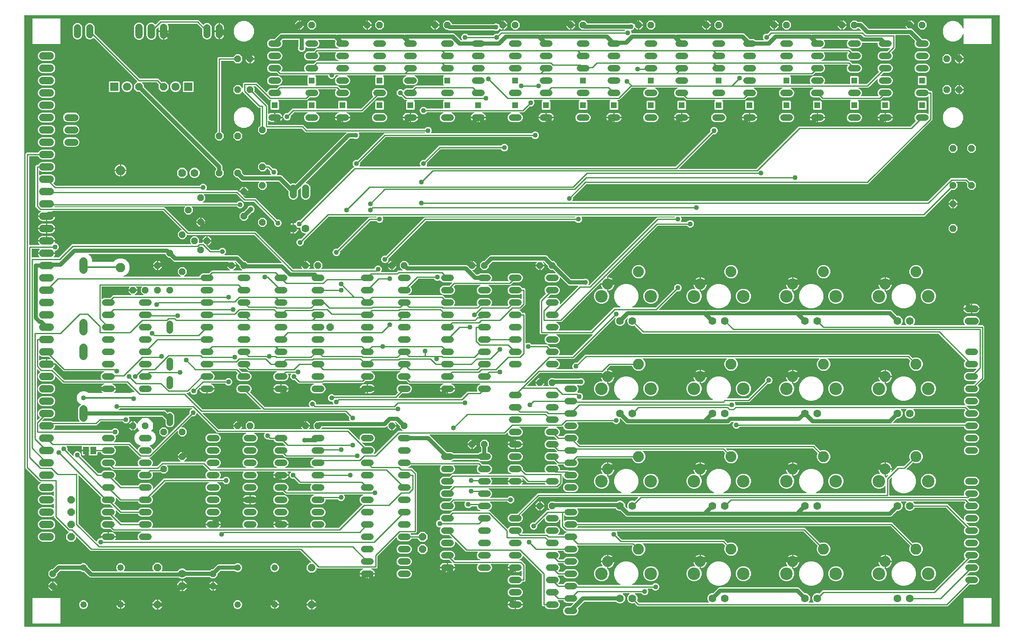
<source format=gbl>
G04 EAGLE Gerber RS-274X export*
G75*
%MOMM*%
%FSLAX34Y34*%
%LPD*%
%INBottom Copper*%
%IPPOS*%
%AMOC8*
5,1,8,0,0,1.08239X$1,22.5*%
G01*
%ADD10C,1.524000*%
%ADD11C,2.250000*%
%ADD12C,2.571600*%
%ADD13C,1.600200*%
%ADD14C,1.320800*%
%ADD15P,1.429621X8X112.500000*%
%ADD16C,1.320800*%
%ADD17P,1.649562X8X22.500000*%
%ADD18C,1.950000*%
%ADD19P,1.429621X8X292.500000*%
%ADD20C,1.676400*%
%ADD21P,1.429621X8X202.500000*%
%ADD22R,1.714500X1.714500*%
%ADD23C,1.676400*%
%ADD24C,1.422400*%
%ADD25P,1.429621X8X22.500000*%
%ADD26P,1.732040X8X292.500000*%
%ADD27P,1.732040X8X202.500000*%
%ADD28R,1.168400X1.600200*%
%ADD29R,1.308000X1.308000*%
%ADD30C,0.812800*%
%ADD31C,1.016000*%
%ADD32C,0.254000*%
%ADD33C,0.304800*%

G36*
X2000778Y5084D02*
X2000778Y5084D01*
X2000797Y5082D01*
X2000899Y5104D01*
X2001001Y5120D01*
X2001018Y5130D01*
X2001038Y5134D01*
X2001127Y5187D01*
X2001218Y5236D01*
X2001232Y5250D01*
X2001249Y5260D01*
X2001316Y5339D01*
X2001388Y5414D01*
X2001396Y5432D01*
X2001409Y5447D01*
X2001448Y5543D01*
X2001491Y5637D01*
X2001493Y5657D01*
X2001501Y5675D01*
X2001519Y5842D01*
X2001519Y1264158D01*
X2001516Y1264178D01*
X2001518Y1264197D01*
X2001496Y1264299D01*
X2001480Y1264401D01*
X2001470Y1264418D01*
X2001466Y1264438D01*
X2001413Y1264527D01*
X2001364Y1264618D01*
X2001350Y1264632D01*
X2001340Y1264649D01*
X2001261Y1264716D01*
X2001186Y1264788D01*
X2001168Y1264796D01*
X2001153Y1264809D01*
X2001057Y1264848D01*
X2000963Y1264891D01*
X2000943Y1264893D01*
X2000925Y1264901D01*
X2000758Y1264919D01*
X-6858Y1264919D01*
X-6878Y1264916D01*
X-6897Y1264918D01*
X-6999Y1264896D01*
X-7101Y1264880D01*
X-7118Y1264870D01*
X-7138Y1264866D01*
X-7227Y1264813D01*
X-7318Y1264764D01*
X-7332Y1264750D01*
X-7349Y1264740D01*
X-7416Y1264661D01*
X-7488Y1264586D01*
X-7496Y1264568D01*
X-7509Y1264553D01*
X-7548Y1264457D01*
X-7591Y1264363D01*
X-7593Y1264343D01*
X-7601Y1264325D01*
X-7619Y1264158D01*
X-7619Y5842D01*
X-7616Y5822D01*
X-7618Y5803D01*
X-7596Y5701D01*
X-7580Y5599D01*
X-7570Y5582D01*
X-7566Y5562D01*
X-7513Y5473D01*
X-7464Y5382D01*
X-7450Y5368D01*
X-7440Y5351D01*
X-7361Y5284D01*
X-7286Y5212D01*
X-7268Y5204D01*
X-7253Y5191D01*
X-7157Y5152D01*
X-7063Y5109D01*
X-7043Y5107D01*
X-7025Y5099D01*
X-6858Y5081D01*
X2000758Y5081D01*
X2000778Y5084D01*
G37*
%LPC*%
G36*
X1109177Y28955D02*
X1109177Y28955D01*
X1105816Y30347D01*
X1103243Y32920D01*
X1101851Y36281D01*
X1101851Y39919D01*
X1103243Y43280D01*
X1105816Y45853D01*
X1109177Y47245D01*
X1117089Y47245D01*
X1117179Y47259D01*
X1117270Y47267D01*
X1117300Y47279D01*
X1117332Y47284D01*
X1117412Y47327D01*
X1117496Y47363D01*
X1117528Y47389D01*
X1117549Y47400D01*
X1117571Y47423D01*
X1117627Y47468D01*
X1123215Y53056D01*
X1123257Y53114D01*
X1123306Y53166D01*
X1123328Y53213D01*
X1123359Y53255D01*
X1123380Y53324D01*
X1123410Y53389D01*
X1123416Y53441D01*
X1123431Y53491D01*
X1123429Y53562D01*
X1123437Y53633D01*
X1123426Y53684D01*
X1123425Y53736D01*
X1123400Y53804D01*
X1123385Y53874D01*
X1123358Y53918D01*
X1123340Y53967D01*
X1123295Y54023D01*
X1123259Y54085D01*
X1123219Y54119D01*
X1123187Y54159D01*
X1123126Y54198D01*
X1123072Y54245D01*
X1123023Y54264D01*
X1122980Y54292D01*
X1122910Y54310D01*
X1122844Y54337D01*
X1122772Y54345D01*
X1122741Y54353D01*
X1122718Y54351D01*
X1122677Y54355D01*
X1109177Y54355D01*
X1105816Y55747D01*
X1103243Y58320D01*
X1102871Y59219D01*
X1102809Y59319D01*
X1102749Y59419D01*
X1102745Y59423D01*
X1102741Y59428D01*
X1102652Y59503D01*
X1102562Y59579D01*
X1102557Y59581D01*
X1102552Y59585D01*
X1102444Y59627D01*
X1102334Y59671D01*
X1102327Y59672D01*
X1102322Y59673D01*
X1102304Y59674D01*
X1102168Y59689D01*
X1091985Y59689D01*
X1091914Y59678D01*
X1091843Y59676D01*
X1091794Y59658D01*
X1091742Y59650D01*
X1091679Y59616D01*
X1091612Y59591D01*
X1091571Y59559D01*
X1091525Y59534D01*
X1091476Y59482D01*
X1091420Y59438D01*
X1091391Y59394D01*
X1091356Y59356D01*
X1091325Y59291D01*
X1091287Y59231D01*
X1091274Y59180D01*
X1091252Y59133D01*
X1091244Y59062D01*
X1091227Y58992D01*
X1091231Y58940D01*
X1091225Y58889D01*
X1091240Y58818D01*
X1091246Y58747D01*
X1091266Y58699D01*
X1091277Y58648D01*
X1091314Y58587D01*
X1091342Y58521D01*
X1091387Y58465D01*
X1091403Y58437D01*
X1091421Y58422D01*
X1091447Y58390D01*
X1093857Y55980D01*
X1095249Y52619D01*
X1095249Y48981D01*
X1093857Y45620D01*
X1091284Y43047D01*
X1087923Y41655D01*
X1071077Y41655D01*
X1067716Y43047D01*
X1065143Y45620D01*
X1064771Y46519D01*
X1064709Y46619D01*
X1064649Y46719D01*
X1064645Y46723D01*
X1064641Y46728D01*
X1064552Y46803D01*
X1064462Y46879D01*
X1064457Y46881D01*
X1064452Y46885D01*
X1064344Y46927D01*
X1064234Y46971D01*
X1064227Y46972D01*
X1064222Y46973D01*
X1064204Y46974D01*
X1064068Y46989D01*
X1060459Y46989D01*
X1058227Y49222D01*
X1058227Y112406D01*
X1058212Y112496D01*
X1058205Y112587D01*
X1058192Y112617D01*
X1058187Y112649D01*
X1058163Y112694D01*
X1058163Y112697D01*
X1058154Y112712D01*
X1058144Y112730D01*
X1058109Y112814D01*
X1058083Y112846D01*
X1058072Y112866D01*
X1058049Y112889D01*
X1058047Y112891D01*
X1058037Y112908D01*
X1058026Y112917D01*
X1058004Y112944D01*
X1020241Y150708D01*
X1020203Y150735D01*
X1020172Y150768D01*
X1020104Y150806D01*
X1020041Y150851D01*
X1019997Y150865D01*
X1019957Y150887D01*
X1019880Y150901D01*
X1019806Y150924D01*
X1019760Y150922D01*
X1019715Y150931D01*
X1019638Y150919D01*
X1019560Y150917D01*
X1019517Y150902D01*
X1019471Y150895D01*
X1019402Y150860D01*
X1019329Y150833D01*
X1019293Y150804D01*
X1019252Y150783D01*
X1019198Y150728D01*
X1019137Y150679D01*
X1019112Y150641D01*
X1019080Y150608D01*
X1019014Y150488D01*
X1019004Y150472D01*
X1019003Y150467D01*
X1018999Y150461D01*
X1017657Y147220D01*
X1015084Y144647D01*
X1012043Y143388D01*
X1011960Y143336D01*
X1011874Y143291D01*
X1011856Y143272D01*
X1011834Y143258D01*
X1011772Y143183D01*
X1011705Y143113D01*
X1011694Y143089D01*
X1011677Y143069D01*
X1011642Y142978D01*
X1011601Y142889D01*
X1011598Y142863D01*
X1011589Y142839D01*
X1011585Y142742D01*
X1011574Y142645D01*
X1011580Y142620D01*
X1011578Y142593D01*
X1011606Y142500D01*
X1011626Y142405D01*
X1011640Y142382D01*
X1011647Y142357D01*
X1011702Y142277D01*
X1011752Y142194D01*
X1011772Y142177D01*
X1011787Y142155D01*
X1011865Y142097D01*
X1011939Y142034D01*
X1011964Y142024D01*
X1011985Y142008D01*
X1012077Y141978D01*
X1012167Y141942D01*
X1012200Y141938D01*
X1012218Y141932D01*
X1012251Y141932D01*
X1012334Y141923D01*
X1015991Y141923D01*
X1024573Y133341D01*
X1024573Y100022D01*
X1022341Y97789D01*
X1018732Y97789D01*
X1018618Y97770D01*
X1018501Y97753D01*
X1018496Y97751D01*
X1018490Y97750D01*
X1018387Y97695D01*
X1018282Y97642D01*
X1018278Y97637D01*
X1018272Y97634D01*
X1018191Y97549D01*
X1018110Y97466D01*
X1018106Y97460D01*
X1018103Y97456D01*
X1018095Y97439D01*
X1018029Y97319D01*
X1017657Y96420D01*
X1015084Y93847D01*
X1011723Y92455D01*
X994877Y92455D01*
X991516Y93847D01*
X988943Y96420D01*
X987551Y99781D01*
X987551Y103419D01*
X988943Y106780D01*
X991516Y109353D01*
X994877Y110745D01*
X1011723Y110745D01*
X1015084Y109353D01*
X1015652Y108784D01*
X1015711Y108742D01*
X1015762Y108693D01*
X1015810Y108671D01*
X1015852Y108641D01*
X1015920Y108620D01*
X1015986Y108590D01*
X1016037Y108584D01*
X1016087Y108568D01*
X1016159Y108570D01*
X1016230Y108562D01*
X1016281Y108573D01*
X1016333Y108575D01*
X1016400Y108599D01*
X1016470Y108615D01*
X1016515Y108641D01*
X1016564Y108659D01*
X1016620Y108704D01*
X1016681Y108741D01*
X1016715Y108780D01*
X1016756Y108813D01*
X1016795Y108873D01*
X1016841Y108928D01*
X1016861Y108976D01*
X1016889Y109020D01*
X1016906Y109089D01*
X1016933Y109156D01*
X1016941Y109227D01*
X1016949Y109258D01*
X1016947Y109282D01*
X1016952Y109323D01*
X1016952Y119287D01*
X1016950Y119299D01*
X1016951Y119308D01*
X1016941Y119353D01*
X1016932Y119405D01*
X1016914Y119524D01*
X1016913Y119526D01*
X1016912Y119529D01*
X1016857Y119633D01*
X1016801Y119742D01*
X1016798Y119744D01*
X1016797Y119747D01*
X1016712Y119828D01*
X1016624Y119913D01*
X1016621Y119914D01*
X1016619Y119916D01*
X1016511Y119966D01*
X1016401Y120018D01*
X1016398Y120019D01*
X1016396Y120020D01*
X1016278Y120033D01*
X1016157Y120047D01*
X1016154Y120047D01*
X1016151Y120047D01*
X1016035Y120022D01*
X1015916Y119997D01*
X1015913Y119995D01*
X1015911Y119995D01*
X1015901Y119989D01*
X1015768Y119920D01*
X1014236Y118896D01*
X1012571Y118207D01*
X1010805Y117855D01*
X1004823Y117855D01*
X1004823Y126238D01*
X1004820Y126258D01*
X1004822Y126277D01*
X1004800Y126379D01*
X1004783Y126481D01*
X1004774Y126498D01*
X1004770Y126518D01*
X1004717Y126607D01*
X1004668Y126698D01*
X1004654Y126712D01*
X1004644Y126729D01*
X1004565Y126796D01*
X1004490Y126867D01*
X1004472Y126876D01*
X1004457Y126889D01*
X1004361Y126927D01*
X1004267Y126971D01*
X1004247Y126973D01*
X1004229Y126981D01*
X1004062Y126999D01*
X1003299Y126999D01*
X1003299Y127762D01*
X1003296Y127782D01*
X1003298Y127801D01*
X1003276Y127903D01*
X1003259Y128005D01*
X1003250Y128022D01*
X1003246Y128042D01*
X1003193Y128131D01*
X1003144Y128222D01*
X1003130Y128236D01*
X1003120Y128253D01*
X1003041Y128320D01*
X1002966Y128391D01*
X1002948Y128400D01*
X1002933Y128413D01*
X1002837Y128452D01*
X1002743Y128495D01*
X1002723Y128497D01*
X1002705Y128505D01*
X1002538Y128523D01*
X987675Y128523D01*
X987903Y129667D01*
X988592Y131332D01*
X989593Y132829D01*
X989766Y133002D01*
X989807Y133060D01*
X989857Y133112D01*
X989879Y133160D01*
X989909Y133202D01*
X989930Y133271D01*
X989960Y133336D01*
X989966Y133387D01*
X989982Y133437D01*
X989980Y133509D01*
X989988Y133580D01*
X989977Y133631D01*
X989975Y133683D01*
X989951Y133750D01*
X989935Y133820D01*
X989909Y133865D01*
X989891Y133914D01*
X989846Y133970D01*
X989809Y134031D01*
X989770Y134065D01*
X989737Y134106D01*
X989677Y134145D01*
X989622Y134191D01*
X989574Y134211D01*
X989530Y134239D01*
X989461Y134256D01*
X989394Y134283D01*
X989323Y134291D01*
X989292Y134299D01*
X989268Y134297D01*
X989227Y134302D01*
X953873Y134302D01*
X953802Y134290D01*
X953730Y134288D01*
X953681Y134270D01*
X953630Y134262D01*
X953567Y134228D01*
X953499Y134204D01*
X953459Y134171D01*
X953413Y134147D01*
X953363Y134095D01*
X953307Y134050D01*
X953279Y134006D01*
X953243Y133969D01*
X953213Y133904D01*
X953174Y133843D01*
X953161Y133793D01*
X953140Y133746D01*
X953132Y133674D01*
X953114Y133605D01*
X953118Y133553D01*
X953112Y133501D01*
X953128Y133431D01*
X953133Y133360D01*
X953154Y133312D01*
X953165Y133261D01*
X953201Y133199D01*
X953230Y133133D01*
X953274Y133077D01*
X953291Y133050D01*
X953309Y133034D01*
X953334Y133002D01*
X954157Y132180D01*
X955549Y128819D01*
X955549Y125181D01*
X954157Y121820D01*
X951584Y119247D01*
X948223Y117855D01*
X931377Y117855D01*
X928016Y119247D01*
X925443Y121820D01*
X924051Y125181D01*
X924051Y128819D01*
X925443Y132180D01*
X926266Y133002D01*
X926307Y133060D01*
X926357Y133112D01*
X926379Y133160D01*
X926409Y133202D01*
X926430Y133270D01*
X926460Y133336D01*
X926466Y133387D01*
X926482Y133437D01*
X926480Y133509D01*
X926488Y133580D01*
X926477Y133631D01*
X926475Y133683D01*
X926451Y133750D01*
X926435Y133820D01*
X926409Y133865D01*
X926391Y133914D01*
X926346Y133970D01*
X926309Y134031D01*
X926270Y134065D01*
X926237Y134106D01*
X926177Y134145D01*
X926122Y134191D01*
X926074Y134211D01*
X926030Y134239D01*
X925961Y134256D01*
X925894Y134283D01*
X925823Y134291D01*
X925792Y134299D01*
X925768Y134297D01*
X925727Y134302D01*
X877673Y134302D01*
X877602Y134290D01*
X877530Y134288D01*
X877481Y134270D01*
X877430Y134262D01*
X877367Y134229D01*
X877299Y134204D01*
X877258Y134171D01*
X877213Y134147D01*
X877163Y134095D01*
X877107Y134050D01*
X877079Y134006D01*
X877043Y133969D01*
X877013Y133903D01*
X876974Y133843D01*
X876961Y133793D01*
X876940Y133746D01*
X876932Y133674D01*
X876914Y133605D01*
X876918Y133553D01*
X876912Y133501D01*
X876928Y133431D01*
X876933Y133359D01*
X876954Y133312D01*
X876965Y133261D01*
X877001Y133199D01*
X877030Y133133D01*
X877074Y133077D01*
X877091Y133050D01*
X877109Y133034D01*
X877134Y133002D01*
X877307Y132829D01*
X878308Y131332D01*
X878997Y129667D01*
X879225Y128523D01*
X865123Y128523D01*
X865123Y136145D01*
X871105Y136145D01*
X872839Y135800D01*
X872862Y135799D01*
X872884Y135792D01*
X872985Y135795D01*
X873085Y135791D01*
X873107Y135798D01*
X873130Y135798D01*
X873225Y135833D01*
X873321Y135862D01*
X873340Y135875D01*
X873361Y135883D01*
X873440Y135946D01*
X873522Y136004D01*
X873535Y136022D01*
X873553Y136037D01*
X873608Y136121D01*
X873667Y136202D01*
X873674Y136224D01*
X873686Y136244D01*
X873711Y136341D01*
X873741Y136437D01*
X873741Y136460D01*
X873746Y136482D01*
X873739Y136582D01*
X873737Y136683D01*
X873729Y136704D01*
X873727Y136727D01*
X873688Y136820D01*
X873654Y136914D01*
X873640Y136932D01*
X873631Y136954D01*
X873526Y137085D01*
X867578Y143032D01*
X867505Y143085D01*
X867435Y143145D01*
X867405Y143157D01*
X867379Y143176D01*
X867292Y143203D01*
X867207Y143237D01*
X867166Y143241D01*
X867144Y143248D01*
X867111Y143247D01*
X867040Y143255D01*
X855177Y143255D01*
X851816Y144647D01*
X849243Y147220D01*
X847851Y150581D01*
X847851Y154219D01*
X849243Y157580D01*
X851816Y160153D01*
X855177Y161545D01*
X872023Y161545D01*
X875384Y160153D01*
X877957Y157580D01*
X879349Y154219D01*
X879349Y150581D01*
X877957Y147220D01*
X876601Y145865D01*
X876590Y145848D01*
X876574Y145836D01*
X876518Y145749D01*
X876458Y145665D01*
X876452Y145646D01*
X876441Y145629D01*
X876416Y145529D01*
X876385Y145430D01*
X876386Y145410D01*
X876381Y145391D01*
X876389Y145288D01*
X876392Y145184D01*
X876399Y145165D01*
X876400Y145145D01*
X876440Y145050D01*
X876476Y144953D01*
X876489Y144937D01*
X876496Y144919D01*
X876601Y144788D01*
X879243Y142146D01*
X879317Y142093D01*
X879386Y142034D01*
X879416Y142022D01*
X879443Y142003D01*
X879530Y141976D01*
X879615Y141942D01*
X879655Y141937D01*
X879678Y141930D01*
X879710Y141931D01*
X879781Y141923D01*
X930766Y141923D01*
X930862Y141939D01*
X930959Y141948D01*
X930983Y141959D01*
X931009Y141963D01*
X931095Y142008D01*
X931184Y142048D01*
X931203Y142066D01*
X931226Y142078D01*
X931293Y142149D01*
X931365Y142215D01*
X931377Y142237D01*
X931395Y142256D01*
X931436Y142345D01*
X931483Y142430D01*
X931488Y142456D01*
X931499Y142479D01*
X931510Y142576D01*
X931527Y142672D01*
X931523Y142698D01*
X931526Y142724D01*
X931505Y142819D01*
X931491Y142915D01*
X931479Y142939D01*
X931474Y142964D01*
X931424Y143048D01*
X931380Y143135D01*
X931361Y143153D01*
X931348Y143175D01*
X931274Y143239D01*
X931204Y143307D01*
X931175Y143323D01*
X931161Y143335D01*
X931130Y143348D01*
X931057Y143388D01*
X928016Y144647D01*
X925443Y147220D01*
X924051Y150581D01*
X924051Y154219D01*
X925443Y157580D01*
X926266Y158402D01*
X926307Y158460D01*
X926357Y158512D01*
X926379Y158560D01*
X926409Y158602D01*
X926430Y158670D01*
X926460Y158736D01*
X926466Y158787D01*
X926482Y158837D01*
X926480Y158909D01*
X926488Y158980D01*
X926477Y159031D01*
X926475Y159083D01*
X926451Y159150D01*
X926435Y159220D01*
X926409Y159265D01*
X926391Y159314D01*
X926346Y159370D01*
X926309Y159431D01*
X926270Y159465D01*
X926237Y159506D01*
X926177Y159545D01*
X926122Y159591D01*
X926074Y159611D01*
X926030Y159639D01*
X925961Y159656D01*
X925894Y159683D01*
X925823Y159691D01*
X925792Y159699D01*
X925768Y159697D01*
X925727Y159702D01*
X901709Y159702D01*
X899254Y162157D01*
X880327Y181083D01*
X880248Y181140D01*
X880173Y181202D01*
X880149Y181212D01*
X880128Y181227D01*
X880035Y181256D01*
X879944Y181291D01*
X879918Y181292D01*
X879893Y181299D01*
X879795Y181297D01*
X879698Y181301D01*
X879673Y181294D01*
X879647Y181293D01*
X879555Y181260D01*
X879462Y181232D01*
X879440Y181218D01*
X879416Y181209D01*
X879339Y181148D01*
X879260Y181092D01*
X879244Y181071D01*
X879224Y181055D01*
X879171Y180973D01*
X879113Y180895D01*
X879105Y180870D01*
X879091Y180848D01*
X879067Y180753D01*
X879037Y180661D01*
X879037Y180635D01*
X879031Y180609D01*
X879038Y180513D01*
X879039Y180415D01*
X879048Y180384D01*
X879050Y180364D01*
X879063Y180334D01*
X879086Y180254D01*
X879349Y179619D01*
X879349Y175981D01*
X877957Y172620D01*
X875384Y170047D01*
X872023Y168655D01*
X855177Y168655D01*
X851816Y170047D01*
X849243Y172620D01*
X847851Y175981D01*
X847851Y179619D01*
X849243Y182980D01*
X851816Y185553D01*
X855177Y186945D01*
X872023Y186945D01*
X872658Y186682D01*
X872753Y186659D01*
X872846Y186631D01*
X872872Y186632D01*
X872897Y186626D01*
X872994Y186635D01*
X873092Y186637D01*
X873116Y186646D01*
X873142Y186649D01*
X873231Y186688D01*
X873323Y186722D01*
X873343Y186738D01*
X873367Y186749D01*
X873439Y186814D01*
X873515Y186875D01*
X873529Y186897D01*
X873548Y186915D01*
X873595Y187000D01*
X873648Y187082D01*
X873654Y187108D01*
X873667Y187131D01*
X873684Y187227D01*
X873708Y187321D01*
X873706Y187347D01*
X873710Y187373D01*
X873696Y187469D01*
X873689Y187566D01*
X873678Y187590D01*
X873675Y187616D01*
X873630Y187703D01*
X873592Y187792D01*
X873572Y187818D01*
X873563Y187835D01*
X873539Y187858D01*
X873487Y187923D01*
X867578Y193832D01*
X867505Y193885D01*
X867435Y193945D01*
X867405Y193957D01*
X867379Y193976D01*
X867292Y194003D01*
X867207Y194037D01*
X867166Y194041D01*
X867144Y194048D01*
X867111Y194047D01*
X867040Y194055D01*
X855177Y194055D01*
X851816Y195447D01*
X849243Y198020D01*
X847851Y201381D01*
X847851Y205019D01*
X849243Y208380D01*
X849431Y208567D01*
X849472Y208625D01*
X849522Y208677D01*
X849544Y208725D01*
X849574Y208767D01*
X849595Y208836D01*
X849625Y208901D01*
X849631Y208952D01*
X849647Y209002D01*
X849645Y209074D01*
X849653Y209145D01*
X849642Y209196D01*
X849640Y209248D01*
X849616Y209315D01*
X849600Y209385D01*
X849574Y209430D01*
X849556Y209479D01*
X849511Y209535D01*
X849474Y209596D01*
X849435Y209630D01*
X849402Y209671D01*
X849342Y209710D01*
X849287Y209756D01*
X849239Y209776D01*
X849195Y209804D01*
X849126Y209821D01*
X849059Y209848D01*
X848988Y209856D01*
X848957Y209864D01*
X848933Y209862D01*
X848892Y209867D01*
X846209Y209867D01*
X843408Y211027D01*
X841264Y213171D01*
X840104Y215972D01*
X840104Y219003D01*
X841264Y221804D01*
X843408Y223948D01*
X846209Y225108D01*
X847405Y225108D01*
X847450Y225116D01*
X847496Y225114D01*
X847571Y225135D01*
X847648Y225148D01*
X847688Y225169D01*
X847732Y225182D01*
X847796Y225227D01*
X847865Y225263D01*
X847897Y225296D01*
X847934Y225323D01*
X847981Y225385D01*
X848034Y225441D01*
X848054Y225483D01*
X848081Y225520D01*
X848105Y225594D01*
X848138Y225664D01*
X848143Y225710D01*
X848157Y225754D01*
X848157Y225832D01*
X848165Y225909D01*
X848155Y225954D01*
X848155Y226000D01*
X848117Y226131D01*
X848113Y226149D01*
X848110Y226154D01*
X848108Y226161D01*
X847851Y226781D01*
X847851Y230419D01*
X849243Y233780D01*
X851816Y236353D01*
X855177Y237745D01*
X867040Y237745D01*
X867130Y237759D01*
X867221Y237767D01*
X867251Y237779D01*
X867283Y237784D01*
X867364Y237827D01*
X867448Y237863D01*
X867480Y237889D01*
X867500Y237900D01*
X867523Y237923D01*
X867578Y237968D01*
X873134Y243523D01*
X930766Y243523D01*
X930862Y243539D01*
X930959Y243548D01*
X930983Y243559D01*
X931009Y243563D01*
X931095Y243608D01*
X931184Y243648D01*
X931203Y243666D01*
X931226Y243678D01*
X931293Y243749D01*
X931365Y243815D01*
X931377Y243837D01*
X931395Y243856D01*
X931436Y243945D01*
X931483Y244030D01*
X931488Y244056D01*
X931499Y244079D01*
X931510Y244176D01*
X931527Y244272D01*
X931523Y244298D01*
X931526Y244324D01*
X931505Y244419D01*
X931491Y244515D01*
X931479Y244539D01*
X931474Y244564D01*
X931424Y244648D01*
X931380Y244735D01*
X931361Y244753D01*
X931348Y244775D01*
X931274Y244839D01*
X931204Y244907D01*
X931175Y244923D01*
X931161Y244935D01*
X931130Y244948D01*
X931057Y244988D01*
X928016Y246247D01*
X925443Y248820D01*
X924051Y252181D01*
X924051Y252603D01*
X924048Y252623D01*
X924050Y252642D01*
X924028Y252744D01*
X924012Y252846D01*
X924002Y252863D01*
X923998Y252883D01*
X923945Y252972D01*
X923896Y253063D01*
X923882Y253077D01*
X923872Y253094D01*
X923793Y253161D01*
X923718Y253233D01*
X923700Y253241D01*
X923685Y253254D01*
X923589Y253293D01*
X923495Y253336D01*
X923475Y253338D01*
X923457Y253346D01*
X923290Y253364D01*
X913641Y253364D01*
X913527Y253346D01*
X913410Y253328D01*
X913405Y253326D01*
X913399Y253325D01*
X913296Y253270D01*
X913191Y253217D01*
X913187Y253212D01*
X913181Y253209D01*
X913101Y253125D01*
X913019Y253041D01*
X913015Y253035D01*
X913012Y253031D01*
X913004Y253014D01*
X912938Y252894D01*
X912923Y252858D01*
X910779Y250714D01*
X907978Y249554D01*
X904947Y249554D01*
X902146Y250714D01*
X900002Y252858D01*
X898842Y255659D01*
X898842Y258691D01*
X900002Y261492D01*
X900100Y261590D01*
X900142Y261648D01*
X900191Y261700D01*
X900213Y261747D01*
X900243Y261789D01*
X900265Y261858D01*
X900295Y261923D01*
X900300Y261975D01*
X900316Y262024D01*
X900314Y262096D01*
X900322Y262167D01*
X900311Y262218D01*
X900309Y262270D01*
X900285Y262338D01*
X900270Y262408D01*
X900243Y262453D01*
X900225Y262501D01*
X900180Y262557D01*
X900143Y262619D01*
X900104Y262653D01*
X900071Y262693D01*
X900011Y262732D01*
X899957Y262779D01*
X899908Y262798D01*
X899864Y262826D01*
X899795Y262844D01*
X899728Y262871D01*
X899657Y262879D01*
X899626Y262887D01*
X899603Y262885D01*
X899562Y262889D01*
X878194Y262889D01*
X878104Y262875D01*
X878013Y262867D01*
X877983Y262855D01*
X877951Y262850D01*
X877871Y262807D01*
X877786Y262771D01*
X877754Y262745D01*
X877734Y262734D01*
X877712Y262711D01*
X877656Y262666D01*
X876601Y261612D01*
X876590Y261596D01*
X876574Y261583D01*
X876518Y261496D01*
X876458Y261412D01*
X876452Y261393D01*
X876441Y261376D01*
X876416Y261276D01*
X876385Y261177D01*
X876386Y261157D01*
X876381Y261138D01*
X876389Y261035D01*
X876392Y260931D01*
X876399Y260913D01*
X876400Y260893D01*
X876440Y260798D01*
X876476Y260700D01*
X876489Y260685D01*
X876496Y260666D01*
X876601Y260535D01*
X877957Y259180D01*
X879349Y255819D01*
X879349Y252181D01*
X877957Y248820D01*
X875384Y246247D01*
X872023Y244855D01*
X855177Y244855D01*
X851816Y246247D01*
X849243Y248820D01*
X847851Y252181D01*
X847851Y255819D01*
X849243Y259180D01*
X851816Y261753D01*
X855177Y263145D01*
X867040Y263145D01*
X867130Y263159D01*
X867221Y263167D01*
X867251Y263179D01*
X867283Y263184D01*
X867364Y263227D01*
X867448Y263263D01*
X867480Y263289D01*
X867500Y263300D01*
X867523Y263323D01*
X867578Y263368D01*
X872266Y268056D01*
X873487Y269277D01*
X873544Y269356D01*
X873606Y269431D01*
X873616Y269455D01*
X873631Y269476D01*
X873660Y269570D01*
X873695Y269660D01*
X873696Y269686D01*
X873703Y269711D01*
X873701Y269809D01*
X873705Y269906D01*
X873698Y269931D01*
X873697Y269957D01*
X873664Y270049D01*
X873636Y270142D01*
X873622Y270164D01*
X873613Y270188D01*
X873552Y270265D01*
X873496Y270344D01*
X873475Y270360D01*
X873459Y270380D01*
X873377Y270433D01*
X873299Y270491D01*
X873274Y270499D01*
X873252Y270513D01*
X873157Y270537D01*
X873065Y270567D01*
X873039Y270567D01*
X873013Y270573D01*
X872917Y270566D01*
X872819Y270565D01*
X872788Y270556D01*
X872768Y270554D01*
X872738Y270541D01*
X872658Y270518D01*
X872023Y270255D01*
X855177Y270255D01*
X851816Y271647D01*
X849243Y274220D01*
X847851Y277581D01*
X847851Y281219D01*
X849243Y284580D01*
X851816Y287153D01*
X855177Y288545D01*
X867040Y288545D01*
X867130Y288559D01*
X867221Y288567D01*
X867251Y288579D01*
X867283Y288584D01*
X867364Y288627D01*
X867448Y288663D01*
X867480Y288689D01*
X867500Y288700D01*
X867523Y288723D01*
X867578Y288768D01*
X873487Y294677D01*
X873544Y294756D01*
X873606Y294831D01*
X873616Y294855D01*
X873631Y294876D01*
X873660Y294970D01*
X873695Y295060D01*
X873696Y295086D01*
X873703Y295111D01*
X873701Y295209D01*
X873705Y295306D01*
X873698Y295331D01*
X873697Y295357D01*
X873664Y295449D01*
X873636Y295542D01*
X873622Y295564D01*
X873613Y295588D01*
X873552Y295665D01*
X873496Y295744D01*
X873475Y295760D01*
X873459Y295780D01*
X873377Y295833D01*
X873299Y295891D01*
X873274Y295899D01*
X873252Y295913D01*
X873157Y295937D01*
X873065Y295967D01*
X873039Y295967D01*
X873013Y295973D01*
X872917Y295966D01*
X872819Y295965D01*
X872788Y295956D01*
X872768Y295954D01*
X872738Y295941D01*
X872658Y295918D01*
X872023Y295655D01*
X855177Y295655D01*
X851816Y297047D01*
X849243Y299620D01*
X847851Y302981D01*
X847851Y306619D01*
X849243Y309980D01*
X851816Y312553D01*
X855177Y313945D01*
X867040Y313945D01*
X867130Y313959D01*
X867221Y313967D01*
X867251Y313979D01*
X867283Y313984D01*
X867364Y314027D01*
X867448Y314063D01*
X867480Y314089D01*
X867500Y314100D01*
X867522Y314123D01*
X867579Y314168D01*
X870679Y317268D01*
X873134Y319723D01*
X930766Y319723D01*
X930862Y319739D01*
X930959Y319748D01*
X930983Y319759D01*
X931009Y319763D01*
X931095Y319808D01*
X931184Y319848D01*
X931203Y319866D01*
X931226Y319878D01*
X931293Y319949D01*
X931365Y320015D01*
X931377Y320037D01*
X931395Y320056D01*
X931436Y320145D01*
X931483Y320230D01*
X931488Y320256D01*
X931499Y320279D01*
X931510Y320376D01*
X931527Y320472D01*
X931523Y320498D01*
X931526Y320524D01*
X931505Y320619D01*
X931491Y320715D01*
X931479Y320739D01*
X931474Y320764D01*
X931424Y320848D01*
X931380Y320935D01*
X931361Y320953D01*
X931348Y320975D01*
X931274Y321039D01*
X931204Y321107D01*
X931176Y321123D01*
X931161Y321135D01*
X931130Y321148D01*
X931057Y321188D01*
X928016Y322447D01*
X925443Y325020D01*
X924051Y328381D01*
X924051Y332019D01*
X925443Y335380D01*
X926266Y336202D01*
X926307Y336260D01*
X926357Y336312D01*
X926379Y336360D01*
X926409Y336402D01*
X926430Y336470D01*
X926460Y336536D01*
X926466Y336587D01*
X926482Y336637D01*
X926480Y336709D01*
X926488Y336780D01*
X926477Y336831D01*
X926475Y336883D01*
X926451Y336950D01*
X926435Y337020D01*
X926409Y337065D01*
X926391Y337114D01*
X926346Y337170D01*
X926309Y337231D01*
X926270Y337265D01*
X926237Y337306D01*
X926177Y337345D01*
X926122Y337391D01*
X926074Y337411D01*
X926030Y337439D01*
X925961Y337456D01*
X925894Y337483D01*
X925823Y337491D01*
X925792Y337499D01*
X925768Y337497D01*
X925727Y337502D01*
X877673Y337502D01*
X877602Y337490D01*
X877530Y337488D01*
X877481Y337470D01*
X877430Y337462D01*
X877367Y337428D01*
X877299Y337404D01*
X877259Y337371D01*
X877213Y337347D01*
X877163Y337295D01*
X877107Y337250D01*
X877079Y337206D01*
X877043Y337169D01*
X877013Y337104D01*
X876974Y337043D01*
X876961Y336993D01*
X876940Y336946D01*
X876932Y336874D01*
X876914Y336805D01*
X876918Y336753D01*
X876912Y336701D01*
X876928Y336631D01*
X876933Y336560D01*
X876954Y336512D01*
X876965Y336461D01*
X877001Y336399D01*
X877030Y336333D01*
X877074Y336277D01*
X877091Y336250D01*
X877109Y336234D01*
X877134Y336202D01*
X877957Y335380D01*
X879349Y332019D01*
X879349Y328381D01*
X877957Y325020D01*
X875384Y322447D01*
X872023Y321055D01*
X855177Y321055D01*
X851816Y322447D01*
X849243Y325020D01*
X847851Y328381D01*
X847851Y332019D01*
X849243Y335380D01*
X850066Y336202D01*
X850107Y336260D01*
X850157Y336312D01*
X850179Y336360D01*
X850209Y336402D01*
X850230Y336470D01*
X850260Y336536D01*
X850266Y336587D01*
X850282Y336637D01*
X850280Y336709D01*
X850288Y336780D01*
X850277Y336831D01*
X850275Y336883D01*
X850251Y336950D01*
X850235Y337020D01*
X850209Y337065D01*
X850191Y337114D01*
X850146Y337170D01*
X850109Y337231D01*
X850070Y337265D01*
X850037Y337306D01*
X849977Y337345D01*
X849922Y337391D01*
X849874Y337411D01*
X849830Y337439D01*
X849761Y337456D01*
X849694Y337483D01*
X849623Y337491D01*
X849592Y337499D01*
X849568Y337497D01*
X849527Y337502D01*
X789154Y337502D01*
X789064Y337487D01*
X788973Y337480D01*
X788943Y337467D01*
X788911Y337462D01*
X788830Y337419D01*
X788746Y337384D01*
X788714Y337358D01*
X788694Y337347D01*
X788671Y337324D01*
X788615Y337279D01*
X786484Y335147D01*
X783443Y333888D01*
X783360Y333836D01*
X783274Y333791D01*
X783256Y333772D01*
X783234Y333758D01*
X783172Y333683D01*
X783105Y333613D01*
X783094Y333589D01*
X783077Y333569D01*
X783042Y333478D01*
X783001Y333389D01*
X782998Y333363D01*
X782989Y333339D01*
X782985Y333242D01*
X782974Y333145D01*
X782980Y333120D01*
X782978Y333093D01*
X783006Y333000D01*
X783026Y332905D01*
X783040Y332882D01*
X783047Y332857D01*
X783102Y332777D01*
X783152Y332694D01*
X783172Y332677D01*
X783187Y332655D01*
X783265Y332597D01*
X783339Y332534D01*
X783364Y332524D01*
X783385Y332508D01*
X783477Y332478D01*
X783567Y332442D01*
X783600Y332438D01*
X783618Y332432D01*
X783651Y332432D01*
X783734Y332423D01*
X790566Y332423D01*
X800736Y322253D01*
X800736Y200034D01*
X798503Y197802D01*
X788773Y197802D01*
X788702Y197790D01*
X788630Y197788D01*
X788581Y197770D01*
X788530Y197762D01*
X788467Y197728D01*
X788399Y197704D01*
X788359Y197671D01*
X788313Y197647D01*
X788263Y197595D01*
X788207Y197550D01*
X788179Y197506D01*
X788143Y197469D01*
X788113Y197404D01*
X788074Y197343D01*
X788061Y197293D01*
X788040Y197246D01*
X788032Y197174D01*
X788014Y197105D01*
X788018Y197053D01*
X788012Y197001D01*
X788028Y196931D01*
X788033Y196860D01*
X788054Y196812D01*
X788065Y196761D01*
X788101Y196699D01*
X788130Y196633D01*
X788174Y196577D01*
X788191Y196550D01*
X788209Y196534D01*
X788234Y196502D01*
X789057Y195680D01*
X789429Y194781D01*
X789491Y194681D01*
X789551Y194581D01*
X789555Y194577D01*
X789559Y194572D01*
X789648Y194497D01*
X789738Y194421D01*
X789743Y194419D01*
X789748Y194415D01*
X789856Y194373D01*
X789966Y194329D01*
X789973Y194328D01*
X789978Y194327D01*
X789996Y194326D01*
X790132Y194311D01*
X801926Y194311D01*
X802016Y194325D01*
X802107Y194333D01*
X802137Y194345D01*
X802169Y194350D01*
X802249Y194393D01*
X802333Y194429D01*
X802365Y194455D01*
X802386Y194466D01*
X802408Y194489D01*
X802464Y194534D01*
X808591Y200661D01*
X817009Y200661D01*
X822961Y194709D01*
X822961Y186291D01*
X817009Y180339D01*
X808591Y180339D01*
X802464Y186466D01*
X802390Y186519D01*
X802321Y186579D01*
X802291Y186591D01*
X802265Y186610D01*
X802178Y186637D01*
X802093Y186671D01*
X802052Y186675D01*
X802029Y186682D01*
X801997Y186681D01*
X801926Y186689D01*
X790132Y186689D01*
X790018Y186670D01*
X789901Y186653D01*
X789896Y186651D01*
X789890Y186650D01*
X789787Y186595D01*
X789682Y186542D01*
X789678Y186537D01*
X789672Y186534D01*
X789592Y186450D01*
X789510Y186366D01*
X789506Y186360D01*
X789503Y186356D01*
X789495Y186339D01*
X789429Y186219D01*
X789057Y185320D01*
X786484Y182747D01*
X783123Y181355D01*
X766277Y181355D01*
X762916Y182747D01*
X760343Y185320D01*
X759001Y188561D01*
X758977Y188600D01*
X758961Y188643D01*
X758912Y188704D01*
X758871Y188770D01*
X758836Y188799D01*
X758807Y188835D01*
X758742Y188877D01*
X758682Y188927D01*
X758639Y188943D01*
X758601Y188968D01*
X758525Y188987D01*
X758452Y189015D01*
X758407Y189017D01*
X758362Y189028D01*
X758284Y189022D01*
X758207Y189025D01*
X758162Y189012D01*
X758117Y189009D01*
X758045Y188978D01*
X757970Y188957D01*
X757933Y188931D01*
X757890Y188913D01*
X757784Y188827D01*
X757768Y188816D01*
X757765Y188812D01*
X757759Y188808D01*
X719996Y151044D01*
X719943Y150971D01*
X719884Y150901D01*
X719871Y150871D01*
X719853Y150845D01*
X719826Y150758D01*
X719792Y150673D01*
X719787Y150632D01*
X719780Y150610D01*
X719781Y150577D01*
X719773Y150506D01*
X719773Y127009D01*
X717541Y124777D01*
X707037Y124777D01*
X706989Y124769D01*
X706940Y124771D01*
X706868Y124749D01*
X706794Y124737D01*
X706751Y124714D01*
X706704Y124700D01*
X706643Y124657D01*
X706577Y124622D01*
X706543Y124586D01*
X706503Y124558D01*
X706459Y124498D01*
X706408Y124444D01*
X706387Y124399D01*
X706358Y124360D01*
X706335Y124288D01*
X706304Y124221D01*
X706299Y124172D01*
X706284Y124125D01*
X706285Y124050D01*
X706277Y123976D01*
X706287Y123928D01*
X706288Y123879D01*
X706313Y123809D01*
X706329Y123736D01*
X706354Y123694D01*
X706371Y123647D01*
X706417Y123589D01*
X706455Y123525D01*
X706493Y123493D01*
X706523Y123454D01*
X706585Y123413D01*
X706642Y123365D01*
X706688Y123346D01*
X706729Y123320D01*
X706848Y123282D01*
X706870Y123273D01*
X706880Y123272D01*
X706889Y123269D01*
X707771Y123093D01*
X709436Y122404D01*
X710934Y121403D01*
X712207Y120130D01*
X713208Y118632D01*
X713897Y116967D01*
X714125Y115823D01*
X699262Y115823D01*
X699242Y115820D01*
X699223Y115822D01*
X699121Y115800D01*
X699019Y115783D01*
X699002Y115774D01*
X698982Y115770D01*
X698893Y115717D01*
X698802Y115668D01*
X698788Y115654D01*
X698771Y115644D01*
X698704Y115565D01*
X698633Y115490D01*
X698624Y115472D01*
X698611Y115457D01*
X698573Y115361D01*
X698529Y115267D01*
X698527Y115247D01*
X698519Y115229D01*
X698501Y115062D01*
X698501Y114299D01*
X698499Y114299D01*
X698499Y115062D01*
X698496Y115082D01*
X698498Y115101D01*
X698476Y115203D01*
X698459Y115305D01*
X698450Y115322D01*
X698446Y115342D01*
X698393Y115431D01*
X698344Y115522D01*
X698330Y115536D01*
X698320Y115553D01*
X698241Y115620D01*
X698166Y115691D01*
X698148Y115700D01*
X698133Y115713D01*
X698037Y115752D01*
X697943Y115795D01*
X697923Y115797D01*
X697905Y115805D01*
X697738Y115823D01*
X682875Y115823D01*
X683103Y116967D01*
X683792Y118632D01*
X684793Y120130D01*
X686066Y121403D01*
X687564Y122404D01*
X689229Y123093D01*
X690111Y123269D01*
X690157Y123286D01*
X690206Y123294D01*
X690272Y123329D01*
X690342Y123355D01*
X690380Y123386D01*
X690423Y123409D01*
X690475Y123463D01*
X690533Y123510D01*
X690559Y123552D01*
X690592Y123587D01*
X690624Y123655D01*
X690664Y123718D01*
X690675Y123766D01*
X690696Y123811D01*
X690704Y123885D01*
X690722Y123957D01*
X690718Y124006D01*
X690723Y124055D01*
X690707Y124128D01*
X690701Y124203D01*
X690681Y124247D01*
X690671Y124295D01*
X690633Y124359D01*
X690603Y124428D01*
X690570Y124464D01*
X690545Y124506D01*
X690488Y124555D01*
X690438Y124611D01*
X690395Y124634D01*
X690358Y124666D01*
X690288Y124694D01*
X690223Y124731D01*
X690175Y124740D01*
X690130Y124758D01*
X690005Y124772D01*
X689982Y124777D01*
X689972Y124776D01*
X689963Y124777D01*
X596909Y124777D01*
X595660Y126026D01*
X595602Y126067D01*
X595550Y126117D01*
X595503Y126139D01*
X595461Y126169D01*
X595392Y126190D01*
X595327Y126220D01*
X595275Y126226D01*
X595225Y126241D01*
X595154Y126240D01*
X595083Y126247D01*
X595032Y126236D01*
X594980Y126235D01*
X594912Y126210D01*
X594842Y126195D01*
X594797Y126169D01*
X594749Y126151D01*
X594693Y126106D01*
X594631Y126069D01*
X594597Y126029D01*
X594557Y125997D01*
X594518Y125937D01*
X594471Y125882D01*
X594452Y125834D01*
X594424Y125790D01*
X594406Y125721D01*
X594379Y125654D01*
X594371Y125583D01*
X594363Y125551D01*
X594365Y125528D01*
X594361Y125487D01*
X594361Y122791D01*
X588409Y116839D01*
X579991Y116839D01*
X574039Y122791D01*
X574039Y131209D01*
X579991Y137161D01*
X582687Y137161D01*
X582758Y137172D01*
X582830Y137174D01*
X582879Y137192D01*
X582930Y137200D01*
X582993Y137234D01*
X583061Y137259D01*
X583101Y137291D01*
X583147Y137316D01*
X583197Y137367D01*
X583253Y137412D01*
X583281Y137456D01*
X583317Y137494D01*
X583347Y137559D01*
X583386Y137619D01*
X583398Y137670D01*
X583420Y137717D01*
X583428Y137788D01*
X583446Y137858D01*
X583442Y137910D01*
X583447Y137961D01*
X583432Y138032D01*
X583427Y138103D01*
X583406Y138151D01*
X583395Y138202D01*
X583358Y138263D01*
X583330Y138329D01*
X583286Y138385D01*
X583269Y138413D01*
X583251Y138428D01*
X583226Y138460D01*
X560620Y161066D01*
X560546Y161119D01*
X560476Y161179D01*
X560446Y161191D01*
X560420Y161210D01*
X560333Y161237D01*
X560248Y161271D01*
X560207Y161275D01*
X560185Y161282D01*
X560153Y161281D01*
X560081Y161289D01*
X128597Y161289D01*
X100360Y189526D01*
X100302Y189567D01*
X100250Y189617D01*
X100203Y189639D01*
X100161Y189669D01*
X100092Y189690D01*
X100027Y189720D01*
X99975Y189726D01*
X99925Y189741D01*
X99854Y189740D01*
X99783Y189747D01*
X99732Y189736D01*
X99680Y189735D01*
X99612Y189710D01*
X99542Y189695D01*
X99497Y189669D01*
X99449Y189651D01*
X99393Y189606D01*
X99331Y189569D01*
X99297Y189529D01*
X99257Y189497D01*
X99218Y189437D01*
X99171Y189382D01*
X99152Y189334D01*
X99124Y189290D01*
X99106Y189221D01*
X99079Y189154D01*
X99071Y189083D01*
X99063Y189051D01*
X99065Y189028D01*
X99061Y188987D01*
X99061Y186291D01*
X93109Y180339D01*
X84691Y180339D01*
X78739Y186291D01*
X78739Y194709D01*
X83708Y199677D01*
X83750Y199735D01*
X83799Y199787D01*
X83821Y199835D01*
X83851Y199877D01*
X83872Y199945D01*
X83903Y200011D01*
X83908Y200062D01*
X83924Y200112D01*
X83922Y200184D01*
X83930Y200255D01*
X83919Y200306D01*
X83917Y200358D01*
X83893Y200425D01*
X83878Y200495D01*
X83851Y200540D01*
X83833Y200589D01*
X83788Y200645D01*
X83751Y200706D01*
X83712Y200740D01*
X83679Y200781D01*
X83619Y200820D01*
X83564Y200866D01*
X83516Y200886D01*
X83472Y200914D01*
X83403Y200931D01*
X83336Y200958D01*
X83265Y200966D01*
X83234Y200974D01*
X83210Y200972D01*
X83170Y200977D01*
X82559Y200977D01*
X53339Y230197D01*
X53339Y232712D01*
X53337Y232725D01*
X53338Y232734D01*
X53328Y232782D01*
X53328Y232783D01*
X53326Y232854D01*
X53308Y232903D01*
X53300Y232955D01*
X53266Y233018D01*
X53241Y233085D01*
X53209Y233126D01*
X53184Y233172D01*
X53133Y233221D01*
X53088Y233277D01*
X53044Y233306D01*
X53006Y233342D01*
X52941Y233372D01*
X52881Y233410D01*
X52830Y233423D01*
X52783Y233445D01*
X52712Y233453D01*
X52642Y233471D01*
X52590Y233466D01*
X52539Y233472D01*
X52468Y233457D01*
X52397Y233451D01*
X52349Y233431D01*
X52298Y233420D01*
X52237Y233383D01*
X52171Y233355D01*
X52115Y233310D01*
X52087Y233294D01*
X52072Y233276D01*
X52040Y233250D01*
X51476Y232686D01*
X47741Y231139D01*
X28459Y231139D01*
X24724Y232686D01*
X21866Y235544D01*
X20319Y239279D01*
X20319Y243321D01*
X21866Y247056D01*
X24724Y249914D01*
X28459Y251461D01*
X47741Y251461D01*
X51476Y249914D01*
X52040Y249350D01*
X52098Y249308D01*
X52150Y249258D01*
X52197Y249237D01*
X52239Y249206D01*
X52308Y249185D01*
X52373Y249155D01*
X52425Y249149D01*
X52475Y249134D01*
X52546Y249136D01*
X52617Y249128D01*
X52668Y249139D01*
X52720Y249140D01*
X52788Y249165D01*
X52858Y249180D01*
X52903Y249207D01*
X52951Y249225D01*
X53007Y249269D01*
X53069Y249306D01*
X53103Y249346D01*
X53143Y249378D01*
X53182Y249439D01*
X53229Y249493D01*
X53248Y249541D01*
X53276Y249585D01*
X53294Y249655D01*
X53321Y249721D01*
X53329Y249793D01*
X53337Y249824D01*
X53335Y249847D01*
X53339Y249888D01*
X53339Y258112D01*
X53328Y258183D01*
X53326Y258254D01*
X53308Y258303D01*
X53300Y258355D01*
X53266Y258418D01*
X53241Y258485D01*
X53209Y258526D01*
X53184Y258572D01*
X53133Y258621D01*
X53088Y258677D01*
X53044Y258706D01*
X53006Y258742D01*
X52941Y258772D01*
X52881Y258810D01*
X52830Y258823D01*
X52783Y258845D01*
X52712Y258853D01*
X52642Y258871D01*
X52590Y258866D01*
X52539Y258872D01*
X52468Y258857D01*
X52397Y258851D01*
X52349Y258831D01*
X52298Y258820D01*
X52237Y258783D01*
X52171Y258755D01*
X52115Y258710D01*
X52087Y258694D01*
X52072Y258676D01*
X52040Y258650D01*
X51476Y258086D01*
X47741Y256539D01*
X28459Y256539D01*
X24724Y258086D01*
X21866Y260944D01*
X20319Y264679D01*
X20319Y268721D01*
X21866Y272456D01*
X24724Y275314D01*
X28459Y276861D01*
X47741Y276861D01*
X51476Y275314D01*
X52040Y274750D01*
X52098Y274708D01*
X52150Y274658D01*
X52197Y274637D01*
X52239Y274606D01*
X52308Y274585D01*
X52373Y274555D01*
X52425Y274549D01*
X52475Y274534D01*
X52546Y274536D01*
X52617Y274528D01*
X52668Y274539D01*
X52720Y274540D01*
X52788Y274565D01*
X52858Y274580D01*
X52903Y274607D01*
X52951Y274625D01*
X53007Y274669D01*
X53069Y274706D01*
X53103Y274746D01*
X53143Y274778D01*
X53182Y274839D01*
X53229Y274893D01*
X53248Y274941D01*
X53276Y274985D01*
X53294Y275055D01*
X53321Y275121D01*
X53329Y275193D01*
X53337Y275224D01*
X53335Y275247D01*
X53339Y275288D01*
X53339Y283512D01*
X53328Y283583D01*
X53326Y283654D01*
X53308Y283703D01*
X53300Y283755D01*
X53266Y283818D01*
X53241Y283885D01*
X53209Y283926D01*
X53184Y283972D01*
X53133Y284021D01*
X53088Y284077D01*
X53044Y284106D01*
X53006Y284142D01*
X52941Y284172D01*
X52881Y284210D01*
X52830Y284223D01*
X52783Y284245D01*
X52712Y284253D01*
X52642Y284271D01*
X52590Y284266D01*
X52539Y284272D01*
X52468Y284257D01*
X52397Y284251D01*
X52349Y284231D01*
X52298Y284220D01*
X52237Y284183D01*
X52171Y284155D01*
X52115Y284110D01*
X52087Y284094D01*
X52072Y284076D01*
X52040Y284050D01*
X51476Y283486D01*
X47741Y281939D01*
X28459Y281939D01*
X24724Y283486D01*
X21866Y286344D01*
X20319Y290079D01*
X20319Y294121D01*
X21866Y297856D01*
X24724Y300714D01*
X25686Y301112D01*
X25769Y301164D01*
X25855Y301209D01*
X25873Y301228D01*
X25895Y301242D01*
X25957Y301317D01*
X26024Y301387D01*
X26035Y301411D01*
X26052Y301431D01*
X26087Y301522D01*
X26128Y301611D01*
X26131Y301637D01*
X26140Y301661D01*
X26144Y301758D01*
X26155Y301855D01*
X26150Y301880D01*
X26151Y301907D01*
X26124Y302000D01*
X26103Y302095D01*
X26089Y302118D01*
X26082Y302143D01*
X26027Y302223D01*
X25977Y302306D01*
X25957Y302323D01*
X25942Y302345D01*
X25864Y302403D01*
X25790Y302466D01*
X25765Y302476D01*
X25744Y302492D01*
X25652Y302522D01*
X25562Y302558D01*
X25529Y302562D01*
X25511Y302568D01*
X25478Y302568D01*
X25395Y302577D01*
X23822Y302577D01*
X-2943Y329341D01*
X-5398Y331797D01*
X-5398Y979478D01*
X-3166Y981711D01*
X20552Y981711D01*
X20667Y981730D01*
X20783Y981747D01*
X20788Y981749D01*
X20795Y981750D01*
X20897Y981805D01*
X21002Y981858D01*
X21007Y981863D01*
X21012Y981866D01*
X21092Y981950D01*
X21174Y982034D01*
X21178Y982040D01*
X21181Y982044D01*
X21189Y982061D01*
X21255Y982181D01*
X21866Y983656D01*
X24724Y986514D01*
X28459Y988061D01*
X47741Y988061D01*
X51476Y986514D01*
X54334Y983656D01*
X55881Y979921D01*
X55881Y975879D01*
X54334Y972144D01*
X51476Y969286D01*
X47741Y967739D01*
X28459Y967739D01*
X24724Y969286D01*
X21866Y972144D01*
X21255Y973619D01*
X21193Y973719D01*
X21134Y973819D01*
X21129Y973823D01*
X21126Y973828D01*
X21035Y973903D01*
X20947Y973979D01*
X20941Y973981D01*
X20936Y973985D01*
X20828Y974027D01*
X20719Y974071D01*
X20711Y974072D01*
X20707Y974073D01*
X20688Y974074D01*
X20552Y974089D01*
X2984Y974089D01*
X2965Y974086D01*
X2945Y974088D01*
X2844Y974066D01*
X2742Y974050D01*
X2724Y974040D01*
X2705Y974036D01*
X2616Y973983D01*
X2524Y973934D01*
X2511Y973920D01*
X2494Y973910D01*
X2426Y973831D01*
X2355Y973756D01*
X2347Y973738D01*
X2334Y973723D01*
X2295Y973627D01*
X2251Y973533D01*
X2249Y973513D01*
X2242Y973495D01*
X2223Y973328D01*
X2223Y791972D01*
X2226Y791952D01*
X2224Y791933D01*
X2246Y791831D01*
X2263Y791729D01*
X2272Y791712D01*
X2277Y791692D01*
X2330Y791603D01*
X2378Y791512D01*
X2392Y791498D01*
X2403Y791481D01*
X2481Y791414D01*
X2556Y791342D01*
X2574Y791334D01*
X2590Y791321D01*
X2686Y791282D01*
X2779Y791239D01*
X2799Y791237D01*
X2818Y791229D01*
X2984Y791211D01*
X23162Y791211D01*
X23233Y791222D01*
X23304Y791224D01*
X23353Y791242D01*
X23405Y791250D01*
X23468Y791284D01*
X23535Y791309D01*
X23576Y791341D01*
X23622Y791366D01*
X23671Y791418D01*
X23727Y791462D01*
X23756Y791506D01*
X23792Y791544D01*
X23822Y791609D01*
X23860Y791669D01*
X23873Y791720D01*
X23895Y791767D01*
X23903Y791838D01*
X23921Y791908D01*
X23916Y791960D01*
X23922Y792011D01*
X23907Y792082D01*
X23901Y792153D01*
X23881Y792201D01*
X23870Y792252D01*
X23833Y792313D01*
X23805Y792379D01*
X23760Y792435D01*
X23744Y792463D01*
X23726Y792478D01*
X23700Y792510D01*
X22730Y793481D01*
X21790Y794775D01*
X21064Y796200D01*
X20569Y797721D01*
X20434Y798577D01*
X37338Y798577D01*
X37358Y798580D01*
X37377Y798578D01*
X37479Y798600D01*
X37581Y798617D01*
X37598Y798626D01*
X37618Y798630D01*
X37707Y798683D01*
X37798Y798732D01*
X37812Y798746D01*
X37829Y798756D01*
X37896Y798835D01*
X37967Y798910D01*
X37976Y798928D01*
X37989Y798943D01*
X38027Y799039D01*
X38071Y799133D01*
X38073Y799153D01*
X38081Y799171D01*
X38099Y799338D01*
X38099Y800101D01*
X38101Y800101D01*
X38101Y799338D01*
X38104Y799318D01*
X38102Y799299D01*
X38124Y799197D01*
X38141Y799095D01*
X38150Y799078D01*
X38154Y799058D01*
X38207Y798969D01*
X38256Y798878D01*
X38270Y798864D01*
X38280Y798847D01*
X38359Y798780D01*
X38434Y798709D01*
X38452Y798700D01*
X38467Y798687D01*
X38563Y798648D01*
X38657Y798605D01*
X38677Y798603D01*
X38695Y798595D01*
X38862Y798577D01*
X55766Y798577D01*
X55631Y797721D01*
X55136Y796200D01*
X55100Y796128D01*
X55077Y796056D01*
X55045Y795987D01*
X55039Y795939D01*
X55025Y795893D01*
X55026Y795818D01*
X55018Y795743D01*
X55028Y795696D01*
X55029Y795648D01*
X55054Y795576D01*
X55070Y795502D01*
X55095Y795461D01*
X55111Y795416D01*
X55157Y795356D01*
X55196Y795291D01*
X55233Y795260D01*
X55262Y795222D01*
X55325Y795180D01*
X55383Y795131D01*
X55428Y795113D01*
X55468Y795087D01*
X55541Y795068D01*
X55611Y795039D01*
X55676Y795032D01*
X55706Y795024D01*
X55731Y795026D01*
X55778Y795021D01*
X57078Y795021D01*
X59879Y793861D01*
X62023Y791717D01*
X63183Y788916D01*
X63183Y785884D01*
X62023Y783083D01*
X59879Y780939D01*
X57078Y779779D01*
X55778Y779779D01*
X55703Y779767D01*
X55628Y779764D01*
X55583Y779747D01*
X55535Y779740D01*
X55468Y779704D01*
X55398Y779677D01*
X55360Y779647D01*
X55318Y779624D01*
X55266Y779570D01*
X55207Y779522D01*
X55182Y779481D01*
X55148Y779446D01*
X55117Y779378D01*
X55076Y779313D01*
X55065Y779267D01*
X55045Y779223D01*
X55036Y779148D01*
X55019Y779074D01*
X55023Y779026D01*
X55018Y778979D01*
X55034Y778905D01*
X55040Y778829D01*
X55063Y778769D01*
X55070Y778738D01*
X55083Y778716D01*
X55100Y778672D01*
X55136Y778601D01*
X55631Y777079D01*
X55766Y776223D01*
X38862Y776223D01*
X38842Y776220D01*
X38823Y776222D01*
X38721Y776200D01*
X38619Y776183D01*
X38602Y776174D01*
X38582Y776170D01*
X38493Y776117D01*
X38402Y776068D01*
X38388Y776054D01*
X38371Y776044D01*
X38304Y775965D01*
X38233Y775890D01*
X38224Y775872D01*
X38211Y775857D01*
X38173Y775761D01*
X38129Y775667D01*
X38127Y775647D01*
X38119Y775629D01*
X38101Y775462D01*
X38101Y773938D01*
X38104Y773920D01*
X38102Y773904D01*
X38102Y773902D01*
X38102Y773899D01*
X38124Y773797D01*
X38141Y773695D01*
X38150Y773678D01*
X38154Y773658D01*
X38207Y773569D01*
X38256Y773478D01*
X38270Y773464D01*
X38280Y773447D01*
X38359Y773380D01*
X38434Y773309D01*
X38452Y773300D01*
X38467Y773287D01*
X38563Y773248D01*
X38657Y773205D01*
X38677Y773203D01*
X38695Y773195D01*
X38862Y773177D01*
X55766Y773177D01*
X55631Y772321D01*
X55136Y770800D01*
X54410Y769375D01*
X53470Y768081D01*
X52500Y767110D01*
X52458Y767052D01*
X52408Y767000D01*
X52387Y766953D01*
X52356Y766911D01*
X52335Y766842D01*
X52305Y766777D01*
X52299Y766725D01*
X52284Y766675D01*
X52286Y766604D01*
X52278Y766533D01*
X52289Y766482D01*
X52290Y766430D01*
X52315Y766362D01*
X52330Y766292D01*
X52357Y766247D01*
X52375Y766199D01*
X52419Y766143D01*
X52456Y766081D01*
X52496Y766047D01*
X52528Y766007D01*
X52589Y765968D01*
X52643Y765921D01*
X52691Y765902D01*
X52735Y765874D01*
X52805Y765856D01*
X52871Y765829D01*
X52943Y765821D01*
X52974Y765813D01*
X52997Y765815D01*
X53038Y765811D01*
X63194Y765811D01*
X63284Y765825D01*
X63375Y765833D01*
X63404Y765845D01*
X63436Y765850D01*
X63517Y765893D01*
X63601Y765929D01*
X63633Y765955D01*
X63654Y765966D01*
X63676Y765989D01*
X63732Y766034D01*
X90497Y792798D01*
X335431Y792798D01*
X335502Y792810D01*
X335574Y792812D01*
X335623Y792830D01*
X335674Y792838D01*
X335737Y792872D01*
X335805Y792896D01*
X335845Y792929D01*
X335892Y792953D01*
X335941Y793005D01*
X335997Y793050D01*
X336025Y793094D01*
X336061Y793131D01*
X336091Y793196D01*
X336130Y793257D01*
X336143Y793307D01*
X336165Y793354D01*
X336172Y793426D01*
X336190Y793495D01*
X336186Y793547D01*
X336192Y793599D01*
X336176Y793669D01*
X336171Y793740D01*
X336150Y793788D01*
X336139Y793839D01*
X336103Y793901D01*
X336074Y793967D01*
X336030Y794023D01*
X336013Y794050D01*
X335995Y794066D01*
X335970Y794098D01*
X333755Y796312D01*
X333755Y803888D01*
X339112Y809245D01*
X346688Y809245D01*
X352045Y803888D01*
X352045Y796734D01*
X352048Y796715D01*
X352046Y796695D01*
X352068Y796594D01*
X352084Y796492D01*
X352094Y796474D01*
X352098Y796455D01*
X352151Y796366D01*
X352200Y796274D01*
X352214Y796261D01*
X352224Y796244D01*
X352303Y796176D01*
X352378Y796105D01*
X352396Y796097D01*
X352411Y796084D01*
X352507Y796045D01*
X352601Y796001D01*
X352621Y795999D01*
X352639Y795992D01*
X352806Y795973D01*
X358394Y795973D01*
X358414Y795976D01*
X358433Y795974D01*
X358535Y795996D01*
X358637Y796013D01*
X358654Y796022D01*
X358674Y796027D01*
X358763Y796080D01*
X358854Y796128D01*
X358868Y796142D01*
X358885Y796153D01*
X358952Y796231D01*
X359024Y796306D01*
X359032Y796324D01*
X359045Y796340D01*
X359084Y796436D01*
X359127Y796529D01*
X359129Y796549D01*
X359137Y796568D01*
X359155Y796734D01*
X359155Y798577D01*
X366777Y798577D01*
X366777Y791453D01*
X366781Y791430D01*
X366779Y791413D01*
X366793Y791348D01*
X366799Y791272D01*
X366811Y791242D01*
X366817Y791210D01*
X366827Y791191D01*
X366831Y791172D01*
X366866Y791113D01*
X366895Y791045D01*
X366921Y791013D01*
X366932Y790993D01*
X366947Y790978D01*
X366957Y790961D01*
X366974Y790946D01*
X367000Y790914D01*
X376006Y781909D01*
X376079Y781856D01*
X376149Y781796D01*
X376179Y781784D01*
X376205Y781765D01*
X376292Y781738D01*
X376377Y781704D01*
X376418Y781700D01*
X376440Y781693D01*
X376473Y781694D01*
X376544Y781686D01*
X392871Y781686D01*
X392986Y781704D01*
X393102Y781722D01*
X393108Y781724D01*
X393114Y781725D01*
X393217Y781780D01*
X393321Y781833D01*
X393326Y781838D01*
X393331Y781841D01*
X393411Y781925D01*
X393494Y782009D01*
X393497Y782015D01*
X393501Y782019D01*
X393509Y782036D01*
X393575Y782156D01*
X393589Y782192D01*
X395733Y784336D01*
X398534Y785496D01*
X401566Y785496D01*
X404367Y784336D01*
X406511Y782192D01*
X407671Y779391D01*
X407671Y776359D01*
X406511Y773558D01*
X404444Y771492D01*
X404402Y771434D01*
X404353Y771382D01*
X404331Y771334D01*
X404301Y771292D01*
X404279Y771224D01*
X404249Y771158D01*
X404244Y771107D01*
X404228Y771057D01*
X404230Y770985D01*
X404222Y770914D01*
X404233Y770863D01*
X404235Y770811D01*
X404259Y770744D01*
X404274Y770674D01*
X404301Y770629D01*
X404319Y770580D01*
X404364Y770524D01*
X404401Y770463D01*
X404440Y770429D01*
X404473Y770388D01*
X404533Y770349D01*
X404587Y770303D01*
X404636Y770283D01*
X404680Y770255D01*
X404749Y770238D01*
X404816Y770211D01*
X404887Y770203D01*
X404918Y770195D01*
X404941Y770197D01*
X404982Y770192D01*
X431526Y770192D01*
X433954Y769187D01*
X444473Y758668D01*
X444547Y758615D01*
X444616Y758555D01*
X444646Y758543D01*
X444673Y758524D01*
X444760Y758497D01*
X444844Y758463D01*
X444885Y758459D01*
X444908Y758452D01*
X444940Y758453D01*
X445011Y758445D01*
X448288Y758445D01*
X452192Y754540D01*
X452266Y754487D01*
X452336Y754428D01*
X452366Y754415D01*
X452392Y754397D01*
X452479Y754370D01*
X452564Y754336D01*
X452605Y754331D01*
X452627Y754324D01*
X452659Y754325D01*
X452731Y754317D01*
X521156Y754317D01*
X521226Y754329D01*
X521298Y754331D01*
X521347Y754349D01*
X521399Y754357D01*
X521462Y754391D01*
X521529Y754415D01*
X521570Y754448D01*
X521616Y754472D01*
X521665Y754524D01*
X521721Y754569D01*
X521749Y754613D01*
X521785Y754650D01*
X521815Y754715D01*
X521854Y754776D01*
X521867Y754826D01*
X521889Y754873D01*
X521897Y754945D01*
X521914Y755014D01*
X521910Y755066D01*
X521916Y755118D01*
X521901Y755188D01*
X521895Y755259D01*
X521875Y755307D01*
X521864Y755358D01*
X521827Y755420D01*
X521799Y755486D01*
X521754Y755542D01*
X521738Y755569D01*
X521720Y755585D01*
X521694Y755617D01*
X465369Y811941D01*
X465296Y811994D01*
X465226Y812054D01*
X465196Y812066D01*
X465170Y812085D01*
X465083Y812112D01*
X464998Y812146D01*
X464957Y812150D01*
X464935Y812157D01*
X464902Y812156D01*
X464831Y812164D01*
X327406Y812164D01*
X327386Y812161D01*
X327367Y812163D01*
X327265Y812141D01*
X327163Y812125D01*
X327146Y812115D01*
X327126Y812111D01*
X327037Y812058D01*
X326946Y812009D01*
X326932Y811995D01*
X326915Y811985D01*
X326848Y811906D01*
X326776Y811831D01*
X326768Y811813D01*
X326755Y811798D01*
X326716Y811702D01*
X326673Y811608D01*
X326671Y811588D01*
X326663Y811570D01*
X326645Y811403D01*
X326645Y809012D01*
X321288Y803655D01*
X313712Y803655D01*
X308355Y809012D01*
X308355Y816588D01*
X313712Y821945D01*
X315416Y821945D01*
X315486Y821956D01*
X315558Y821958D01*
X315607Y821976D01*
X315659Y821984D01*
X315722Y822018D01*
X315789Y822043D01*
X315830Y822075D01*
X315876Y822100D01*
X315925Y822152D01*
X315981Y822196D01*
X316009Y822240D01*
X316045Y822278D01*
X316075Y822343D01*
X316114Y822403D01*
X316127Y822454D01*
X316149Y822501D01*
X316157Y822572D01*
X316174Y822642D01*
X316170Y822694D01*
X316176Y822745D01*
X316161Y822816D01*
X316155Y822887D01*
X316135Y822935D01*
X316124Y822986D01*
X316087Y823047D01*
X316059Y823113D01*
X316014Y823169D01*
X315998Y823197D01*
X315980Y823212D01*
X315954Y823244D01*
X278044Y861154D01*
X277971Y861207D01*
X277901Y861266D01*
X277871Y861279D01*
X277845Y861297D01*
X277758Y861324D01*
X277673Y861358D01*
X277632Y861363D01*
X277610Y861370D01*
X277577Y861369D01*
X277506Y861377D01*
X50710Y861377D01*
X50643Y861366D01*
X50575Y861365D01*
X50522Y861346D01*
X50467Y861337D01*
X50407Y861305D01*
X50343Y861283D01*
X50299Y861248D01*
X50250Y861222D01*
X50203Y861173D01*
X50150Y861131D01*
X50119Y861084D01*
X50080Y861044D01*
X50052Y860982D01*
X50015Y860925D01*
X50000Y860871D01*
X49977Y860821D01*
X49969Y860753D01*
X49952Y860688D01*
X49956Y860632D01*
X49950Y860576D01*
X49964Y860510D01*
X49969Y860442D01*
X49990Y860390D01*
X50002Y860336D01*
X50037Y860277D01*
X50063Y860215D01*
X50099Y860173D01*
X50128Y860125D01*
X50180Y860081D01*
X50224Y860029D01*
X50290Y859986D01*
X50315Y859965D01*
X50335Y859957D01*
X50364Y859937D01*
X51045Y859590D01*
X52339Y858650D01*
X53470Y857519D01*
X54410Y856225D01*
X55136Y854800D01*
X55631Y853279D01*
X55766Y852423D01*
X38862Y852423D01*
X38842Y852420D01*
X38823Y852422D01*
X38721Y852400D01*
X38619Y852383D01*
X38602Y852374D01*
X38582Y852370D01*
X38493Y852317D01*
X38402Y852268D01*
X38388Y852254D01*
X38371Y852244D01*
X38304Y852165D01*
X38233Y852090D01*
X38224Y852072D01*
X38211Y852057D01*
X38173Y851961D01*
X38129Y851867D01*
X38127Y851847D01*
X38119Y851829D01*
X38101Y851662D01*
X38101Y850899D01*
X38099Y850899D01*
X38099Y851662D01*
X38096Y851682D01*
X38098Y851701D01*
X38076Y851803D01*
X38059Y851905D01*
X38050Y851922D01*
X38046Y851942D01*
X37993Y852031D01*
X37944Y852122D01*
X37930Y852136D01*
X37920Y852153D01*
X37841Y852220D01*
X37766Y852291D01*
X37748Y852300D01*
X37733Y852313D01*
X37637Y852352D01*
X37543Y852395D01*
X37523Y852397D01*
X37505Y852405D01*
X37338Y852423D01*
X20434Y852423D01*
X20569Y853279D01*
X21064Y854800D01*
X21790Y856225D01*
X22730Y857519D01*
X23861Y858650D01*
X25155Y859590D01*
X25836Y859937D01*
X25890Y859977D01*
X25950Y860009D01*
X25989Y860050D01*
X26034Y860083D01*
X26073Y860138D01*
X26120Y860187D01*
X26143Y860238D01*
X26175Y860284D01*
X26195Y860349D01*
X26223Y860411D01*
X26229Y860466D01*
X26245Y860520D01*
X26243Y860588D01*
X26250Y860655D01*
X26238Y860710D01*
X26236Y860766D01*
X26212Y860829D01*
X26198Y860895D01*
X26169Y860943D01*
X26150Y860996D01*
X26107Y861048D01*
X26072Y861106D01*
X26029Y861143D01*
X25994Y861186D01*
X25936Y861222D01*
X25885Y861266D01*
X25833Y861287D01*
X25786Y861317D01*
X25720Y861333D01*
X25657Y861358D01*
X25578Y861367D01*
X25546Y861375D01*
X25526Y861373D01*
X25490Y861377D01*
X23822Y861377D01*
X15239Y869959D01*
X15239Y954078D01*
X17472Y956311D01*
X20552Y956311D01*
X20667Y956330D01*
X20783Y956347D01*
X20788Y956349D01*
X20795Y956350D01*
X20897Y956405D01*
X21002Y956458D01*
X21007Y956463D01*
X21012Y956466D01*
X21091Y956549D01*
X21174Y956634D01*
X21178Y956640D01*
X21181Y956644D01*
X21189Y956661D01*
X21255Y956781D01*
X21866Y958256D01*
X24724Y961114D01*
X28459Y962661D01*
X47741Y962661D01*
X51476Y961114D01*
X54334Y958256D01*
X55881Y954521D01*
X55881Y950479D01*
X54334Y946744D01*
X51476Y943886D01*
X47741Y942339D01*
X28459Y942339D01*
X24724Y943886D01*
X24160Y944450D01*
X24102Y944492D01*
X24050Y944542D01*
X24003Y944563D01*
X23961Y944594D01*
X23892Y944615D01*
X23827Y944645D01*
X23775Y944651D01*
X23725Y944666D01*
X23654Y944664D01*
X23583Y944672D01*
X23532Y944661D01*
X23480Y944660D01*
X23412Y944635D01*
X23342Y944620D01*
X23297Y944593D01*
X23249Y944575D01*
X23193Y944531D01*
X23131Y944494D01*
X23097Y944454D01*
X23057Y944422D01*
X23018Y944361D01*
X22971Y944307D01*
X22952Y944259D01*
X22924Y944215D01*
X22906Y944145D01*
X22879Y944079D01*
X22871Y944007D01*
X22863Y943976D01*
X22865Y943953D01*
X22861Y943912D01*
X22861Y935688D01*
X22872Y935617D01*
X22874Y935546D01*
X22892Y935497D01*
X22900Y935445D01*
X22934Y935382D01*
X22959Y935315D01*
X22991Y935274D01*
X23016Y935228D01*
X23067Y935179D01*
X23112Y935123D01*
X23156Y935094D01*
X23194Y935058D01*
X23259Y935028D01*
X23319Y934990D01*
X23370Y934977D01*
X23417Y934955D01*
X23488Y934947D01*
X23558Y934929D01*
X23610Y934934D01*
X23661Y934928D01*
X23732Y934943D01*
X23803Y934949D01*
X23851Y934969D01*
X23902Y934980D01*
X23963Y935017D01*
X24029Y935045D01*
X24085Y935090D01*
X24113Y935106D01*
X24128Y935124D01*
X24160Y935150D01*
X24724Y935714D01*
X28459Y937261D01*
X47741Y937261D01*
X51476Y935714D01*
X54334Y932856D01*
X55881Y929121D01*
X55881Y925079D01*
X54334Y921344D01*
X52328Y919338D01*
X52316Y919322D01*
X52300Y919310D01*
X52244Y919222D01*
X52184Y919138D01*
X52178Y919119D01*
X52167Y919103D01*
X52142Y919002D01*
X52112Y918903D01*
X52112Y918883D01*
X52107Y918864D01*
X52115Y918761D01*
X52118Y918657D01*
X52125Y918639D01*
X52126Y918619D01*
X52167Y918524D01*
X52203Y918426D01*
X52215Y918411D01*
X52223Y918393D01*
X52328Y918262D01*
X56918Y913671D01*
X56992Y913618D01*
X57061Y913559D01*
X57091Y913547D01*
X57118Y913528D01*
X57205Y913501D01*
X57290Y913467D01*
X57330Y913462D01*
X57353Y913455D01*
X57385Y913456D01*
X57456Y913448D01*
X353184Y913448D01*
X353298Y913467D01*
X353415Y913484D01*
X353420Y913487D01*
X353426Y913488D01*
X353529Y913542D01*
X353634Y913596D01*
X353638Y913600D01*
X353644Y913603D01*
X353724Y913687D01*
X353806Y913771D01*
X353810Y913778D01*
X353813Y913781D01*
X353821Y913798D01*
X353887Y913918D01*
X353902Y913954D01*
X356046Y916098D01*
X358847Y917258D01*
X361878Y917258D01*
X364679Y916098D01*
X366823Y913954D01*
X367983Y911153D01*
X367983Y908122D01*
X366823Y905321D01*
X366725Y905223D01*
X366683Y905165D01*
X366634Y905113D01*
X366612Y905065D01*
X366582Y905023D01*
X366560Y904954D01*
X366530Y904889D01*
X366525Y904838D01*
X366509Y904788D01*
X366511Y904716D01*
X366503Y904645D01*
X366514Y904594D01*
X366516Y904542D01*
X366540Y904475D01*
X366555Y904405D01*
X366582Y904360D01*
X366600Y904311D01*
X366645Y904255D01*
X366682Y904194D01*
X366721Y904160D01*
X366754Y904119D01*
X366814Y904080D01*
X366868Y904034D01*
X366917Y904014D01*
X366961Y903986D01*
X367030Y903969D01*
X367097Y903942D01*
X367168Y903934D01*
X367199Y903926D01*
X367222Y903928D01*
X367263Y903923D01*
X431791Y903923D01*
X435314Y900400D01*
X435388Y900347D01*
X435458Y900287D01*
X435488Y900275D01*
X435514Y900256D01*
X435601Y900229D01*
X435686Y900195D01*
X435727Y900191D01*
X435749Y900184D01*
X435781Y900185D01*
X435853Y900177D01*
X442977Y900177D01*
X442977Y893053D01*
X442992Y892963D01*
X442999Y892872D01*
X443011Y892842D01*
X443017Y892810D01*
X443059Y892729D01*
X443095Y892645D01*
X443121Y892613D01*
X443132Y892593D01*
X443155Y892570D01*
X443200Y892514D01*
X447443Y888271D01*
X447517Y888218D01*
X447586Y888159D01*
X447616Y888147D01*
X447643Y888128D01*
X447730Y888101D01*
X447815Y888067D01*
X447855Y888062D01*
X447878Y888055D01*
X447910Y888056D01*
X447981Y888048D01*
X468303Y888048D01*
X511968Y844383D01*
X512063Y844316D01*
X512157Y844245D01*
X512163Y844243D01*
X512168Y844240D01*
X512280Y844205D01*
X512391Y844169D01*
X512397Y844169D01*
X512403Y844167D01*
X512521Y844170D01*
X512637Y844172D01*
X512644Y844174D01*
X512649Y844174D01*
X512667Y844180D01*
X512798Y844218D01*
X512834Y844233D01*
X515866Y844233D01*
X518667Y843073D01*
X520811Y840929D01*
X521971Y838128D01*
X521971Y835097D01*
X520811Y832296D01*
X518667Y830152D01*
X515866Y828992D01*
X512834Y828992D01*
X510033Y830152D01*
X507889Y832296D01*
X506729Y835097D01*
X506729Y838128D01*
X506744Y838164D01*
X506771Y838278D01*
X506799Y838392D01*
X506799Y838398D01*
X506800Y838404D01*
X506789Y838521D01*
X506780Y838637D01*
X506778Y838642D01*
X506777Y838649D01*
X506729Y838757D01*
X506684Y838863D01*
X506679Y838869D01*
X506677Y838873D01*
X506665Y838887D01*
X506579Y838994D01*
X465369Y880204D01*
X465296Y880257D01*
X465226Y880316D01*
X465196Y880329D01*
X465170Y880347D01*
X465083Y880374D01*
X464998Y880408D01*
X464957Y880413D01*
X464935Y880420D01*
X464902Y880419D01*
X464831Y880427D01*
X444509Y880427D01*
X428857Y896079D01*
X428783Y896132D01*
X428714Y896191D01*
X428683Y896204D01*
X428657Y896222D01*
X428570Y896249D01*
X428485Y896283D01*
X428444Y896288D01*
X428422Y896295D01*
X428390Y896294D01*
X428319Y896302D01*
X362815Y896302D01*
X362744Y896290D01*
X362672Y896288D01*
X362623Y896270D01*
X362572Y896262D01*
X362509Y896228D01*
X362441Y896204D01*
X362400Y896171D01*
X362354Y896147D01*
X362305Y896095D01*
X362249Y896050D01*
X362221Y896006D01*
X362185Y895969D01*
X362155Y895904D01*
X362116Y895843D01*
X362103Y895793D01*
X362081Y895746D01*
X362074Y895674D01*
X362056Y895605D01*
X362060Y895553D01*
X362054Y895501D01*
X362070Y895431D01*
X362075Y895360D01*
X362096Y895312D01*
X362107Y895261D01*
X362143Y895199D01*
X362172Y895133D01*
X362216Y895077D01*
X362233Y895050D01*
X362251Y895034D01*
X362276Y895002D01*
X364745Y892534D01*
X364745Y884958D01*
X359609Y879823D01*
X359567Y879765D01*
X359518Y879713D01*
X359496Y879665D01*
X359466Y879623D01*
X359445Y879555D01*
X359414Y879489D01*
X359409Y879438D01*
X359393Y879388D01*
X359395Y879316D01*
X359387Y879245D01*
X359398Y879194D01*
X359400Y879142D01*
X359424Y879075D01*
X359440Y879005D01*
X359466Y878960D01*
X359484Y878911D01*
X359529Y878855D01*
X359566Y878794D01*
X359605Y878760D01*
X359638Y878719D01*
X359698Y878680D01*
X359753Y878634D01*
X359801Y878614D01*
X359845Y878586D01*
X359914Y878569D01*
X359981Y878542D01*
X360052Y878534D01*
X360083Y878526D01*
X360107Y878528D01*
X360148Y878523D01*
X429384Y878523D01*
X429498Y878542D01*
X429615Y878559D01*
X429620Y878562D01*
X429626Y878563D01*
X429729Y878617D01*
X429834Y878671D01*
X429838Y878675D01*
X429844Y878678D01*
X429924Y878762D01*
X430006Y878846D01*
X430010Y878853D01*
X430013Y878856D01*
X430021Y878873D01*
X430087Y878993D01*
X430102Y879029D01*
X432246Y881173D01*
X435047Y882333D01*
X438078Y882333D01*
X440879Y881173D01*
X443023Y879029D01*
X444183Y876228D01*
X444183Y873197D01*
X443023Y870396D01*
X440879Y868252D01*
X438078Y867092D01*
X435047Y867092D01*
X432246Y868252D01*
X430102Y870396D01*
X430087Y870432D01*
X430026Y870531D01*
X429965Y870631D01*
X429961Y870636D01*
X429957Y870641D01*
X429868Y870715D01*
X429779Y870791D01*
X429773Y870794D01*
X429768Y870798D01*
X429660Y870839D01*
X429550Y870883D01*
X429543Y870884D01*
X429538Y870886D01*
X429520Y870887D01*
X429384Y870902D01*
X337669Y870902D01*
X337598Y870890D01*
X337526Y870888D01*
X337477Y870870D01*
X337426Y870862D01*
X337363Y870828D01*
X337295Y870804D01*
X337255Y870771D01*
X337208Y870747D01*
X337159Y870695D01*
X337103Y870650D01*
X337075Y870606D01*
X337039Y870569D01*
X337009Y870504D01*
X336970Y870443D01*
X336957Y870393D01*
X336935Y870346D01*
X336928Y870274D01*
X336910Y870205D01*
X336914Y870153D01*
X336908Y870101D01*
X336924Y870031D01*
X336929Y869960D01*
X336950Y869912D01*
X336961Y869861D01*
X336997Y869799D01*
X337026Y869733D01*
X337070Y869677D01*
X337087Y869650D01*
X337105Y869634D01*
X337130Y869602D01*
X339345Y867388D01*
X339345Y859812D01*
X333988Y854455D01*
X326412Y854455D01*
X321055Y859812D01*
X321055Y867388D01*
X323270Y869602D01*
X323312Y869660D01*
X323361Y869712D01*
X323383Y869760D01*
X323413Y869802D01*
X323434Y869870D01*
X323465Y869936D01*
X323470Y869987D01*
X323486Y870037D01*
X323484Y870109D01*
X323492Y870180D01*
X323481Y870231D01*
X323479Y870283D01*
X323455Y870350D01*
X323439Y870420D01*
X323413Y870465D01*
X323395Y870514D01*
X323350Y870570D01*
X323313Y870631D01*
X323274Y870665D01*
X323241Y870706D01*
X323181Y870745D01*
X323126Y870791D01*
X323078Y870811D01*
X323034Y870839D01*
X322965Y870856D01*
X322898Y870883D01*
X322827Y870891D01*
X322796Y870899D01*
X322772Y870897D01*
X322731Y870902D01*
X54991Y870902D01*
X54876Y870883D01*
X54759Y870866D01*
X54754Y870863D01*
X54748Y870862D01*
X54645Y870808D01*
X54540Y870754D01*
X54536Y870750D01*
X54530Y870747D01*
X54450Y870662D01*
X54368Y870579D01*
X54368Y870578D01*
X54087Y870298D01*
X54045Y870240D01*
X53996Y870188D01*
X53974Y870140D01*
X53944Y870098D01*
X53923Y870030D01*
X53892Y869964D01*
X53887Y869913D01*
X53871Y869863D01*
X53873Y869791D01*
X53865Y869720D01*
X53876Y869669D01*
X53878Y869617D01*
X53902Y869550D01*
X53918Y869480D01*
X53944Y869435D01*
X53962Y869386D01*
X54007Y869330D01*
X54044Y869269D01*
X54083Y869235D01*
X54116Y869194D01*
X54176Y869155D01*
X54231Y869109D01*
X54279Y869089D01*
X54323Y869061D01*
X54392Y869044D01*
X54459Y869017D01*
X54530Y869009D01*
X54561Y869001D01*
X54585Y869003D01*
X54625Y868998D01*
X280978Y868998D01*
X329968Y820009D01*
X330042Y819956D01*
X330111Y819896D01*
X330142Y819884D01*
X330168Y819865D01*
X330255Y819838D01*
X330340Y819804D01*
X330381Y819800D01*
X330403Y819793D01*
X330435Y819794D01*
X330506Y819786D01*
X468303Y819786D01*
X545868Y742221D01*
X545942Y742168D01*
X546011Y742109D01*
X546042Y742096D01*
X546068Y742078D01*
X546155Y742051D01*
X546240Y742017D01*
X546281Y742012D01*
X546303Y742005D01*
X546335Y742006D01*
X546406Y741998D01*
X564031Y741998D01*
X564102Y742010D01*
X564174Y742012D01*
X564223Y742030D01*
X564274Y742038D01*
X564337Y742072D01*
X564405Y742096D01*
X564445Y742129D01*
X564492Y742153D01*
X564541Y742205D01*
X564597Y742250D01*
X564625Y742294D01*
X564661Y742331D01*
X564691Y742396D01*
X564730Y742457D01*
X564743Y742507D01*
X564765Y742554D01*
X564772Y742626D01*
X564790Y742695D01*
X564786Y742747D01*
X564792Y742799D01*
X564776Y742869D01*
X564771Y742940D01*
X564750Y742988D01*
X564739Y743039D01*
X564703Y743101D01*
X564674Y743167D01*
X564630Y743223D01*
X564613Y743250D01*
X564595Y743266D01*
X564570Y743298D01*
X562355Y745512D01*
X562355Y747777D01*
X570738Y747777D01*
X570758Y747780D01*
X570777Y747778D01*
X570879Y747800D01*
X570981Y747817D01*
X570998Y747826D01*
X571018Y747830D01*
X571107Y747883D01*
X571198Y747932D01*
X571212Y747946D01*
X571229Y747956D01*
X571296Y748035D01*
X571367Y748110D01*
X571376Y748128D01*
X571389Y748143D01*
X571427Y748239D01*
X571471Y748333D01*
X571473Y748353D01*
X571481Y748371D01*
X571499Y748538D01*
X571499Y749301D01*
X571501Y749301D01*
X571501Y748538D01*
X571504Y748518D01*
X571502Y748499D01*
X571524Y748397D01*
X571541Y748295D01*
X571550Y748278D01*
X571554Y748258D01*
X571607Y748169D01*
X571656Y748078D01*
X571670Y748064D01*
X571680Y748047D01*
X571759Y747980D01*
X571834Y747909D01*
X571852Y747900D01*
X571867Y747887D01*
X571963Y747848D01*
X572057Y747805D01*
X572077Y747803D01*
X572095Y747795D01*
X572262Y747777D01*
X580645Y747777D01*
X580645Y745512D01*
X578430Y743298D01*
X578388Y743240D01*
X578339Y743188D01*
X578317Y743140D01*
X578287Y743098D01*
X578266Y743030D01*
X578235Y742964D01*
X578230Y742913D01*
X578214Y742863D01*
X578216Y742791D01*
X578208Y742720D01*
X578219Y742669D01*
X578221Y742617D01*
X578245Y742550D01*
X578261Y742480D01*
X578287Y742435D01*
X578305Y742386D01*
X578350Y742330D01*
X578387Y742269D01*
X578426Y742235D01*
X578459Y742194D01*
X578519Y742155D01*
X578574Y742109D01*
X578622Y742089D01*
X578666Y742061D01*
X578735Y742044D01*
X578802Y742017D01*
X578873Y742009D01*
X578904Y742001D01*
X578928Y742003D01*
X578969Y741998D01*
X589431Y741998D01*
X589502Y742010D01*
X589574Y742012D01*
X589623Y742030D01*
X589674Y742038D01*
X589737Y742072D01*
X589805Y742096D01*
X589845Y742129D01*
X589892Y742153D01*
X589941Y742205D01*
X589997Y742250D01*
X590025Y742294D01*
X590061Y742331D01*
X590091Y742396D01*
X590130Y742457D01*
X590143Y742507D01*
X590165Y742554D01*
X590172Y742626D01*
X590190Y742695D01*
X590186Y742747D01*
X590192Y742799D01*
X590176Y742869D01*
X590171Y742940D01*
X590150Y742988D01*
X590139Y743039D01*
X590103Y743101D01*
X590074Y743167D01*
X590030Y743223D01*
X590013Y743250D01*
X589995Y743266D01*
X589970Y743298D01*
X587755Y745512D01*
X587755Y753088D01*
X593112Y758445D01*
X600688Y758445D01*
X606045Y753088D01*
X606045Y745512D01*
X603830Y743298D01*
X603788Y743240D01*
X603739Y743188D01*
X603717Y743140D01*
X603687Y743098D01*
X603666Y743030D01*
X603635Y742964D01*
X603630Y742913D01*
X603614Y742863D01*
X603616Y742791D01*
X603608Y742720D01*
X603619Y742669D01*
X603621Y742617D01*
X603645Y742550D01*
X603661Y742480D01*
X603687Y742435D01*
X603705Y742386D01*
X603750Y742330D01*
X603787Y742269D01*
X603826Y742235D01*
X603859Y742194D01*
X603919Y742155D01*
X603974Y742109D01*
X604022Y742089D01*
X604066Y742061D01*
X604135Y742044D01*
X604202Y742017D01*
X604273Y742009D01*
X604304Y742001D01*
X604328Y742003D01*
X604369Y741998D01*
X712343Y741998D01*
X712363Y742001D01*
X712382Y741999D01*
X712484Y742021D01*
X712586Y742038D01*
X712603Y742047D01*
X712623Y742052D01*
X712712Y742105D01*
X712803Y742153D01*
X712817Y742167D01*
X712834Y742178D01*
X712901Y742256D01*
X712973Y742331D01*
X712981Y742349D01*
X712994Y742365D01*
X713033Y742461D01*
X713076Y742554D01*
X713078Y742574D01*
X713086Y742593D01*
X713104Y742759D01*
X713104Y742878D01*
X714264Y745679D01*
X716408Y747823D01*
X719209Y748983D01*
X722241Y748983D01*
X725042Y747823D01*
X727186Y745679D01*
X728346Y742878D01*
X728346Y739847D01*
X727186Y737046D01*
X727088Y736948D01*
X727046Y736890D01*
X726996Y736838D01*
X726974Y736790D01*
X726944Y736748D01*
X726923Y736679D01*
X726893Y736614D01*
X726887Y736563D01*
X726872Y736513D01*
X726874Y736441D01*
X726866Y736370D01*
X726877Y736319D01*
X726878Y736267D01*
X726903Y736200D01*
X726918Y736130D01*
X726945Y736085D01*
X726962Y736036D01*
X727007Y735980D01*
X727044Y735919D01*
X727084Y735885D01*
X727116Y735844D01*
X727176Y735805D01*
X727231Y735759D01*
X727279Y735739D01*
X727323Y735711D01*
X727393Y735694D01*
X727459Y735667D01*
X727530Y735659D01*
X727562Y735651D01*
X727585Y735653D01*
X727626Y735648D01*
X758519Y735648D01*
X758609Y735663D01*
X758700Y735670D01*
X758729Y735683D01*
X758761Y735688D01*
X758842Y735731D01*
X758926Y735766D01*
X758958Y735792D01*
X758979Y735803D01*
X759001Y735826D01*
X759057Y735871D01*
X762009Y738823D01*
X770406Y738823D01*
X770477Y738835D01*
X770549Y738837D01*
X770598Y738855D01*
X770649Y738863D01*
X770712Y738897D01*
X770780Y738921D01*
X770820Y738954D01*
X770867Y738978D01*
X770916Y739030D01*
X770972Y739075D01*
X771000Y739119D01*
X771036Y739156D01*
X771066Y739221D01*
X771105Y739282D01*
X771118Y739332D01*
X771140Y739379D01*
X771147Y739451D01*
X771165Y739520D01*
X771161Y739572D01*
X771167Y739624D01*
X771151Y739694D01*
X771146Y739765D01*
X771125Y739813D01*
X771114Y739864D01*
X771078Y739926D01*
X771049Y739992D01*
X771005Y740048D01*
X770988Y740075D01*
X770970Y740091D01*
X770945Y740123D01*
X765555Y745512D01*
X765555Y753088D01*
X770912Y758445D01*
X778488Y758445D01*
X783845Y753088D01*
X783845Y750316D01*
X783846Y750308D01*
X783846Y750305D01*
X783848Y750295D01*
X783846Y750277D01*
X783868Y750175D01*
X783884Y750073D01*
X783894Y750056D01*
X783898Y750036D01*
X783951Y749947D01*
X784000Y749856D01*
X784014Y749842D01*
X784024Y749825D01*
X784103Y749758D01*
X784178Y749686D01*
X784196Y749678D01*
X784211Y749665D01*
X784307Y749626D01*
X784401Y749583D01*
X784421Y749581D01*
X784439Y749573D01*
X784606Y749555D01*
X903014Y749555D01*
X905441Y748549D01*
X905991Y748000D01*
X906065Y747947D01*
X906134Y747887D01*
X906164Y747875D01*
X906191Y747856D01*
X906277Y747829D01*
X906362Y747795D01*
X906403Y747791D01*
X906426Y747784D01*
X906458Y747785D01*
X906529Y747777D01*
X913638Y747777D01*
X913658Y747780D01*
X913677Y747778D01*
X913779Y747800D01*
X913881Y747817D01*
X913898Y747826D01*
X913918Y747830D01*
X914007Y747883D01*
X914098Y747932D01*
X914112Y747946D01*
X914129Y747956D01*
X914196Y748035D01*
X914267Y748110D01*
X914276Y748128D01*
X914289Y748143D01*
X914327Y748239D01*
X914371Y748333D01*
X914373Y748353D01*
X914381Y748371D01*
X914399Y748538D01*
X914399Y749301D01*
X914401Y749301D01*
X914401Y748538D01*
X914404Y748518D01*
X914402Y748499D01*
X914424Y748397D01*
X914441Y748295D01*
X914450Y748278D01*
X914454Y748258D01*
X914507Y748169D01*
X914556Y748078D01*
X914570Y748064D01*
X914580Y748047D01*
X914659Y747980D01*
X914734Y747909D01*
X914752Y747900D01*
X914767Y747887D01*
X914863Y747848D01*
X914957Y747805D01*
X914977Y747803D01*
X914995Y747795D01*
X915162Y747777D01*
X923545Y747777D01*
X923545Y745512D01*
X918188Y740155D01*
X915673Y740155D01*
X915602Y740144D01*
X915531Y740142D01*
X915482Y740124D01*
X915430Y740116D01*
X915367Y740082D01*
X915300Y740057D01*
X915259Y740025D01*
X915213Y740000D01*
X915164Y739948D01*
X915108Y739904D01*
X915079Y739860D01*
X915044Y739822D01*
X915013Y739757D01*
X914975Y739697D01*
X914962Y739646D01*
X914940Y739599D01*
X914932Y739528D01*
X914915Y739458D01*
X914919Y739406D01*
X914913Y739355D01*
X914928Y739284D01*
X914934Y739213D01*
X914954Y739165D01*
X914965Y739114D01*
X915002Y739053D01*
X915030Y738987D01*
X915075Y738931D01*
X915091Y738903D01*
X915109Y738888D01*
X915135Y738856D01*
X923263Y730728D01*
X923337Y730675D01*
X923406Y730615D01*
X923436Y730603D01*
X923463Y730584D01*
X923550Y730557D01*
X923634Y730523D01*
X923675Y730519D01*
X923698Y730512D01*
X923730Y730513D01*
X923801Y730505D01*
X926553Y730505D01*
X926643Y730519D01*
X926734Y730527D01*
X926764Y730539D01*
X926796Y730544D01*
X926876Y730587D01*
X926960Y730623D01*
X926992Y730649D01*
X927013Y730660D01*
X927035Y730683D01*
X927091Y730728D01*
X928016Y731653D01*
X931377Y733045D01*
X948223Y733045D01*
X951584Y731653D01*
X954157Y729080D01*
X955549Y725719D01*
X955549Y722081D01*
X954157Y718720D01*
X953334Y717898D01*
X953293Y717840D01*
X953243Y717788D01*
X953221Y717740D01*
X953191Y717698D01*
X953170Y717630D01*
X953140Y717564D01*
X953134Y717513D01*
X953118Y717463D01*
X953120Y717391D01*
X953112Y717320D01*
X953123Y717269D01*
X953125Y717217D01*
X953149Y717150D01*
X953165Y717080D01*
X953191Y717035D01*
X953209Y716986D01*
X953254Y716930D01*
X953291Y716869D01*
X953330Y716835D01*
X953363Y716794D01*
X953423Y716755D01*
X953478Y716709D01*
X953526Y716689D01*
X953570Y716661D01*
X953639Y716644D01*
X953706Y716617D01*
X953777Y716609D01*
X953808Y716601D01*
X953832Y716603D01*
X953873Y716598D01*
X989227Y716598D01*
X989298Y716610D01*
X989370Y716612D01*
X989419Y716630D01*
X989470Y716638D01*
X989533Y716672D01*
X989601Y716696D01*
X989641Y716729D01*
X989687Y716753D01*
X989737Y716805D01*
X989793Y716850D01*
X989821Y716894D01*
X989857Y716931D01*
X989887Y716996D01*
X989926Y717057D01*
X989939Y717107D01*
X989960Y717154D01*
X989968Y717226D01*
X989986Y717295D01*
X989982Y717347D01*
X989988Y717399D01*
X989972Y717469D01*
X989967Y717540D01*
X989946Y717588D01*
X989935Y717639D01*
X989899Y717701D01*
X989870Y717767D01*
X989826Y717823D01*
X989809Y717850D01*
X989791Y717866D01*
X989766Y717898D01*
X988943Y718720D01*
X987551Y722081D01*
X987551Y725719D01*
X988943Y729080D01*
X991516Y731653D01*
X994877Y733045D01*
X1011723Y733045D01*
X1015084Y731653D01*
X1017657Y729080D01*
X1019049Y725719D01*
X1019049Y722081D01*
X1017657Y718720D01*
X1015084Y716147D01*
X1011723Y714755D01*
X999860Y714755D01*
X999770Y714741D01*
X999679Y714733D01*
X999649Y714721D01*
X999617Y714716D01*
X999536Y714673D01*
X999452Y714637D01*
X999420Y714611D01*
X999400Y714600D01*
X999377Y714577D01*
X999322Y714532D01*
X993766Y708977D01*
X948834Y708977D01*
X948738Y708961D01*
X948641Y708952D01*
X948617Y708941D01*
X948591Y708937D01*
X948505Y708892D01*
X948416Y708852D01*
X948397Y708834D01*
X948374Y708822D01*
X948307Y708751D01*
X948235Y708685D01*
X948223Y708663D01*
X948205Y708644D01*
X948164Y708555D01*
X948117Y708470D01*
X948112Y708444D01*
X948101Y708421D01*
X948090Y708324D01*
X948073Y708228D01*
X948077Y708202D01*
X948074Y708176D01*
X948095Y708081D01*
X948109Y707985D01*
X948121Y707961D01*
X948126Y707936D01*
X948176Y707852D01*
X948220Y707765D01*
X948239Y707747D01*
X948252Y707725D01*
X948326Y707661D01*
X948396Y707593D01*
X948425Y707577D01*
X948439Y707565D01*
X948470Y707552D01*
X948543Y707512D01*
X951584Y706253D01*
X954157Y703680D01*
X955549Y700319D01*
X955549Y696681D01*
X954157Y693320D01*
X951584Y690747D01*
X948223Y689355D01*
X931377Y689355D01*
X928016Y690747D01*
X925443Y693320D01*
X924051Y696681D01*
X924051Y700319D01*
X925443Y703680D01*
X928016Y706253D01*
X931057Y707512D01*
X931140Y707564D01*
X931226Y707609D01*
X931244Y707628D01*
X931266Y707642D01*
X931328Y707717D01*
X931395Y707787D01*
X931406Y707811D01*
X931423Y707831D01*
X931458Y707922D01*
X931499Y708011D01*
X931502Y708037D01*
X931511Y708061D01*
X931515Y708158D01*
X931526Y708255D01*
X931520Y708280D01*
X931522Y708307D01*
X931494Y708400D01*
X931474Y708495D01*
X931460Y708518D01*
X931453Y708543D01*
X931398Y708623D01*
X931348Y708706D01*
X931328Y708723D01*
X931313Y708745D01*
X931235Y708803D01*
X931161Y708866D01*
X931136Y708876D01*
X931115Y708892D01*
X931023Y708922D01*
X930933Y708958D01*
X930900Y708962D01*
X930882Y708968D01*
X930849Y708968D01*
X930766Y708977D01*
X879781Y708977D01*
X879691Y708962D01*
X879600Y708955D01*
X879571Y708942D01*
X879539Y708937D01*
X879458Y708894D01*
X879374Y708859D01*
X879342Y708833D01*
X879321Y708822D01*
X879299Y708799D01*
X879243Y708754D01*
X876601Y706112D01*
X876590Y706096D01*
X876574Y706083D01*
X876518Y705996D01*
X876458Y705912D01*
X876452Y705893D01*
X876441Y705876D01*
X876416Y705776D01*
X876385Y705677D01*
X876386Y705657D01*
X876381Y705638D01*
X876389Y705535D01*
X876392Y705431D01*
X876399Y705413D01*
X876400Y705393D01*
X876440Y705298D01*
X876476Y705200D01*
X876489Y705185D01*
X876496Y705166D01*
X876601Y705035D01*
X877957Y703680D01*
X879349Y700319D01*
X879349Y696681D01*
X877957Y693320D01*
X875384Y690747D01*
X872023Y689355D01*
X855177Y689355D01*
X851816Y690747D01*
X849243Y693320D01*
X847851Y696681D01*
X847851Y700319D01*
X849243Y703680D01*
X851816Y706253D01*
X855177Y707645D01*
X867040Y707645D01*
X867130Y707659D01*
X867221Y707667D01*
X867251Y707679D01*
X867283Y707684D01*
X867364Y707727D01*
X867448Y707763D01*
X867480Y707789D01*
X867500Y707800D01*
X867523Y707823D01*
X867578Y707868D01*
X873487Y713777D01*
X873544Y713856D01*
X873606Y713931D01*
X873616Y713955D01*
X873631Y713976D01*
X873660Y714070D01*
X873695Y714160D01*
X873696Y714186D01*
X873703Y714211D01*
X873701Y714309D01*
X873705Y714406D01*
X873698Y714431D01*
X873697Y714457D01*
X873664Y714549D01*
X873636Y714642D01*
X873622Y714664D01*
X873613Y714688D01*
X873552Y714765D01*
X873496Y714844D01*
X873475Y714860D01*
X873459Y714880D01*
X873377Y714933D01*
X873299Y714991D01*
X873274Y714999D01*
X873252Y715013D01*
X873157Y715037D01*
X873065Y715067D01*
X873039Y715067D01*
X873013Y715073D01*
X872917Y715066D01*
X872819Y715065D01*
X872788Y715056D01*
X872768Y715054D01*
X872738Y715041D01*
X872658Y715018D01*
X872023Y714755D01*
X855177Y714755D01*
X851816Y716147D01*
X849243Y718720D01*
X849014Y719273D01*
X848990Y719312D01*
X848974Y719356D01*
X848926Y719416D01*
X848885Y719482D01*
X848849Y719512D01*
X848821Y719548D01*
X848755Y719590D01*
X848695Y719639D01*
X848652Y719656D01*
X848614Y719681D01*
X848538Y719700D01*
X848466Y719727D01*
X848420Y719729D01*
X848375Y719741D01*
X848298Y719735D01*
X848220Y719738D01*
X848176Y719725D01*
X848130Y719721D01*
X848058Y719691D01*
X847984Y719669D01*
X847946Y719643D01*
X847904Y719625D01*
X847797Y719540D01*
X847781Y719529D01*
X847779Y719525D01*
X847773Y719520D01*
X847279Y719027D01*
X844478Y717867D01*
X841447Y717867D01*
X838646Y719027D01*
X836502Y721171D01*
X836487Y721207D01*
X836426Y721305D01*
X836365Y721406D01*
X836361Y721411D01*
X836357Y721416D01*
X836268Y721490D01*
X836179Y721566D01*
X836173Y721569D01*
X836168Y721573D01*
X836060Y721614D01*
X835950Y721658D01*
X835943Y721659D01*
X835938Y721661D01*
X835920Y721662D01*
X835784Y721677D01*
X803581Y721677D01*
X803491Y721662D01*
X803400Y721655D01*
X803371Y721642D01*
X803339Y721637D01*
X803258Y721594D01*
X803174Y721559D01*
X803142Y721533D01*
X803121Y721522D01*
X803099Y721499D01*
X803043Y721454D01*
X787701Y706112D01*
X787690Y706096D01*
X787674Y706083D01*
X787618Y705996D01*
X787558Y705912D01*
X787552Y705893D01*
X787541Y705876D01*
X787516Y705776D01*
X787485Y705677D01*
X787486Y705657D01*
X787481Y705638D01*
X787489Y705535D01*
X787492Y705431D01*
X787499Y705413D01*
X787500Y705393D01*
X787540Y705298D01*
X787576Y705200D01*
X787589Y705185D01*
X787596Y705166D01*
X787701Y705035D01*
X789057Y703680D01*
X790449Y700319D01*
X790449Y696681D01*
X789057Y693320D01*
X786484Y690747D01*
X783443Y689488D01*
X783360Y689436D01*
X783274Y689391D01*
X783256Y689372D01*
X783234Y689358D01*
X783172Y689283D01*
X783105Y689213D01*
X783094Y689189D01*
X783077Y689169D01*
X783042Y689078D01*
X783001Y688989D01*
X782998Y688963D01*
X782989Y688939D01*
X782985Y688842D01*
X782974Y688745D01*
X782980Y688720D01*
X782978Y688693D01*
X783006Y688600D01*
X783026Y688505D01*
X783040Y688482D01*
X783047Y688457D01*
X783102Y688377D01*
X783152Y688294D01*
X783172Y688277D01*
X783187Y688255D01*
X783265Y688197D01*
X783339Y688134D01*
X783364Y688124D01*
X783385Y688108D01*
X783477Y688078D01*
X783567Y688042D01*
X783600Y688038D01*
X783618Y688032D01*
X783651Y688032D01*
X783734Y688023D01*
X854066Y688023D01*
X859621Y682468D01*
X859695Y682415D01*
X859765Y682355D01*
X859795Y682343D01*
X859821Y682324D01*
X859908Y682297D01*
X859993Y682263D01*
X860034Y682259D01*
X860056Y682252D01*
X860088Y682253D01*
X860160Y682245D01*
X872023Y682245D01*
X875384Y680853D01*
X877957Y678280D01*
X879349Y674919D01*
X879349Y671281D01*
X877957Y667920D01*
X877134Y667098D01*
X877093Y667040D01*
X877043Y666988D01*
X877021Y666940D01*
X876991Y666898D01*
X876970Y666830D01*
X876940Y666764D01*
X876934Y666713D01*
X876918Y666663D01*
X876920Y666591D01*
X876912Y666520D01*
X876923Y666469D01*
X876925Y666417D01*
X876949Y666350D01*
X876965Y666280D01*
X876991Y666235D01*
X877009Y666186D01*
X877054Y666130D01*
X877091Y666069D01*
X877130Y666035D01*
X877163Y665994D01*
X877223Y665955D01*
X877278Y665909D01*
X877326Y665889D01*
X877370Y665861D01*
X877439Y665844D01*
X877506Y665817D01*
X877577Y665809D01*
X877608Y665801D01*
X877632Y665803D01*
X877673Y665798D01*
X923619Y665798D01*
X923709Y665813D01*
X923800Y665820D01*
X923830Y665833D01*
X923861Y665838D01*
X923942Y665881D01*
X924026Y665916D01*
X924058Y665942D01*
X924079Y665953D01*
X924101Y665976D01*
X924157Y666021D01*
X925263Y667127D01*
X925331Y667222D01*
X925401Y667316D01*
X925403Y667322D01*
X925407Y667327D01*
X925441Y667438D01*
X925477Y667550D01*
X925477Y667556D01*
X925479Y667562D01*
X925476Y667679D01*
X925475Y667796D01*
X925473Y667803D01*
X925473Y667808D01*
X925466Y667825D01*
X925428Y667957D01*
X924051Y671281D01*
X924051Y674919D01*
X925443Y678280D01*
X928016Y680853D01*
X931377Y682245D01*
X948223Y682245D01*
X951584Y680853D01*
X954157Y678280D01*
X955549Y674919D01*
X955549Y671281D01*
X954157Y667920D01*
X953334Y667098D01*
X953293Y667040D01*
X953243Y666988D01*
X953221Y666940D01*
X953191Y666898D01*
X953170Y666830D01*
X953140Y666764D01*
X953134Y666713D01*
X953118Y666663D01*
X953120Y666591D01*
X953112Y666520D01*
X953123Y666469D01*
X953125Y666417D01*
X953149Y666350D01*
X953165Y666280D01*
X953191Y666235D01*
X953209Y666186D01*
X953254Y666130D01*
X953291Y666069D01*
X953330Y666035D01*
X953363Y665994D01*
X953423Y665955D01*
X953478Y665909D01*
X953526Y665889D01*
X953570Y665861D01*
X953639Y665844D01*
X953706Y665817D01*
X953777Y665809D01*
X953808Y665801D01*
X953832Y665803D01*
X953873Y665798D01*
X987119Y665798D01*
X987209Y665813D01*
X987300Y665820D01*
X987330Y665833D01*
X987361Y665838D01*
X987442Y665881D01*
X987526Y665916D01*
X987558Y665942D01*
X987579Y665953D01*
X987601Y665976D01*
X987657Y666021D01*
X988763Y667127D01*
X988831Y667222D01*
X988901Y667316D01*
X988903Y667322D01*
X988907Y667327D01*
X988941Y667438D01*
X988977Y667550D01*
X988977Y667556D01*
X988979Y667562D01*
X988976Y667679D01*
X988975Y667796D01*
X988973Y667803D01*
X988973Y667808D01*
X988966Y667825D01*
X988928Y667957D01*
X987551Y671281D01*
X987551Y674919D01*
X988943Y678280D01*
X991516Y680853D01*
X994877Y682245D01*
X1011723Y682245D01*
X1015084Y680853D01*
X1015652Y680284D01*
X1015711Y680242D01*
X1015762Y680193D01*
X1015810Y680171D01*
X1015852Y680141D01*
X1015920Y680120D01*
X1015986Y680090D01*
X1016037Y680084D01*
X1016087Y680068D01*
X1016159Y680070D01*
X1016230Y680062D01*
X1016281Y680073D01*
X1016333Y680075D01*
X1016400Y680099D01*
X1016470Y680115D01*
X1016515Y680141D01*
X1016564Y680159D01*
X1016620Y680204D01*
X1016681Y680241D01*
X1016715Y680280D01*
X1016756Y680313D01*
X1016795Y680373D01*
X1016841Y680428D01*
X1016861Y680476D01*
X1016889Y680520D01*
X1016906Y680589D01*
X1016933Y680656D01*
X1016941Y680727D01*
X1016949Y680758D01*
X1016947Y680782D01*
X1016952Y680823D01*
X1016952Y690777D01*
X1016940Y690848D01*
X1016938Y690920D01*
X1016920Y690969D01*
X1016912Y691020D01*
X1016879Y691083D01*
X1016854Y691151D01*
X1016821Y691192D01*
X1016797Y691237D01*
X1016745Y691287D01*
X1016700Y691343D01*
X1016656Y691371D01*
X1016619Y691407D01*
X1016554Y691437D01*
X1016493Y691476D01*
X1016443Y691489D01*
X1016396Y691510D01*
X1016324Y691518D01*
X1016255Y691536D01*
X1016203Y691532D01*
X1016151Y691538D01*
X1016081Y691522D01*
X1016010Y691517D01*
X1015962Y691496D01*
X1015911Y691485D01*
X1015849Y691449D01*
X1015783Y691420D01*
X1015727Y691376D01*
X1015700Y691359D01*
X1015684Y691341D01*
X1015652Y691316D01*
X1015084Y690747D01*
X1011723Y689355D01*
X994877Y689355D01*
X991516Y690747D01*
X988943Y693320D01*
X987551Y696681D01*
X987551Y700319D01*
X988943Y703680D01*
X991516Y706253D01*
X994877Y707645D01*
X1011723Y707645D01*
X1015084Y706253D01*
X1017657Y703680D01*
X1018029Y702781D01*
X1018091Y702681D01*
X1018151Y702581D01*
X1018155Y702577D01*
X1018159Y702572D01*
X1018249Y702497D01*
X1018337Y702421D01*
X1018343Y702419D01*
X1018348Y702415D01*
X1018457Y702373D01*
X1018566Y702329D01*
X1018573Y702328D01*
X1018578Y702327D01*
X1018596Y702326D01*
X1018732Y702311D01*
X1022341Y702311D01*
X1024573Y700078D01*
X1024573Y668347D01*
X1014403Y658177D01*
X1012334Y658177D01*
X1012238Y658161D01*
X1012141Y658152D01*
X1012117Y658141D01*
X1012091Y658137D01*
X1012005Y658092D01*
X1011916Y658052D01*
X1011897Y658034D01*
X1011874Y658022D01*
X1011807Y657951D01*
X1011735Y657885D01*
X1011723Y657863D01*
X1011705Y657844D01*
X1011664Y657755D01*
X1011617Y657670D01*
X1011612Y657644D01*
X1011601Y657621D01*
X1011590Y657524D01*
X1011573Y657428D01*
X1011577Y657402D01*
X1011574Y657376D01*
X1011595Y657281D01*
X1011609Y657185D01*
X1011621Y657161D01*
X1011626Y657136D01*
X1011676Y657052D01*
X1011720Y656965D01*
X1011739Y656947D01*
X1011752Y656925D01*
X1011826Y656861D01*
X1011896Y656793D01*
X1011925Y656777D01*
X1011939Y656765D01*
X1011970Y656752D01*
X1012043Y656712D01*
X1015084Y655453D01*
X1017657Y652880D01*
X1018029Y651981D01*
X1018091Y651881D01*
X1018151Y651781D01*
X1018155Y651777D01*
X1018159Y651772D01*
X1018248Y651697D01*
X1018338Y651621D01*
X1018343Y651619D01*
X1018348Y651615D01*
X1018456Y651573D01*
X1018566Y651529D01*
X1018573Y651528D01*
X1018578Y651527D01*
X1018596Y651526D01*
X1018732Y651511D01*
X1022341Y651511D01*
X1024573Y649278D01*
X1024573Y589513D01*
X1024585Y589443D01*
X1024587Y589371D01*
X1024605Y589322D01*
X1024613Y589271D01*
X1024646Y589207D01*
X1024671Y589140D01*
X1024704Y589099D01*
X1024728Y589053D01*
X1024780Y589004D01*
X1024825Y588948D01*
X1024869Y588920D01*
X1024906Y588884D01*
X1024972Y588854D01*
X1025032Y588815D01*
X1025082Y588802D01*
X1025129Y588780D01*
X1025201Y588772D01*
X1025270Y588755D01*
X1025322Y588759D01*
X1025374Y588753D01*
X1025444Y588768D01*
X1025516Y588774D01*
X1025563Y588794D01*
X1025614Y588805D01*
X1025676Y588842D01*
X1025742Y588870D01*
X1025798Y588915D01*
X1025825Y588932D01*
X1025841Y588949D01*
X1025873Y588975D01*
X1025971Y589073D01*
X1028772Y590233D01*
X1031803Y590233D01*
X1034604Y589073D01*
X1036748Y586929D01*
X1036763Y586893D01*
X1036824Y586794D01*
X1036885Y586694D01*
X1036889Y586689D01*
X1036893Y586684D01*
X1036982Y586610D01*
X1037071Y586534D01*
X1037077Y586531D01*
X1037082Y586527D01*
X1037190Y586486D01*
X1037300Y586442D01*
X1037307Y586441D01*
X1037312Y586439D01*
X1037330Y586438D01*
X1037466Y586423D01*
X1069966Y586423D01*
X1072421Y583968D01*
X1075521Y580868D01*
X1075595Y580815D01*
X1075665Y580755D01*
X1075695Y580743D01*
X1075721Y580724D01*
X1075808Y580697D01*
X1075893Y580663D01*
X1075934Y580659D01*
X1075956Y580652D01*
X1075988Y580653D01*
X1076060Y580645D01*
X1087923Y580645D01*
X1091284Y579253D01*
X1093857Y576680D01*
X1095249Y573319D01*
X1095249Y569681D01*
X1093857Y566320D01*
X1093034Y565498D01*
X1092993Y565440D01*
X1092943Y565388D01*
X1092921Y565340D01*
X1092891Y565298D01*
X1092870Y565230D01*
X1092840Y565164D01*
X1092834Y565113D01*
X1092818Y565063D01*
X1092820Y564991D01*
X1092812Y564920D01*
X1092823Y564869D01*
X1092825Y564817D01*
X1092849Y564750D01*
X1092865Y564680D01*
X1092891Y564635D01*
X1092909Y564586D01*
X1092954Y564530D01*
X1092991Y564469D01*
X1093030Y564435D01*
X1093063Y564394D01*
X1093123Y564355D01*
X1093178Y564309D01*
X1093226Y564289D01*
X1093270Y564261D01*
X1093339Y564244D01*
X1093406Y564217D01*
X1093477Y564209D01*
X1093508Y564201D01*
X1093532Y564203D01*
X1093573Y564198D01*
X1120469Y564198D01*
X1120559Y564213D01*
X1120650Y564220D01*
X1120679Y564233D01*
X1120711Y564238D01*
X1120792Y564281D01*
X1120876Y564316D01*
X1120908Y564342D01*
X1120929Y564353D01*
X1120951Y564376D01*
X1121007Y564421D01*
X1162663Y606077D01*
X1162705Y606135D01*
X1162754Y606187D01*
X1162776Y606235D01*
X1162807Y606277D01*
X1162828Y606345D01*
X1162858Y606411D01*
X1162864Y606462D01*
X1162879Y606512D01*
X1162877Y606584D01*
X1162885Y606655D01*
X1162874Y606706D01*
X1162873Y606758D01*
X1162848Y606825D01*
X1162833Y606895D01*
X1162806Y606940D01*
X1162788Y606989D01*
X1162743Y607045D01*
X1162707Y607106D01*
X1162667Y607140D01*
X1162634Y607181D01*
X1162574Y607220D01*
X1162520Y607266D01*
X1162471Y607286D01*
X1162428Y607314D01*
X1162358Y607331D01*
X1162291Y607358D01*
X1162220Y607366D01*
X1162189Y607374D01*
X1162166Y607372D01*
X1162125Y607377D01*
X1088534Y607377D01*
X1088438Y607361D01*
X1088341Y607352D01*
X1088317Y607341D01*
X1088291Y607337D01*
X1088205Y607292D01*
X1088116Y607252D01*
X1088097Y607234D01*
X1088074Y607222D01*
X1088007Y607151D01*
X1087935Y607085D01*
X1087923Y607063D01*
X1087905Y607044D01*
X1087864Y606955D01*
X1087817Y606870D01*
X1087812Y606844D01*
X1087801Y606821D01*
X1087790Y606724D01*
X1087773Y606628D01*
X1087777Y606602D01*
X1087774Y606576D01*
X1087795Y606481D01*
X1087809Y606385D01*
X1087821Y606361D01*
X1087826Y606336D01*
X1087876Y606252D01*
X1087920Y606165D01*
X1087939Y606147D01*
X1087952Y606125D01*
X1088026Y606061D01*
X1088096Y605993D01*
X1088125Y605977D01*
X1088139Y605965D01*
X1088170Y605952D01*
X1088243Y605912D01*
X1091284Y604653D01*
X1093857Y602080D01*
X1095249Y598719D01*
X1095249Y595081D01*
X1093857Y591720D01*
X1091284Y589147D01*
X1087923Y587755D01*
X1071077Y587755D01*
X1067716Y589147D01*
X1065143Y591720D01*
X1063751Y595081D01*
X1063751Y598719D01*
X1065143Y602080D01*
X1067716Y604653D01*
X1070757Y605912D01*
X1070840Y605964D01*
X1070926Y606009D01*
X1070944Y606028D01*
X1070966Y606042D01*
X1071028Y606117D01*
X1071095Y606187D01*
X1071106Y606211D01*
X1071123Y606231D01*
X1071158Y606322D01*
X1071199Y606411D01*
X1071202Y606437D01*
X1071211Y606461D01*
X1071215Y606558D01*
X1071226Y606655D01*
X1071220Y606680D01*
X1071222Y606707D01*
X1071194Y606800D01*
X1071174Y606895D01*
X1071160Y606918D01*
X1071153Y606943D01*
X1071098Y607023D01*
X1071048Y607106D01*
X1071028Y607123D01*
X1071013Y607145D01*
X1070935Y607203D01*
X1070861Y607266D01*
X1070836Y607276D01*
X1070815Y607292D01*
X1070723Y607322D01*
X1070633Y607358D01*
X1070600Y607362D01*
X1070582Y607368D01*
X1070549Y607368D01*
X1070466Y607377D01*
X1055697Y607377D01*
X1053464Y609609D01*
X1053464Y677853D01*
X1055919Y680309D01*
X1066499Y690888D01*
X1066510Y690904D01*
X1066526Y690917D01*
X1066582Y691004D01*
X1066642Y691088D01*
X1066648Y691107D01*
X1066659Y691124D01*
X1066684Y691224D01*
X1066715Y691323D01*
X1066714Y691343D01*
X1066719Y691362D01*
X1066711Y691465D01*
X1066708Y691569D01*
X1066701Y691587D01*
X1066700Y691607D01*
X1066660Y691702D01*
X1066624Y691800D01*
X1066611Y691815D01*
X1066604Y691834D01*
X1066499Y691965D01*
X1065143Y693320D01*
X1063751Y696681D01*
X1063751Y700319D01*
X1065143Y703680D01*
X1067716Y706253D01*
X1071077Y707645D01*
X1087923Y707645D01*
X1091284Y706253D01*
X1093857Y703680D01*
X1095249Y700319D01*
X1095249Y696681D01*
X1093857Y693320D01*
X1091284Y690747D01*
X1087923Y689355D01*
X1076060Y689355D01*
X1075970Y689341D01*
X1075879Y689333D01*
X1075849Y689321D01*
X1075817Y689316D01*
X1075736Y689273D01*
X1075652Y689237D01*
X1075620Y689211D01*
X1075600Y689200D01*
X1075577Y689177D01*
X1075521Y689132D01*
X1069613Y683223D01*
X1069556Y683144D01*
X1069494Y683069D01*
X1069484Y683045D01*
X1069469Y683024D01*
X1069440Y682931D01*
X1069405Y682840D01*
X1069404Y682814D01*
X1069397Y682789D01*
X1069399Y682691D01*
X1069395Y682594D01*
X1069402Y682569D01*
X1069403Y682543D01*
X1069436Y682451D01*
X1069464Y682358D01*
X1069478Y682336D01*
X1069487Y682312D01*
X1069548Y682235D01*
X1069604Y682156D01*
X1069625Y682140D01*
X1069641Y682120D01*
X1069723Y682067D01*
X1069801Y682009D01*
X1069826Y682001D01*
X1069848Y681987D01*
X1069943Y681963D01*
X1070035Y681933D01*
X1070061Y681933D01*
X1070087Y681927D01*
X1070183Y681934D01*
X1070281Y681935D01*
X1070312Y681944D01*
X1070332Y681946D01*
X1070362Y681959D01*
X1070442Y681982D01*
X1071077Y682245D01*
X1087923Y682245D01*
X1091284Y680853D01*
X1093857Y678280D01*
X1095249Y674919D01*
X1095249Y671281D01*
X1094986Y670646D01*
X1094964Y670551D01*
X1094935Y670458D01*
X1094936Y670432D01*
X1094930Y670407D01*
X1094939Y670310D01*
X1094941Y670212D01*
X1094950Y670188D01*
X1094953Y670162D01*
X1094992Y670073D01*
X1095026Y669981D01*
X1095042Y669961D01*
X1095053Y669937D01*
X1095119Y669865D01*
X1095179Y669789D01*
X1095201Y669775D01*
X1095219Y669756D01*
X1095304Y669709D01*
X1095386Y669656D01*
X1095412Y669650D01*
X1095435Y669637D01*
X1095530Y669620D01*
X1095625Y669596D01*
X1095651Y669598D01*
X1095677Y669594D01*
X1095773Y669608D01*
X1095870Y669615D01*
X1095894Y669626D01*
X1095920Y669629D01*
X1096007Y669674D01*
X1096096Y669712D01*
X1096122Y669732D01*
X1096139Y669741D01*
X1096162Y669765D01*
X1096227Y669817D01*
X1132616Y706205D01*
X1132882Y706471D01*
X1132923Y706529D01*
X1132973Y706581D01*
X1132995Y706628D01*
X1133025Y706670D01*
X1133046Y706739D01*
X1133076Y706804D01*
X1133082Y706856D01*
X1133097Y706906D01*
X1133096Y706977D01*
X1133103Y707048D01*
X1133092Y707099D01*
X1133091Y707151D01*
X1133066Y707219D01*
X1133051Y707289D01*
X1133024Y707334D01*
X1133007Y707382D01*
X1132962Y707438D01*
X1132925Y707500D01*
X1132885Y707534D01*
X1132853Y707574D01*
X1132793Y707613D01*
X1132738Y707660D01*
X1132690Y707679D01*
X1132646Y707707D01*
X1132577Y707725D01*
X1132510Y707752D01*
X1132439Y707760D01*
X1132408Y707768D01*
X1132384Y707766D01*
X1132343Y707770D01*
X1114699Y707770D01*
X1112271Y708776D01*
X1110306Y710741D01*
X1096548Y724499D01*
X1096490Y724541D01*
X1096438Y724590D01*
X1096391Y724612D01*
X1096349Y724642D01*
X1096280Y724663D01*
X1096215Y724694D01*
X1096163Y724699D01*
X1096113Y724715D01*
X1096042Y724713D01*
X1095971Y724721D01*
X1095920Y724710D01*
X1095868Y724708D01*
X1095800Y724684D01*
X1095730Y724668D01*
X1095685Y724642D01*
X1095637Y724624D01*
X1095581Y724579D01*
X1095519Y724542D01*
X1095485Y724503D01*
X1095445Y724470D01*
X1095406Y724410D01*
X1095359Y724355D01*
X1095340Y724307D01*
X1095312Y724263D01*
X1095294Y724194D01*
X1095267Y724127D01*
X1095259Y724056D01*
X1095251Y724025D01*
X1095253Y724001D01*
X1095249Y723960D01*
X1095249Y722081D01*
X1093857Y718720D01*
X1091284Y716147D01*
X1087923Y714755D01*
X1071077Y714755D01*
X1067716Y716147D01*
X1065143Y718720D01*
X1063751Y722081D01*
X1063751Y725719D01*
X1065143Y729080D01*
X1067716Y731653D01*
X1071077Y733045D01*
X1086164Y733045D01*
X1086235Y733056D01*
X1086307Y733058D01*
X1086356Y733076D01*
X1086407Y733084D01*
X1086471Y733118D01*
X1086538Y733143D01*
X1086579Y733175D01*
X1086625Y733200D01*
X1086674Y733252D01*
X1086730Y733296D01*
X1086758Y733340D01*
X1086794Y733378D01*
X1086824Y733443D01*
X1086863Y733503D01*
X1086876Y733554D01*
X1086898Y733601D01*
X1086905Y733672D01*
X1086923Y733742D01*
X1086919Y733794D01*
X1086925Y733845D01*
X1086909Y733916D01*
X1086904Y733987D01*
X1086884Y734035D01*
X1086872Y734086D01*
X1086836Y734147D01*
X1086808Y734213D01*
X1086763Y734269D01*
X1086746Y734297D01*
X1086728Y734312D01*
X1086703Y734344D01*
X1081115Y739932D01*
X1081041Y739985D01*
X1080971Y740045D01*
X1080941Y740057D01*
X1080915Y740076D01*
X1080828Y740103D01*
X1080743Y740137D01*
X1080702Y740141D01*
X1080680Y740148D01*
X1080648Y740147D01*
X1080576Y740155D01*
X1075712Y740155D01*
X1070355Y745512D01*
X1070355Y748789D01*
X1070341Y748879D01*
X1070333Y748970D01*
X1070321Y749000D01*
X1070316Y749032D01*
X1070273Y749112D01*
X1070237Y749196D01*
X1070211Y749228D01*
X1070200Y749249D01*
X1070177Y749271D01*
X1070132Y749327D01*
X1062700Y756760D01*
X1062626Y756813D01*
X1062556Y756872D01*
X1062526Y756885D01*
X1062500Y756903D01*
X1062413Y756930D01*
X1062328Y756964D01*
X1062287Y756969D01*
X1062265Y756976D01*
X1062233Y756975D01*
X1062161Y756983D01*
X1061188Y756983D01*
X1061117Y756971D01*
X1061045Y756969D01*
X1060996Y756951D01*
X1060945Y756943D01*
X1060882Y756909D01*
X1060814Y756885D01*
X1060774Y756852D01*
X1060727Y756828D01*
X1060678Y756776D01*
X1060622Y756731D01*
X1060594Y756687D01*
X1060558Y756650D01*
X1060528Y756585D01*
X1060489Y756524D01*
X1060476Y756474D01*
X1060454Y756427D01*
X1060447Y756355D01*
X1060429Y756286D01*
X1060433Y756234D01*
X1060427Y756182D01*
X1060443Y756112D01*
X1060448Y756041D01*
X1060469Y755993D01*
X1060480Y755942D01*
X1060516Y755880D01*
X1060545Y755814D01*
X1060589Y755758D01*
X1060606Y755731D01*
X1060624Y755715D01*
X1060649Y755683D01*
X1063245Y753088D01*
X1063245Y750823D01*
X1054862Y750823D01*
X1054842Y750820D01*
X1054823Y750822D01*
X1054721Y750800D01*
X1054619Y750783D01*
X1054602Y750774D01*
X1054582Y750770D01*
X1054493Y750717D01*
X1054402Y750668D01*
X1054388Y750654D01*
X1054371Y750644D01*
X1054304Y750565D01*
X1054233Y750490D01*
X1054224Y750472D01*
X1054211Y750457D01*
X1054173Y750361D01*
X1054129Y750267D01*
X1054127Y750247D01*
X1054119Y750229D01*
X1054101Y750062D01*
X1054101Y749299D01*
X1054099Y749299D01*
X1054099Y750062D01*
X1054096Y750082D01*
X1054098Y750101D01*
X1054076Y750203D01*
X1054059Y750305D01*
X1054050Y750322D01*
X1054046Y750342D01*
X1053993Y750431D01*
X1053944Y750522D01*
X1053930Y750536D01*
X1053920Y750553D01*
X1053841Y750620D01*
X1053766Y750691D01*
X1053748Y750700D01*
X1053733Y750713D01*
X1053637Y750752D01*
X1053543Y750795D01*
X1053523Y750797D01*
X1053505Y750805D01*
X1053338Y750823D01*
X1044955Y750823D01*
X1044955Y753088D01*
X1047551Y755683D01*
X1047593Y755741D01*
X1047642Y755793D01*
X1047664Y755841D01*
X1047694Y755883D01*
X1047715Y755951D01*
X1047746Y756017D01*
X1047751Y756068D01*
X1047767Y756118D01*
X1047765Y756190D01*
X1047773Y756261D01*
X1047762Y756312D01*
X1047760Y756364D01*
X1047736Y756431D01*
X1047720Y756501D01*
X1047694Y756546D01*
X1047676Y756595D01*
X1047631Y756651D01*
X1047594Y756712D01*
X1047555Y756746D01*
X1047522Y756787D01*
X1047462Y756826D01*
X1047407Y756872D01*
X1047359Y756892D01*
X1047315Y756920D01*
X1047246Y756937D01*
X1047179Y756964D01*
X1047108Y756972D01*
X1047077Y756980D01*
X1047053Y756978D01*
X1047012Y756983D01*
X957139Y756983D01*
X957049Y756968D01*
X956958Y756961D01*
X956928Y756948D01*
X956896Y756943D01*
X956815Y756900D01*
X956731Y756865D01*
X956699Y756839D01*
X956678Y756828D01*
X956656Y756805D01*
X956600Y756760D01*
X949168Y749327D01*
X949121Y749262D01*
X949110Y749250D01*
X949107Y749244D01*
X949055Y749184D01*
X949043Y749154D01*
X949024Y749127D01*
X948997Y749040D01*
X948963Y748956D01*
X948959Y748915D01*
X948952Y748892D01*
X948953Y748860D01*
X948945Y748789D01*
X948945Y745512D01*
X943588Y740155D01*
X936012Y740155D01*
X930655Y745512D01*
X930655Y753088D01*
X936012Y758445D01*
X939289Y758445D01*
X939379Y758459D01*
X939470Y758467D01*
X939500Y758479D01*
X939532Y758484D01*
X939612Y758527D01*
X939696Y758563D01*
X939728Y758589D01*
X939749Y758600D01*
X939771Y758623D01*
X939827Y758668D01*
X950346Y769187D01*
X952774Y770192D01*
X1066526Y770192D01*
X1068954Y769187D01*
X1070919Y767222D01*
X1079473Y758668D01*
X1079547Y758615D01*
X1079616Y758555D01*
X1079646Y758543D01*
X1079673Y758524D01*
X1079760Y758497D01*
X1079844Y758463D01*
X1079885Y758459D01*
X1079908Y758452D01*
X1079940Y758453D01*
X1080011Y758445D01*
X1083288Y758445D01*
X1088645Y753088D01*
X1088645Y751399D01*
X1088659Y751309D01*
X1088667Y751218D01*
X1088679Y751188D01*
X1088684Y751156D01*
X1088727Y751075D01*
X1088763Y750991D01*
X1088789Y750959D01*
X1088800Y750938D01*
X1088823Y750916D01*
X1088868Y750860D01*
X1118525Y721203D01*
X1118599Y721150D01*
X1118669Y721090D01*
X1118699Y721078D01*
X1118725Y721059D01*
X1118812Y721032D01*
X1118897Y720998D01*
X1118938Y720994D01*
X1118960Y720987D01*
X1118992Y720988D01*
X1119064Y720980D01*
X1143642Y720980D01*
X1143707Y720990D01*
X1143773Y720991D01*
X1143853Y721014D01*
X1143885Y721019D01*
X1143902Y721029D01*
X1143934Y721038D01*
X1146247Y721996D01*
X1149278Y721996D01*
X1152079Y720836D01*
X1154223Y718692D01*
X1155383Y715891D01*
X1155383Y712859D01*
X1154223Y710058D01*
X1154125Y709960D01*
X1154083Y709902D01*
X1154034Y709850D01*
X1154012Y709803D01*
X1153982Y709761D01*
X1153960Y709692D01*
X1153930Y709627D01*
X1153925Y709575D01*
X1153909Y709526D01*
X1153911Y709454D01*
X1153903Y709383D01*
X1153914Y709332D01*
X1153916Y709280D01*
X1153940Y709212D01*
X1153955Y709142D01*
X1153982Y709097D01*
X1154000Y709049D01*
X1154045Y708993D01*
X1154082Y708931D01*
X1154121Y708897D01*
X1154154Y708857D01*
X1154214Y708818D01*
X1154268Y708771D01*
X1154317Y708752D01*
X1154361Y708724D01*
X1154430Y708706D01*
X1154497Y708679D01*
X1154568Y708671D01*
X1154599Y708663D01*
X1154622Y708665D01*
X1154663Y708661D01*
X1155394Y708661D01*
X1155484Y708675D01*
X1155575Y708683D01*
X1155604Y708695D01*
X1155636Y708700D01*
X1155717Y708743D01*
X1155801Y708779D01*
X1155833Y708805D01*
X1155854Y708816D01*
X1155876Y708839D01*
X1155932Y708884D01*
X1295409Y848361D01*
X1331084Y848361D01*
X1331198Y848379D01*
X1331315Y848397D01*
X1331320Y848399D01*
X1331326Y848400D01*
X1331429Y848455D01*
X1331534Y848508D01*
X1331538Y848513D01*
X1331544Y848516D01*
X1331624Y848600D01*
X1331706Y848684D01*
X1331710Y848690D01*
X1331713Y848694D01*
X1331721Y848711D01*
X1331787Y848831D01*
X1331802Y848867D01*
X1331900Y848965D01*
X1331942Y849023D01*
X1331991Y849075D01*
X1332013Y849122D01*
X1332043Y849164D01*
X1332065Y849233D01*
X1332095Y849298D01*
X1332100Y849350D01*
X1332116Y849399D01*
X1332114Y849471D01*
X1332122Y849542D01*
X1332111Y849593D01*
X1332109Y849645D01*
X1332085Y849713D01*
X1332070Y849783D01*
X1332043Y849828D01*
X1332025Y849876D01*
X1331980Y849932D01*
X1331943Y849994D01*
X1331904Y850028D01*
X1331871Y850068D01*
X1331811Y850107D01*
X1331757Y850154D01*
X1331708Y850173D01*
X1331664Y850201D01*
X1331595Y850219D01*
X1331528Y850246D01*
X1331457Y850254D01*
X1331426Y850262D01*
X1331403Y850260D01*
X1331362Y850264D01*
X1140376Y850264D01*
X1140305Y850253D01*
X1140233Y850251D01*
X1140184Y850233D01*
X1140133Y850225D01*
X1140070Y850191D01*
X1140002Y850166D01*
X1139962Y850134D01*
X1139916Y850109D01*
X1139866Y850058D01*
X1139810Y850013D01*
X1139782Y849969D01*
X1139746Y849931D01*
X1139716Y849866D01*
X1139677Y849806D01*
X1139665Y849755D01*
X1139643Y849708D01*
X1139635Y849637D01*
X1139617Y849567D01*
X1139621Y849515D01*
X1139616Y849464D01*
X1139631Y849393D01*
X1139636Y849322D01*
X1139657Y849274D01*
X1139668Y849223D01*
X1139705Y849162D01*
X1139733Y849096D01*
X1139778Y849040D01*
X1139794Y849012D01*
X1139812Y848997D01*
X1139838Y848965D01*
X1139936Y848867D01*
X1141096Y846066D01*
X1141096Y843034D01*
X1139936Y840233D01*
X1137792Y838089D01*
X1134991Y836929D01*
X1131959Y836929D01*
X1129158Y838089D01*
X1127014Y840233D01*
X1127000Y840269D01*
X1126938Y840368D01*
X1126878Y840469D01*
X1126873Y840473D01*
X1126870Y840478D01*
X1126780Y840552D01*
X1126691Y840629D01*
X1126685Y840631D01*
X1126680Y840635D01*
X1126573Y840676D01*
X1126463Y840721D01*
X1126455Y840722D01*
X1126451Y840723D01*
X1126433Y840724D01*
X1126296Y840739D01*
X819456Y840739D01*
X819366Y840725D01*
X819275Y840717D01*
X819246Y840705D01*
X819214Y840700D01*
X819133Y840657D01*
X819049Y840621D01*
X819017Y840595D01*
X818996Y840584D01*
X818974Y840561D01*
X818918Y840516D01*
X742783Y764382D01*
X742715Y764287D01*
X742645Y764193D01*
X742643Y764187D01*
X742640Y764182D01*
X742605Y764070D01*
X742569Y763959D01*
X742569Y763953D01*
X742567Y763947D01*
X742570Y763830D01*
X742572Y763713D01*
X742574Y763706D01*
X742574Y763701D01*
X742580Y763683D01*
X742618Y763552D01*
X742633Y763516D01*
X742633Y760484D01*
X741473Y757683D01*
X739329Y755539D01*
X736528Y754379D01*
X733497Y754379D01*
X730696Y755539D01*
X728552Y757683D01*
X727392Y760484D01*
X727392Y763516D01*
X728552Y766317D01*
X730696Y768461D01*
X733497Y769621D01*
X736528Y769621D01*
X736564Y769606D01*
X736677Y769579D01*
X736792Y769551D01*
X736798Y769551D01*
X736804Y769550D01*
X736920Y769561D01*
X737037Y769570D01*
X737043Y769572D01*
X737049Y769573D01*
X737157Y769621D01*
X737263Y769666D01*
X737269Y769671D01*
X737274Y769673D01*
X737288Y769686D01*
X737394Y769771D01*
X815984Y848361D01*
X1126296Y848361D01*
X1126411Y848379D01*
X1126527Y848397D01*
X1126533Y848399D01*
X1126539Y848400D01*
X1126642Y848455D01*
X1126746Y848508D01*
X1126751Y848513D01*
X1126756Y848516D01*
X1126836Y848600D01*
X1126919Y848684D01*
X1126922Y848690D01*
X1126926Y848694D01*
X1126934Y848711D01*
X1127000Y848831D01*
X1127014Y848867D01*
X1127112Y848965D01*
X1127154Y849023D01*
X1127204Y849075D01*
X1127226Y849122D01*
X1127256Y849164D01*
X1127277Y849233D01*
X1127307Y849298D01*
X1127313Y849350D01*
X1127328Y849399D01*
X1127326Y849471D01*
X1127334Y849542D01*
X1127323Y849593D01*
X1127322Y849645D01*
X1127297Y849713D01*
X1127282Y849783D01*
X1127255Y849828D01*
X1127238Y849876D01*
X1127193Y849932D01*
X1127156Y849994D01*
X1127116Y850028D01*
X1127084Y850068D01*
X1127024Y850107D01*
X1126969Y850154D01*
X1126921Y850173D01*
X1126877Y850201D01*
X1126807Y850219D01*
X1126741Y850246D01*
X1126670Y850254D01*
X1126638Y850262D01*
X1126615Y850260D01*
X1126574Y850264D01*
X730801Y850264D01*
X730730Y850253D01*
X730658Y850251D01*
X730609Y850233D01*
X730558Y850225D01*
X730495Y850191D01*
X730427Y850166D01*
X730387Y850134D01*
X730341Y850109D01*
X730291Y850058D01*
X730235Y850013D01*
X730207Y849969D01*
X730171Y849931D01*
X730141Y849866D01*
X730102Y849806D01*
X730090Y849755D01*
X730068Y849708D01*
X730060Y849637D01*
X730042Y849567D01*
X730046Y849515D01*
X730041Y849464D01*
X730056Y849393D01*
X730061Y849322D01*
X730082Y849274D01*
X730093Y849223D01*
X730130Y849162D01*
X730158Y849096D01*
X730203Y849040D01*
X730219Y849012D01*
X730237Y848997D01*
X730263Y848965D01*
X730361Y848867D01*
X731521Y846066D01*
X731521Y843034D01*
X730361Y840233D01*
X728217Y838089D01*
X725416Y836929D01*
X722384Y836929D01*
X719583Y838089D01*
X717439Y840233D01*
X717425Y840269D01*
X717363Y840368D01*
X717303Y840469D01*
X717298Y840473D01*
X717295Y840478D01*
X717205Y840552D01*
X717116Y840629D01*
X717110Y840631D01*
X717105Y840635D01*
X716998Y840676D01*
X716888Y840721D01*
X716880Y840722D01*
X716876Y840723D01*
X716858Y840724D01*
X716721Y840739D01*
X705156Y840739D01*
X705066Y840725D01*
X704975Y840717D01*
X704946Y840705D01*
X704914Y840700D01*
X704833Y840657D01*
X704749Y840621D01*
X704717Y840595D01*
X704696Y840584D01*
X704674Y840561D01*
X704618Y840516D01*
X642771Y778669D01*
X642703Y778574D01*
X642633Y778480D01*
X642631Y778474D01*
X642627Y778469D01*
X642593Y778358D01*
X642557Y778247D01*
X642557Y778240D01*
X642555Y778234D01*
X642558Y778117D01*
X642559Y778001D01*
X642561Y777993D01*
X642561Y777988D01*
X642568Y777971D01*
X642606Y777839D01*
X642621Y777803D01*
X642621Y774772D01*
X641461Y771971D01*
X639317Y769827D01*
X636516Y768667D01*
X633484Y768667D01*
X630683Y769827D01*
X628539Y771971D01*
X627379Y774772D01*
X627379Y777803D01*
X628539Y780604D01*
X630683Y782748D01*
X633484Y783908D01*
X636516Y783908D01*
X636552Y783893D01*
X636616Y783878D01*
X636667Y783858D01*
X636726Y783851D01*
X636779Y783838D01*
X636785Y783839D01*
X636791Y783837D01*
X636826Y783840D01*
X636833Y783839D01*
X636847Y783839D01*
X636889Y783846D01*
X636908Y783848D01*
X637024Y783857D01*
X637030Y783860D01*
X637036Y783860D01*
X637073Y783876D01*
X637090Y783879D01*
X637148Y783910D01*
X637251Y783953D01*
X637256Y783958D01*
X637261Y783960D01*
X637275Y783973D01*
X637290Y783985D01*
X637308Y783994D01*
X637326Y784014D01*
X637382Y784058D01*
X701684Y848361D01*
X716721Y848361D01*
X716836Y848379D01*
X716952Y848397D01*
X716958Y848399D01*
X716964Y848400D01*
X717067Y848455D01*
X717171Y848508D01*
X717176Y848513D01*
X717181Y848516D01*
X717261Y848600D01*
X717344Y848684D01*
X717347Y848690D01*
X717351Y848694D01*
X717359Y848711D01*
X717425Y848831D01*
X717439Y848867D01*
X717537Y848965D01*
X717579Y849023D01*
X717629Y849075D01*
X717651Y849122D01*
X717681Y849164D01*
X717702Y849233D01*
X717732Y849298D01*
X717738Y849350D01*
X717753Y849399D01*
X717751Y849471D01*
X717759Y849542D01*
X717748Y849593D01*
X717747Y849645D01*
X717722Y849713D01*
X717707Y849783D01*
X717680Y849828D01*
X717663Y849876D01*
X717618Y849932D01*
X717581Y849994D01*
X717541Y850028D01*
X717509Y850068D01*
X717449Y850107D01*
X717394Y850154D01*
X717346Y850173D01*
X717302Y850201D01*
X717232Y850219D01*
X717166Y850246D01*
X717095Y850254D01*
X717063Y850262D01*
X717040Y850260D01*
X716999Y850264D01*
X619431Y850264D01*
X619341Y850250D01*
X619250Y850242D01*
X619221Y850230D01*
X619189Y850225D01*
X619108Y850182D01*
X619024Y850146D01*
X618992Y850120D01*
X618971Y850109D01*
X618949Y850086D01*
X618893Y850041D01*
X568158Y799307D01*
X568090Y799212D01*
X568020Y799118D01*
X568018Y799112D01*
X568015Y799107D01*
X567980Y798995D01*
X567944Y798884D01*
X567944Y798878D01*
X567942Y798872D01*
X567945Y798755D01*
X567947Y798638D01*
X567949Y798631D01*
X567949Y798626D01*
X567955Y798608D01*
X567993Y798477D01*
X568008Y798441D01*
X568008Y795409D01*
X566848Y792608D01*
X564704Y790464D01*
X561903Y789304D01*
X558872Y789304D01*
X556071Y790464D01*
X553927Y792608D01*
X552767Y795409D01*
X552767Y798441D01*
X553927Y801242D01*
X556071Y803386D01*
X558872Y804546D01*
X561903Y804546D01*
X561939Y804531D01*
X562052Y804504D01*
X562167Y804476D01*
X562173Y804476D01*
X562179Y804475D01*
X562295Y804486D01*
X562412Y804495D01*
X562418Y804497D01*
X562424Y804498D01*
X562532Y804546D01*
X562638Y804591D01*
X562644Y804596D01*
X562649Y804598D01*
X562662Y804610D01*
X562769Y804696D01*
X571732Y813659D01*
X571774Y813717D01*
X571823Y813769D01*
X571845Y813816D01*
X571876Y813858D01*
X571897Y813927D01*
X571927Y813992D01*
X571933Y814044D01*
X571948Y814094D01*
X571946Y814165D01*
X571954Y814236D01*
X571943Y814287D01*
X571942Y814339D01*
X571917Y814407D01*
X571902Y814477D01*
X571875Y814522D01*
X571857Y814570D01*
X571812Y814626D01*
X571776Y814688D01*
X571736Y814722D01*
X571703Y814762D01*
X571643Y814801D01*
X571589Y814848D01*
X571540Y814867D01*
X571497Y814895D01*
X571427Y814913D01*
X571360Y814940D01*
X571289Y814948D01*
X571258Y814956D01*
X571235Y814954D01*
X571194Y814958D01*
X569403Y814958D01*
X565529Y816563D01*
X562563Y819529D01*
X560958Y823403D01*
X560958Y826643D01*
X560955Y826663D01*
X560957Y826682D01*
X560935Y826784D01*
X560919Y826886D01*
X560909Y826903D01*
X560905Y826923D01*
X560852Y827012D01*
X560803Y827103D01*
X560789Y827117D01*
X560779Y827134D01*
X560700Y827201D01*
X560625Y827273D01*
X560607Y827281D01*
X560592Y827294D01*
X560496Y827333D01*
X560402Y827376D01*
X560382Y827378D01*
X560364Y827386D01*
X560197Y827404D01*
X557403Y827404D01*
X557383Y827401D01*
X557364Y827403D01*
X557262Y827381D01*
X557160Y827365D01*
X557143Y827355D01*
X557123Y827351D01*
X557034Y827298D01*
X556943Y827249D01*
X556929Y827235D01*
X556912Y827225D01*
X556845Y827146D01*
X556773Y827071D01*
X556765Y827053D01*
X556752Y827038D01*
X556746Y827023D01*
X547623Y827023D01*
X547623Y836042D01*
X550464Y836042D01*
X550579Y836061D01*
X550695Y836078D01*
X550700Y836080D01*
X550707Y836081D01*
X550809Y836136D01*
X550914Y836189D01*
X550919Y836194D01*
X550924Y836197D01*
X551004Y836281D01*
X551086Y836365D01*
X551090Y836371D01*
X551093Y836375D01*
X551101Y836392D01*
X551167Y836512D01*
X552339Y839342D01*
X554483Y841486D01*
X557284Y842646D01*
X560316Y842646D01*
X560352Y842631D01*
X560465Y842604D01*
X560579Y842576D01*
X560585Y842576D01*
X560591Y842575D01*
X560708Y842586D01*
X560824Y842595D01*
X560830Y842597D01*
X560836Y842598D01*
X560944Y842646D01*
X561051Y842691D01*
X561056Y842696D01*
X561061Y842698D01*
X561075Y842710D01*
X561182Y842796D01*
X669066Y950681D01*
X670828Y952443D01*
X670840Y952459D01*
X670856Y952471D01*
X670912Y952558D01*
X670972Y952642D01*
X670978Y952661D01*
X670989Y952678D01*
X671014Y952779D01*
X671044Y952877D01*
X671044Y952897D01*
X671049Y952917D01*
X671041Y953020D01*
X671038Y953123D01*
X671031Y953142D01*
X671030Y953162D01*
X670989Y953257D01*
X670954Y953354D01*
X670941Y953370D01*
X670933Y953388D01*
X670828Y953519D01*
X669814Y954533D01*
X668654Y957334D01*
X668654Y960366D01*
X669814Y963167D01*
X671958Y965311D01*
X674759Y966471D01*
X677791Y966471D01*
X677827Y966456D01*
X677940Y966429D01*
X678054Y966401D01*
X678060Y966401D01*
X678066Y966400D01*
X678183Y966411D01*
X678299Y966420D01*
X678305Y966422D01*
X678311Y966423D01*
X678419Y966471D01*
X678526Y966516D01*
X678531Y966521D01*
X678536Y966523D01*
X678550Y966535D01*
X678657Y966621D01*
X730979Y1018943D01*
X733434Y1021398D01*
X817012Y1021398D01*
X817082Y1021410D01*
X817154Y1021412D01*
X817203Y1021430D01*
X817254Y1021438D01*
X817318Y1021471D01*
X817385Y1021496D01*
X817426Y1021529D01*
X817472Y1021553D01*
X817521Y1021605D01*
X817577Y1021650D01*
X817605Y1021694D01*
X817641Y1021731D01*
X817671Y1021797D01*
X817710Y1021857D01*
X817723Y1021907D01*
X817745Y1021954D01*
X817753Y1022026D01*
X817770Y1022095D01*
X817766Y1022147D01*
X817772Y1022199D01*
X817757Y1022269D01*
X817751Y1022341D01*
X817731Y1022388D01*
X817720Y1022439D01*
X817683Y1022501D01*
X817655Y1022567D01*
X817610Y1022623D01*
X817593Y1022650D01*
X817576Y1022666D01*
X817550Y1022698D01*
X817452Y1022796D01*
X817437Y1022832D01*
X817376Y1022931D01*
X817315Y1023031D01*
X817311Y1023036D01*
X817307Y1023041D01*
X817218Y1023115D01*
X817129Y1023191D01*
X817123Y1023194D01*
X817118Y1023198D01*
X817010Y1023239D01*
X816900Y1023283D01*
X816893Y1023284D01*
X816888Y1023286D01*
X816870Y1023287D01*
X816734Y1023302D01*
X681588Y1023302D01*
X681518Y1023290D01*
X681446Y1023288D01*
X681397Y1023270D01*
X681346Y1023262D01*
X681282Y1023229D01*
X681215Y1023204D01*
X681174Y1023171D01*
X681128Y1023147D01*
X681079Y1023095D01*
X681023Y1023050D01*
X680995Y1023006D01*
X680959Y1022969D01*
X680929Y1022903D01*
X680890Y1022843D01*
X680877Y1022793D01*
X680855Y1022746D01*
X680847Y1022674D01*
X680830Y1022605D01*
X680834Y1022553D01*
X680828Y1022501D01*
X680843Y1022431D01*
X680849Y1022359D01*
X680869Y1022312D01*
X680880Y1022261D01*
X680917Y1022199D01*
X680945Y1022133D01*
X680990Y1022077D01*
X681007Y1022050D01*
X681024Y1022034D01*
X681050Y1022002D01*
X681148Y1021904D01*
X682308Y1019103D01*
X682308Y1016072D01*
X681148Y1013271D01*
X679004Y1011127D01*
X676203Y1009967D01*
X673172Y1009967D01*
X670859Y1010925D01*
X670795Y1010940D01*
X670734Y1010964D01*
X670651Y1010973D01*
X670619Y1010981D01*
X670600Y1010979D01*
X670567Y1010983D01*
X663451Y1010983D01*
X663361Y1010968D01*
X663270Y1010961D01*
X663240Y1010948D01*
X663208Y1010943D01*
X663128Y1010900D01*
X663044Y1010865D01*
X663012Y1010839D01*
X662991Y1010828D01*
X662969Y1010805D01*
X662913Y1010760D01*
X571917Y919764D01*
X571875Y919706D01*
X571826Y919654D01*
X571804Y919607D01*
X571774Y919565D01*
X571753Y919496D01*
X571722Y919431D01*
X571717Y919379D01*
X571701Y919329D01*
X571703Y919258D01*
X571695Y919187D01*
X571706Y919136D01*
X571708Y919084D01*
X571732Y919016D01*
X571748Y918946D01*
X571774Y918902D01*
X571792Y918853D01*
X571837Y918797D01*
X571874Y918735D01*
X571913Y918701D01*
X571946Y918661D01*
X572006Y918622D01*
X572061Y918575D01*
X572109Y918556D01*
X572153Y918528D01*
X572222Y918510D01*
X572289Y918483D01*
X572360Y918475D01*
X572391Y918467D01*
X572415Y918469D01*
X572456Y918465D01*
X573420Y918465D01*
X576968Y916995D01*
X579683Y914280D01*
X581153Y910732D01*
X581153Y892668D01*
X579683Y889120D01*
X576968Y886405D01*
X573420Y884935D01*
X569580Y884935D01*
X566032Y886405D01*
X563317Y889120D01*
X561847Y892668D01*
X561847Y907856D01*
X561836Y907927D01*
X561834Y907999D01*
X561816Y908048D01*
X561808Y908099D01*
X561774Y908163D01*
X561749Y908230D01*
X561717Y908271D01*
X561692Y908317D01*
X561640Y908366D01*
X561596Y908422D01*
X561552Y908450D01*
X561514Y908486D01*
X561449Y908516D01*
X561389Y908555D01*
X561338Y908568D01*
X561291Y908590D01*
X561220Y908597D01*
X561150Y908615D01*
X561098Y908611D01*
X561047Y908617D01*
X560976Y908601D01*
X560905Y908596D01*
X560857Y908576D01*
X560806Y908564D01*
X560745Y908528D01*
X560679Y908500D01*
X560623Y908455D01*
X560595Y908438D01*
X560580Y908420D01*
X560548Y908395D01*
X555976Y903823D01*
X555923Y903749D01*
X555863Y903679D01*
X555851Y903649D01*
X555832Y903623D01*
X555805Y903536D01*
X555771Y903451D01*
X555767Y903410D01*
X555760Y903388D01*
X555761Y903356D01*
X555753Y903284D01*
X555753Y892668D01*
X554283Y889120D01*
X551568Y886405D01*
X548020Y884935D01*
X544180Y884935D01*
X540632Y886405D01*
X537917Y889120D01*
X536447Y892668D01*
X536447Y901697D01*
X536433Y901787D01*
X536425Y901878D01*
X536413Y901908D01*
X536408Y901940D01*
X536365Y902020D01*
X536329Y902104D01*
X536303Y902136D01*
X536292Y902157D01*
X536269Y902179D01*
X536224Y902235D01*
X516600Y921860D01*
X516526Y921913D01*
X516456Y921972D01*
X516426Y921985D01*
X516400Y922003D01*
X516313Y922030D01*
X516228Y922064D01*
X516187Y922069D01*
X516165Y922076D01*
X516133Y922075D01*
X516061Y922083D01*
X489688Y922083D01*
X489617Y922071D01*
X489545Y922069D01*
X489496Y922051D01*
X489445Y922043D01*
X489382Y922009D01*
X489314Y921985D01*
X489274Y921952D01*
X489227Y921928D01*
X489178Y921876D01*
X489122Y921831D01*
X489094Y921787D01*
X489058Y921750D01*
X489028Y921685D01*
X488989Y921624D01*
X488976Y921574D01*
X488954Y921527D01*
X488947Y921455D01*
X488929Y921386D01*
X488933Y921334D01*
X488927Y921282D01*
X488943Y921212D01*
X488948Y921141D01*
X488969Y921093D01*
X488980Y921042D01*
X489017Y920980D01*
X489045Y920914D01*
X489089Y920858D01*
X489106Y920831D01*
X489124Y920815D01*
X489149Y920783D01*
X491745Y918188D01*
X491745Y910612D01*
X486388Y905255D01*
X478812Y905255D01*
X473455Y910612D01*
X473455Y918188D01*
X476051Y920783D01*
X476093Y920841D01*
X476142Y920893D01*
X476164Y920941D01*
X476194Y920983D01*
X476215Y921051D01*
X476246Y921117D01*
X476251Y921168D01*
X476267Y921218D01*
X476265Y921290D01*
X476273Y921361D01*
X476262Y921412D01*
X476260Y921464D01*
X476236Y921531D01*
X476220Y921601D01*
X476194Y921646D01*
X476176Y921695D01*
X476131Y921751D01*
X476094Y921812D01*
X476055Y921846D01*
X476022Y921887D01*
X475962Y921926D01*
X475907Y921972D01*
X475859Y921992D01*
X475815Y922020D01*
X475746Y922037D01*
X475679Y922064D01*
X475608Y922072D01*
X475577Y922080D01*
X475553Y922078D01*
X475512Y922083D01*
X441599Y922083D01*
X439171Y923088D01*
X431827Y930432D01*
X431753Y930485D01*
X431684Y930545D01*
X431654Y930557D01*
X431627Y930576D01*
X431540Y930603D01*
X431456Y930637D01*
X431415Y930641D01*
X431392Y930648D01*
X431360Y930647D01*
X431289Y930655D01*
X428012Y930655D01*
X422655Y936012D01*
X422655Y943588D01*
X428012Y948945D01*
X435588Y948945D01*
X440945Y943588D01*
X440945Y940311D01*
X440959Y940221D01*
X440967Y940130D01*
X440979Y940100D01*
X440984Y940068D01*
X441027Y939988D01*
X441063Y939904D01*
X441089Y939872D01*
X441100Y939851D01*
X441123Y939829D01*
X441168Y939773D01*
X445425Y935515D01*
X445499Y935462D01*
X445569Y935403D01*
X445599Y935390D01*
X445625Y935372D01*
X445712Y935345D01*
X445797Y935311D01*
X445838Y935306D01*
X445860Y935299D01*
X445892Y935300D01*
X445964Y935292D01*
X499893Y935292D01*
X499963Y935304D01*
X500035Y935306D01*
X500084Y935324D01*
X500135Y935332D01*
X500199Y935365D01*
X500266Y935390D01*
X500307Y935423D01*
X500353Y935447D01*
X500402Y935499D01*
X500458Y935544D01*
X500486Y935588D01*
X500522Y935625D01*
X500552Y935691D01*
X500591Y935751D01*
X500604Y935801D01*
X500626Y935848D01*
X500634Y935920D01*
X500651Y935989D01*
X500647Y936041D01*
X500653Y936093D01*
X500638Y936163D01*
X500632Y936235D01*
X500612Y936282D01*
X500601Y936333D01*
X500564Y936395D01*
X500536Y936461D01*
X500491Y936517D01*
X500474Y936544D01*
X500457Y936560D01*
X500431Y936592D01*
X499952Y937071D01*
X498792Y939872D01*
X498792Y942903D01*
X498807Y942939D01*
X498833Y943052D01*
X498862Y943167D01*
X498861Y943173D01*
X498863Y943179D01*
X498852Y943295D01*
X498843Y943412D01*
X498840Y943418D01*
X498840Y943424D01*
X498792Y943532D01*
X498747Y943638D01*
X498742Y943644D01*
X498740Y943649D01*
X498727Y943663D01*
X498642Y943769D01*
X493944Y948466D01*
X493871Y948519D01*
X493801Y948579D01*
X493771Y948591D01*
X493745Y948610D01*
X493658Y948637D01*
X493573Y948671D01*
X493532Y948675D01*
X493510Y948682D01*
X493477Y948681D01*
X493406Y948689D01*
X492037Y948689D01*
X491947Y948675D01*
X491856Y948667D01*
X491826Y948655D01*
X491794Y948650D01*
X491714Y948607D01*
X491630Y948571D01*
X491598Y948545D01*
X491577Y948534D01*
X491555Y948511D01*
X491499Y948466D01*
X486388Y943355D01*
X478812Y943355D01*
X473455Y948712D01*
X473455Y956288D01*
X478812Y961645D01*
X486388Y961645D01*
X491499Y956534D01*
X491573Y956481D01*
X491642Y956421D01*
X491672Y956409D01*
X491699Y956390D01*
X491786Y956363D01*
X491870Y956329D01*
X491911Y956325D01*
X491934Y956318D01*
X491966Y956319D01*
X492037Y956311D01*
X496878Y956311D01*
X504031Y949158D01*
X504126Y949090D01*
X504220Y949020D01*
X504226Y949018D01*
X504231Y949015D01*
X504342Y948980D01*
X504453Y948944D01*
X504460Y948944D01*
X504466Y948942D01*
X504583Y948945D01*
X504699Y948947D01*
X504707Y948949D01*
X504712Y948949D01*
X504729Y948955D01*
X504861Y948993D01*
X504897Y949008D01*
X507928Y949008D01*
X510729Y947848D01*
X512873Y945704D01*
X514033Y942903D01*
X514033Y939872D01*
X512873Y937071D01*
X512394Y936592D01*
X512352Y936533D01*
X512303Y936482D01*
X512281Y936434D01*
X512251Y936392D01*
X512229Y936324D01*
X512199Y936258D01*
X512194Y936207D01*
X512178Y936157D01*
X512180Y936085D01*
X512172Y936014D01*
X512183Y935963D01*
X512185Y935911D01*
X512209Y935844D01*
X512224Y935774D01*
X512251Y935729D01*
X512269Y935680D01*
X512314Y935624D01*
X512351Y935563D01*
X512390Y935529D01*
X512423Y935488D01*
X512483Y935449D01*
X512537Y935403D01*
X512586Y935383D01*
X512630Y935355D01*
X512699Y935338D01*
X512766Y935311D01*
X512837Y935303D01*
X512868Y935295D01*
X512891Y935297D01*
X512932Y935292D01*
X520426Y935292D01*
X522854Y934287D01*
X524819Y932322D01*
X539928Y917212D01*
X540022Y917145D01*
X540117Y917074D01*
X540123Y917072D01*
X540128Y917069D01*
X540239Y917035D01*
X540351Y916998D01*
X540357Y916998D01*
X540363Y916996D01*
X540480Y916999D01*
X540597Y917001D01*
X540604Y917003D01*
X540609Y917003D01*
X540626Y917009D01*
X540758Y917047D01*
X544180Y918465D01*
X548020Y918465D01*
X550320Y917512D01*
X550433Y917486D01*
X550547Y917457D01*
X550553Y917457D01*
X550559Y917456D01*
X550676Y917467D01*
X550792Y917476D01*
X550798Y917479D01*
X550804Y917479D01*
X550911Y917527D01*
X551018Y917572D01*
X551024Y917577D01*
X551029Y917579D01*
X551042Y917592D01*
X551149Y917677D01*
X654694Y1021222D01*
X655474Y1022002D01*
X655516Y1022060D01*
X655565Y1022112D01*
X655587Y1022160D01*
X655618Y1022202D01*
X655639Y1022270D01*
X655669Y1022336D01*
X655675Y1022387D01*
X655690Y1022437D01*
X655688Y1022509D01*
X655696Y1022580D01*
X655685Y1022631D01*
X655684Y1022683D01*
X655659Y1022750D01*
X655644Y1022820D01*
X655617Y1022865D01*
X655599Y1022914D01*
X655554Y1022970D01*
X655518Y1023031D01*
X655478Y1023065D01*
X655446Y1023106D01*
X655385Y1023145D01*
X655331Y1023191D01*
X655282Y1023211D01*
X655239Y1023239D01*
X655169Y1023256D01*
X655103Y1023283D01*
X655031Y1023291D01*
X655000Y1023299D01*
X654977Y1023297D01*
X654936Y1023302D01*
X571509Y1023302D01*
X563794Y1031016D01*
X563721Y1031069D01*
X563651Y1031129D01*
X563621Y1031141D01*
X563595Y1031160D01*
X563508Y1031187D01*
X563423Y1031221D01*
X563382Y1031225D01*
X563360Y1031232D01*
X563327Y1031231D01*
X563256Y1031239D01*
X492506Y1031239D01*
X492486Y1031236D01*
X492467Y1031238D01*
X492365Y1031216D01*
X492263Y1031200D01*
X492246Y1031190D01*
X492226Y1031186D01*
X492137Y1031133D01*
X492046Y1031084D01*
X492032Y1031070D01*
X492015Y1031060D01*
X491948Y1030981D01*
X491876Y1030906D01*
X491868Y1030888D01*
X491855Y1030873D01*
X491816Y1030777D01*
X491773Y1030683D01*
X491771Y1030663D01*
X491763Y1030645D01*
X491745Y1030478D01*
X491745Y1024912D01*
X486388Y1019555D01*
X478812Y1019555D01*
X473455Y1024912D01*
X473455Y1032488D01*
X478566Y1037599D01*
X478614Y1037666D01*
X478617Y1037669D01*
X478619Y1037672D01*
X478619Y1037673D01*
X478679Y1037742D01*
X478691Y1037772D01*
X478710Y1037799D01*
X478737Y1037886D01*
X478771Y1037970D01*
X478775Y1038011D01*
X478782Y1038034D01*
X478781Y1038066D01*
X478789Y1038137D01*
X478789Y1073341D01*
X478786Y1073360D01*
X478788Y1073380D01*
X478766Y1073481D01*
X478750Y1073583D01*
X478740Y1073601D01*
X478736Y1073620D01*
X478683Y1073709D01*
X478634Y1073801D01*
X478620Y1073814D01*
X478610Y1073831D01*
X478531Y1073899D01*
X478456Y1073970D01*
X478438Y1073978D01*
X478423Y1073991D01*
X478327Y1074030D01*
X478233Y1074074D01*
X478213Y1074076D01*
X478195Y1074083D01*
X478028Y1074102D01*
X474672Y1074102D01*
X442277Y1106497D01*
X442277Y1106956D01*
X442265Y1107027D01*
X442263Y1107099D01*
X442245Y1107148D01*
X442237Y1107199D01*
X442203Y1107262D01*
X442179Y1107330D01*
X442146Y1107370D01*
X442122Y1107417D01*
X442070Y1107466D01*
X442025Y1107522D01*
X441981Y1107550D01*
X441944Y1107586D01*
X441879Y1107616D01*
X441818Y1107655D01*
X441768Y1107668D01*
X441721Y1107690D01*
X441649Y1107697D01*
X441580Y1107715D01*
X441528Y1107711D01*
X441476Y1107717D01*
X441406Y1107701D01*
X441335Y1107696D01*
X441287Y1107675D01*
X441236Y1107664D01*
X441174Y1107628D01*
X441108Y1107599D01*
X441052Y1107555D01*
X441025Y1107538D01*
X441009Y1107520D01*
X440977Y1107495D01*
X435588Y1102105D01*
X428012Y1102105D01*
X422655Y1107462D01*
X422655Y1115038D01*
X428012Y1120395D01*
X435588Y1120395D01*
X440977Y1115005D01*
X441035Y1114963D01*
X441087Y1114914D01*
X441135Y1114892D01*
X441177Y1114862D01*
X441245Y1114841D01*
X441311Y1114810D01*
X441362Y1114805D01*
X441412Y1114789D01*
X441484Y1114791D01*
X441555Y1114783D01*
X441606Y1114794D01*
X441658Y1114796D01*
X441725Y1114820D01*
X441795Y1114836D01*
X441840Y1114862D01*
X441889Y1114880D01*
X441945Y1114925D01*
X442006Y1114962D01*
X442040Y1115001D01*
X442081Y1115034D01*
X442120Y1115094D01*
X442166Y1115149D01*
X442186Y1115197D01*
X442214Y1115241D01*
X442231Y1115310D01*
X442258Y1115377D01*
X442266Y1115448D01*
X442274Y1115479D01*
X442272Y1115503D01*
X442277Y1115544D01*
X442277Y1123941D01*
X444509Y1126173D01*
X471478Y1126173D01*
X491059Y1106592D01*
X491097Y1106565D01*
X491128Y1106532D01*
X491196Y1106494D01*
X491259Y1106449D01*
X491303Y1106435D01*
X491343Y1106413D01*
X491420Y1106399D01*
X491494Y1106376D01*
X491540Y1106377D01*
X491585Y1106369D01*
X491662Y1106381D01*
X491740Y1106383D01*
X491783Y1106398D01*
X491829Y1106405D01*
X491898Y1106440D01*
X491971Y1106467D01*
X492007Y1106496D01*
X492048Y1106517D01*
X492102Y1106572D01*
X492163Y1106621D01*
X492188Y1106659D01*
X492220Y1106692D01*
X492286Y1106812D01*
X492296Y1106828D01*
X492297Y1106833D01*
X492301Y1106839D01*
X493643Y1110080D01*
X496216Y1112653D01*
X499577Y1114045D01*
X511440Y1114045D01*
X511530Y1114059D01*
X511621Y1114067D01*
X511651Y1114079D01*
X511683Y1114084D01*
X511764Y1114127D01*
X511848Y1114163D01*
X511880Y1114189D01*
X511900Y1114200D01*
X511923Y1114223D01*
X511978Y1114268D01*
X517534Y1119823D01*
X576166Y1119823D01*
X576237Y1119835D01*
X576308Y1119837D01*
X576357Y1119855D01*
X576409Y1119863D01*
X576472Y1119897D01*
X576539Y1119921D01*
X576580Y1119954D01*
X576626Y1119978D01*
X576675Y1120030D01*
X576731Y1120075D01*
X576759Y1120119D01*
X576795Y1120156D01*
X576826Y1120221D01*
X576864Y1120282D01*
X576877Y1120332D01*
X576899Y1120379D01*
X576907Y1120451D01*
X576924Y1120520D01*
X576920Y1120572D01*
X576926Y1120624D01*
X576911Y1120694D01*
X576905Y1120765D01*
X576885Y1120813D01*
X576874Y1120864D01*
X576837Y1120926D01*
X576809Y1120992D01*
X576764Y1121048D01*
X576748Y1121075D01*
X576730Y1121091D01*
X576704Y1121123D01*
X575119Y1122708D01*
X575119Y1137892D01*
X576704Y1139477D01*
X576746Y1139535D01*
X576795Y1139587D01*
X576817Y1139635D01*
X576848Y1139677D01*
X576869Y1139745D01*
X576899Y1139811D01*
X576905Y1139862D01*
X576920Y1139912D01*
X576918Y1139984D01*
X576926Y1140055D01*
X576915Y1140106D01*
X576914Y1140158D01*
X576889Y1140225D01*
X576874Y1140295D01*
X576847Y1140340D01*
X576829Y1140389D01*
X576784Y1140445D01*
X576748Y1140506D01*
X576708Y1140540D01*
X576675Y1140581D01*
X576615Y1140620D01*
X576561Y1140666D01*
X576512Y1140686D01*
X576469Y1140714D01*
X576399Y1140731D01*
X576333Y1140758D01*
X576261Y1140766D01*
X576230Y1140774D01*
X576207Y1140772D01*
X576166Y1140777D01*
X517534Y1140777D01*
X511978Y1146332D01*
X511905Y1146385D01*
X511835Y1146445D01*
X511805Y1146457D01*
X511779Y1146476D01*
X511692Y1146503D01*
X511607Y1146537D01*
X511566Y1146541D01*
X511544Y1146548D01*
X511511Y1146547D01*
X511440Y1146555D01*
X499577Y1146555D01*
X496216Y1147947D01*
X493643Y1150520D01*
X492251Y1153881D01*
X492251Y1157519D01*
X493643Y1160880D01*
X496216Y1163453D01*
X499577Y1164845D01*
X516423Y1164845D01*
X519784Y1163453D01*
X522357Y1160880D01*
X523749Y1157519D01*
X523749Y1153881D01*
X522357Y1150520D01*
X521534Y1149698D01*
X521493Y1149640D01*
X521443Y1149588D01*
X521421Y1149540D01*
X521391Y1149498D01*
X521370Y1149430D01*
X521340Y1149364D01*
X521334Y1149313D01*
X521318Y1149263D01*
X521320Y1149191D01*
X521312Y1149120D01*
X521323Y1149069D01*
X521325Y1149017D01*
X521349Y1148950D01*
X521365Y1148880D01*
X521391Y1148835D01*
X521409Y1148786D01*
X521454Y1148730D01*
X521491Y1148669D01*
X521530Y1148635D01*
X521563Y1148594D01*
X521623Y1148555D01*
X521678Y1148509D01*
X521726Y1148489D01*
X521770Y1148461D01*
X521839Y1148444D01*
X521906Y1148417D01*
X521977Y1148409D01*
X522008Y1148401D01*
X522032Y1148403D01*
X522073Y1148398D01*
X570127Y1148398D01*
X570198Y1148410D01*
X570270Y1148412D01*
X570319Y1148430D01*
X570370Y1148438D01*
X570433Y1148472D01*
X570501Y1148496D01*
X570541Y1148529D01*
X570587Y1148553D01*
X570637Y1148605D01*
X570693Y1148650D01*
X570721Y1148694D01*
X570757Y1148731D01*
X570787Y1148796D01*
X570826Y1148857D01*
X570839Y1148907D01*
X570860Y1148954D01*
X570868Y1149026D01*
X570886Y1149095D01*
X570882Y1149147D01*
X570888Y1149199D01*
X570872Y1149269D01*
X570867Y1149340D01*
X570846Y1149388D01*
X570835Y1149439D01*
X570799Y1149501D01*
X570770Y1149567D01*
X570726Y1149623D01*
X570709Y1149650D01*
X570691Y1149666D01*
X570666Y1149698D01*
X569843Y1150520D01*
X568451Y1153881D01*
X568451Y1157519D01*
X569843Y1160880D01*
X572416Y1163453D01*
X575777Y1164845D01*
X587640Y1164845D01*
X587730Y1164859D01*
X587821Y1164867D01*
X587851Y1164879D01*
X587883Y1164884D01*
X587964Y1164927D01*
X588048Y1164963D01*
X588080Y1164989D01*
X588100Y1165000D01*
X588123Y1165023D01*
X588178Y1165068D01*
X593734Y1170623D01*
X638666Y1170623D01*
X638762Y1170639D01*
X638859Y1170648D01*
X638883Y1170659D01*
X638909Y1170663D01*
X638995Y1170708D01*
X639084Y1170748D01*
X639103Y1170766D01*
X639126Y1170778D01*
X639193Y1170849D01*
X639265Y1170915D01*
X639277Y1170937D01*
X639295Y1170956D01*
X639336Y1171045D01*
X639383Y1171130D01*
X639388Y1171156D01*
X639399Y1171179D01*
X639410Y1171276D01*
X639427Y1171372D01*
X639423Y1171398D01*
X639426Y1171424D01*
X639405Y1171519D01*
X639391Y1171615D01*
X639379Y1171639D01*
X639374Y1171664D01*
X639324Y1171748D01*
X639280Y1171835D01*
X639261Y1171853D01*
X639248Y1171875D01*
X639174Y1171939D01*
X639104Y1172007D01*
X639075Y1172023D01*
X639061Y1172035D01*
X639030Y1172048D01*
X638957Y1172088D01*
X635916Y1173347D01*
X633343Y1175920D01*
X631951Y1179281D01*
X631951Y1182919D01*
X633343Y1186280D01*
X634166Y1187102D01*
X634207Y1187160D01*
X634257Y1187212D01*
X634279Y1187260D01*
X634309Y1187302D01*
X634330Y1187370D01*
X634360Y1187436D01*
X634366Y1187487D01*
X634382Y1187537D01*
X634380Y1187609D01*
X634388Y1187680D01*
X634377Y1187731D01*
X634375Y1187783D01*
X634351Y1187850D01*
X634335Y1187920D01*
X634309Y1187965D01*
X634291Y1188014D01*
X634246Y1188070D01*
X634209Y1188131D01*
X634170Y1188165D01*
X634137Y1188206D01*
X634077Y1188245D01*
X634022Y1188291D01*
X633974Y1188311D01*
X633930Y1188339D01*
X633861Y1188356D01*
X633794Y1188383D01*
X633723Y1188391D01*
X633692Y1188399D01*
X633668Y1188397D01*
X633627Y1188402D01*
X598273Y1188402D01*
X598202Y1188390D01*
X598130Y1188388D01*
X598081Y1188370D01*
X598030Y1188362D01*
X597967Y1188328D01*
X597899Y1188304D01*
X597859Y1188271D01*
X597813Y1188247D01*
X597763Y1188195D01*
X597707Y1188150D01*
X597679Y1188106D01*
X597643Y1188069D01*
X597613Y1188004D01*
X597574Y1187943D01*
X597561Y1187893D01*
X597540Y1187846D01*
X597532Y1187774D01*
X597514Y1187705D01*
X597518Y1187653D01*
X597512Y1187601D01*
X597528Y1187531D01*
X597533Y1187460D01*
X597554Y1187412D01*
X597565Y1187361D01*
X597601Y1187299D01*
X597630Y1187233D01*
X597674Y1187177D01*
X597691Y1187150D01*
X597709Y1187134D01*
X597734Y1187102D01*
X598557Y1186280D01*
X599949Y1182919D01*
X599949Y1179281D01*
X598557Y1175920D01*
X595984Y1173347D01*
X592623Y1171955D01*
X575777Y1171955D01*
X572416Y1173347D01*
X569843Y1175920D01*
X568451Y1179281D01*
X568451Y1182919D01*
X569843Y1186280D01*
X572416Y1188853D01*
X575777Y1190245D01*
X587640Y1190245D01*
X587730Y1190259D01*
X587821Y1190267D01*
X587851Y1190279D01*
X587883Y1190284D01*
X587964Y1190327D01*
X588048Y1190363D01*
X588080Y1190389D01*
X588100Y1190400D01*
X588123Y1190423D01*
X588178Y1190468D01*
X593734Y1196023D01*
X638666Y1196023D01*
X638762Y1196039D01*
X638859Y1196048D01*
X638883Y1196059D01*
X638909Y1196063D01*
X638995Y1196108D01*
X639084Y1196148D01*
X639103Y1196166D01*
X639126Y1196178D01*
X639193Y1196249D01*
X639265Y1196315D01*
X639277Y1196337D01*
X639295Y1196356D01*
X639336Y1196445D01*
X639383Y1196530D01*
X639388Y1196556D01*
X639399Y1196579D01*
X639410Y1196676D01*
X639427Y1196772D01*
X639423Y1196798D01*
X639426Y1196824D01*
X639405Y1196919D01*
X639391Y1197015D01*
X639379Y1197039D01*
X639374Y1197064D01*
X639324Y1197148D01*
X639280Y1197235D01*
X639261Y1197253D01*
X639248Y1197275D01*
X639174Y1197339D01*
X639104Y1197407D01*
X639075Y1197423D01*
X639061Y1197435D01*
X639030Y1197448D01*
X638957Y1197488D01*
X635916Y1198747D01*
X633343Y1201320D01*
X631951Y1204681D01*
X631951Y1208319D01*
X633101Y1211094D01*
X633127Y1211208D01*
X633156Y1211321D01*
X633156Y1211328D01*
X633157Y1211334D01*
X633146Y1211450D01*
X633137Y1211566D01*
X633134Y1211572D01*
X633134Y1211578D01*
X633086Y1211686D01*
X633041Y1211793D01*
X633036Y1211799D01*
X633034Y1211803D01*
X633021Y1211817D01*
X632936Y1211924D01*
X632160Y1212700D01*
X632159Y1212700D01*
X630900Y1213960D01*
X630826Y1214013D01*
X630756Y1214072D01*
X630726Y1214085D01*
X630700Y1214103D01*
X630613Y1214130D01*
X630528Y1214164D01*
X630487Y1214169D01*
X630465Y1214176D01*
X630433Y1214175D01*
X630361Y1214183D01*
X597892Y1214183D01*
X597821Y1214171D01*
X597749Y1214169D01*
X597700Y1214151D01*
X597649Y1214143D01*
X597586Y1214109D01*
X597518Y1214085D01*
X597478Y1214052D01*
X597432Y1214028D01*
X597382Y1213976D01*
X597326Y1213931D01*
X597298Y1213887D01*
X597262Y1213850D01*
X597232Y1213785D01*
X597193Y1213724D01*
X597180Y1213674D01*
X597159Y1213627D01*
X597151Y1213555D01*
X597133Y1213486D01*
X597137Y1213434D01*
X597131Y1213382D01*
X597147Y1213312D01*
X597152Y1213241D01*
X597173Y1213193D01*
X597184Y1213142D01*
X597220Y1213080D01*
X597249Y1213014D01*
X597293Y1212958D01*
X597310Y1212931D01*
X597328Y1212915D01*
X597353Y1212883D01*
X598557Y1211680D01*
X599949Y1208319D01*
X599949Y1204681D01*
X598557Y1201320D01*
X595984Y1198747D01*
X592623Y1197355D01*
X575777Y1197355D01*
X572385Y1198760D01*
X572373Y1198772D01*
X572325Y1198794D01*
X572283Y1198824D01*
X572215Y1198845D01*
X572149Y1198875D01*
X572098Y1198881D01*
X572048Y1198897D01*
X571976Y1198895D01*
X571905Y1198903D01*
X571854Y1198892D01*
X571802Y1198890D01*
X571735Y1198866D01*
X571665Y1198850D01*
X571620Y1198824D01*
X571571Y1198806D01*
X571515Y1198761D01*
X571454Y1198724D01*
X571420Y1198685D01*
X571379Y1198652D01*
X571340Y1198592D01*
X571294Y1198537D01*
X571274Y1198489D01*
X571246Y1198445D01*
X571229Y1198376D01*
X571202Y1198309D01*
X571194Y1198238D01*
X571186Y1198207D01*
X571188Y1198184D01*
X571183Y1198142D01*
X571183Y1195459D01*
X570023Y1192658D01*
X567879Y1190514D01*
X565078Y1189354D01*
X562047Y1189354D01*
X559246Y1190514D01*
X557102Y1192658D01*
X555942Y1195459D01*
X555942Y1198491D01*
X556900Y1200804D01*
X556915Y1200868D01*
X556939Y1200928D01*
X556948Y1201011D01*
X556956Y1201043D01*
X556954Y1201063D01*
X556958Y1201095D01*
X556958Y1213422D01*
X556955Y1213441D01*
X556957Y1213461D01*
X556935Y1213562D01*
X556918Y1213664D01*
X556909Y1213682D01*
X556904Y1213701D01*
X556851Y1213790D01*
X556803Y1213882D01*
X556789Y1213895D01*
X556778Y1213912D01*
X556700Y1213980D01*
X556625Y1214051D01*
X556607Y1214059D01*
X556591Y1214072D01*
X556495Y1214111D01*
X556402Y1214155D01*
X556382Y1214157D01*
X556363Y1214164D01*
X556197Y1214183D01*
X525339Y1214183D01*
X525249Y1214168D01*
X525158Y1214161D01*
X525128Y1214148D01*
X525096Y1214143D01*
X525015Y1214100D01*
X524931Y1214065D01*
X524899Y1214039D01*
X524878Y1214028D01*
X524856Y1214005D01*
X524800Y1213960D01*
X522764Y1211924D01*
X522696Y1211829D01*
X522626Y1211735D01*
X522624Y1211729D01*
X522621Y1211724D01*
X522586Y1211613D01*
X522550Y1211501D01*
X522550Y1211495D01*
X522548Y1211489D01*
X522551Y1211372D01*
X522552Y1211255D01*
X522555Y1211248D01*
X522555Y1211243D01*
X522561Y1211226D01*
X522599Y1211094D01*
X523749Y1208319D01*
X523749Y1204681D01*
X522357Y1201320D01*
X519784Y1198747D01*
X516423Y1197355D01*
X499577Y1197355D01*
X496216Y1198747D01*
X493643Y1201320D01*
X492251Y1204681D01*
X492251Y1208319D01*
X493643Y1211680D01*
X496216Y1214253D01*
X499577Y1215645D01*
X507489Y1215645D01*
X507579Y1215659D01*
X507670Y1215667D01*
X507700Y1215679D01*
X507732Y1215684D01*
X507812Y1215727D01*
X507896Y1215763D01*
X507928Y1215789D01*
X507949Y1215800D01*
X507971Y1215823D01*
X508027Y1215868D01*
X516581Y1224422D01*
X518546Y1226387D01*
X520974Y1227392D01*
X634726Y1227392D01*
X635502Y1227071D01*
X635591Y1227050D01*
X635678Y1227022D01*
X635710Y1227022D01*
X635742Y1227015D01*
X635833Y1227023D01*
X635924Y1227024D01*
X635963Y1227035D01*
X635987Y1227038D01*
X636016Y1227051D01*
X636085Y1227071D01*
X636861Y1227392D01*
X774426Y1227392D01*
X775202Y1227071D01*
X775291Y1227050D01*
X775378Y1227022D01*
X775410Y1227022D01*
X775442Y1227015D01*
X775533Y1227023D01*
X775624Y1227024D01*
X775663Y1227035D01*
X775687Y1227038D01*
X775716Y1227051D01*
X775785Y1227071D01*
X776561Y1227392D01*
X876026Y1227392D01*
X878454Y1226387D01*
X891513Y1213328D01*
X891587Y1213275D01*
X891656Y1213215D01*
X891686Y1213203D01*
X891713Y1213184D01*
X891800Y1213157D01*
X891884Y1213123D01*
X891925Y1213119D01*
X891948Y1213112D01*
X891980Y1213113D01*
X892051Y1213105D01*
X893593Y1213105D01*
X893663Y1213116D01*
X893735Y1213118D01*
X893784Y1213136D01*
X893835Y1213144D01*
X893899Y1213178D01*
X893966Y1213203D01*
X894007Y1213235D01*
X894053Y1213260D01*
X894102Y1213312D01*
X894158Y1213356D01*
X894186Y1213400D01*
X894222Y1213438D01*
X894252Y1213503D01*
X894291Y1213563D01*
X894304Y1213614D01*
X894326Y1213661D01*
X894334Y1213732D01*
X894351Y1213802D01*
X894347Y1213854D01*
X894353Y1213905D01*
X894338Y1213976D01*
X894332Y1214047D01*
X894312Y1214095D01*
X894301Y1214146D01*
X894264Y1214207D01*
X894236Y1214273D01*
X894191Y1214329D01*
X894174Y1214357D01*
X894157Y1214372D01*
X894131Y1214404D01*
X893652Y1214883D01*
X892492Y1217684D01*
X892492Y1220716D01*
X893652Y1223517D01*
X895796Y1225661D01*
X898597Y1226821D01*
X901628Y1226821D01*
X904429Y1225661D01*
X906573Y1223517D01*
X906588Y1223481D01*
X906649Y1223382D01*
X906710Y1223281D01*
X906714Y1223277D01*
X906718Y1223272D01*
X906807Y1223198D01*
X906896Y1223121D01*
X906902Y1223119D01*
X906907Y1223115D01*
X907015Y1223073D01*
X907125Y1223029D01*
X907132Y1223028D01*
X907137Y1223027D01*
X907155Y1223026D01*
X907291Y1223011D01*
X958021Y1223011D01*
X958136Y1223029D01*
X958252Y1223047D01*
X958258Y1223049D01*
X958264Y1223050D01*
X958367Y1223105D01*
X958471Y1223158D01*
X958476Y1223163D01*
X958481Y1223166D01*
X958561Y1223250D01*
X958644Y1223334D01*
X958647Y1223340D01*
X958651Y1223344D01*
X958659Y1223361D01*
X958725Y1223481D01*
X958739Y1223517D01*
X960883Y1225661D01*
X963684Y1226821D01*
X966716Y1226821D01*
X966752Y1226806D01*
X966865Y1226779D01*
X966979Y1226751D01*
X966985Y1226751D01*
X966991Y1226750D01*
X967108Y1226761D01*
X967224Y1226770D01*
X967230Y1226772D01*
X967236Y1226773D01*
X967344Y1226821D01*
X967451Y1226866D01*
X967456Y1226871D01*
X967461Y1226873D01*
X967475Y1226885D01*
X967582Y1226971D01*
X973147Y1232536D01*
X1227896Y1232536D01*
X1228011Y1232554D01*
X1228127Y1232572D01*
X1228133Y1232574D01*
X1228139Y1232575D01*
X1228242Y1232630D01*
X1228346Y1232683D01*
X1228351Y1232688D01*
X1228356Y1232691D01*
X1228436Y1232775D01*
X1228519Y1232859D01*
X1228522Y1232865D01*
X1228526Y1232869D01*
X1228534Y1232886D01*
X1228600Y1233006D01*
X1228614Y1233042D01*
X1229093Y1233521D01*
X1229135Y1233579D01*
X1229185Y1233631D01*
X1229207Y1233678D01*
X1229237Y1233720D01*
X1229258Y1233789D01*
X1229288Y1233854D01*
X1229294Y1233906D01*
X1229309Y1233956D01*
X1229307Y1234027D01*
X1229315Y1234098D01*
X1229304Y1234149D01*
X1229303Y1234201D01*
X1229278Y1234269D01*
X1229263Y1234339D01*
X1229236Y1234384D01*
X1229219Y1234432D01*
X1229174Y1234488D01*
X1229137Y1234550D01*
X1229097Y1234584D01*
X1229065Y1234624D01*
X1229005Y1234663D01*
X1228950Y1234710D01*
X1228902Y1234729D01*
X1228858Y1234757D01*
X1228789Y1234775D01*
X1228722Y1234802D01*
X1228651Y1234810D01*
X1228619Y1234818D01*
X1228596Y1234816D01*
X1228555Y1234820D01*
X1144861Y1234820D01*
X1143468Y1235397D01*
X1143404Y1235412D01*
X1143344Y1235437D01*
X1143261Y1235446D01*
X1143229Y1235453D01*
X1143209Y1235452D01*
X1143177Y1235455D01*
X1139212Y1235455D01*
X1133855Y1240812D01*
X1133855Y1248388D01*
X1139212Y1253745D01*
X1146788Y1253745D01*
X1152280Y1248253D01*
X1152354Y1248200D01*
X1152423Y1248140D01*
X1152453Y1248128D01*
X1152480Y1248109D01*
X1152567Y1248082D01*
X1152651Y1248048D01*
X1152692Y1248044D01*
X1152715Y1248037D01*
X1152747Y1248038D01*
X1152818Y1248030D01*
X1237305Y1248030D01*
X1237370Y1248040D01*
X1237435Y1248041D01*
X1237515Y1248064D01*
X1237548Y1248069D01*
X1237565Y1248079D01*
X1237596Y1248088D01*
X1239909Y1249046D01*
X1242941Y1249046D01*
X1245742Y1247886D01*
X1246856Y1246772D01*
X1246914Y1246730D01*
X1246966Y1246680D01*
X1247013Y1246658D01*
X1247055Y1246628D01*
X1247124Y1246607D01*
X1247189Y1246577D01*
X1247241Y1246571D01*
X1247291Y1246556D01*
X1247362Y1246558D01*
X1247433Y1246550D01*
X1247484Y1246561D01*
X1247536Y1246562D01*
X1247604Y1246587D01*
X1247674Y1246602D01*
X1247719Y1246629D01*
X1247767Y1246646D01*
X1247823Y1246691D01*
X1247885Y1246728D01*
X1247919Y1246768D01*
X1247959Y1246800D01*
X1247998Y1246860D01*
X1248045Y1246915D01*
X1248064Y1246963D01*
X1248092Y1247007D01*
X1248110Y1247077D01*
X1248137Y1247143D01*
X1248145Y1247214D01*
X1248153Y1247246D01*
X1248151Y1247269D01*
X1248155Y1247310D01*
X1248155Y1248388D01*
X1253512Y1253745D01*
X1255777Y1253745D01*
X1255777Y1245362D01*
X1255780Y1245342D01*
X1255778Y1245323D01*
X1255800Y1245221D01*
X1255817Y1245119D01*
X1255826Y1245102D01*
X1255830Y1245082D01*
X1255883Y1244993D01*
X1255932Y1244902D01*
X1255946Y1244888D01*
X1255956Y1244871D01*
X1256035Y1244804D01*
X1256110Y1244733D01*
X1256128Y1244724D01*
X1256143Y1244711D01*
X1256239Y1244673D01*
X1256333Y1244629D01*
X1256353Y1244627D01*
X1256371Y1244619D01*
X1256538Y1244601D01*
X1257301Y1244601D01*
X1257301Y1244599D01*
X1256538Y1244599D01*
X1256518Y1244596D01*
X1256499Y1244598D01*
X1256397Y1244576D01*
X1256295Y1244559D01*
X1256278Y1244550D01*
X1256258Y1244546D01*
X1256169Y1244493D01*
X1256078Y1244444D01*
X1256064Y1244430D01*
X1256047Y1244420D01*
X1255980Y1244341D01*
X1255909Y1244266D01*
X1255900Y1244248D01*
X1255887Y1244233D01*
X1255848Y1244137D01*
X1255805Y1244043D01*
X1255803Y1244023D01*
X1255795Y1244005D01*
X1255777Y1243838D01*
X1255777Y1235455D01*
X1253512Y1235455D01*
X1249855Y1239112D01*
X1249818Y1239139D01*
X1249787Y1239173D01*
X1249718Y1239211D01*
X1249655Y1239256D01*
X1249611Y1239269D01*
X1249571Y1239292D01*
X1249494Y1239305D01*
X1249420Y1239328D01*
X1249374Y1239327D01*
X1249329Y1239335D01*
X1249252Y1239324D01*
X1249174Y1239322D01*
X1249131Y1239306D01*
X1249086Y1239300D01*
X1249016Y1239264D01*
X1248943Y1239238D01*
X1248907Y1239209D01*
X1248867Y1239188D01*
X1248812Y1239132D01*
X1248751Y1239084D01*
X1248726Y1239045D01*
X1248694Y1239012D01*
X1248628Y1238893D01*
X1248618Y1238877D01*
X1248617Y1238872D01*
X1248613Y1238865D01*
X1247886Y1237108D01*
X1245742Y1234964D01*
X1242941Y1233804D01*
X1242359Y1233804D01*
X1242314Y1233797D01*
X1242268Y1233799D01*
X1242193Y1233777D01*
X1242116Y1233765D01*
X1242076Y1233743D01*
X1242032Y1233730D01*
X1241968Y1233686D01*
X1241899Y1233649D01*
X1241867Y1233616D01*
X1241830Y1233590D01*
X1241783Y1233528D01*
X1241729Y1233471D01*
X1241710Y1233429D01*
X1241683Y1233393D01*
X1241659Y1233319D01*
X1241626Y1233248D01*
X1241621Y1233202D01*
X1241607Y1233159D01*
X1241607Y1233081D01*
X1241599Y1233004D01*
X1241609Y1232959D01*
X1241609Y1232913D01*
X1241647Y1232781D01*
X1241651Y1232763D01*
X1241654Y1232759D01*
X1241656Y1232752D01*
X1242696Y1230241D01*
X1242696Y1228153D01*
X1242699Y1228134D01*
X1242697Y1228114D01*
X1242719Y1228013D01*
X1242735Y1227911D01*
X1242745Y1227893D01*
X1242749Y1227874D01*
X1242802Y1227785D01*
X1242851Y1227693D01*
X1242865Y1227680D01*
X1242875Y1227663D01*
X1242954Y1227595D01*
X1243029Y1227524D01*
X1243047Y1227516D01*
X1243062Y1227503D01*
X1243158Y1227464D01*
X1243252Y1227420D01*
X1243272Y1227418D01*
X1243290Y1227411D01*
X1243457Y1227392D01*
X1333226Y1227392D01*
X1334002Y1227071D01*
X1334091Y1227050D01*
X1334178Y1227022D01*
X1334210Y1227022D01*
X1334242Y1227015D01*
X1334333Y1227023D01*
X1334424Y1227024D01*
X1334463Y1227035D01*
X1334487Y1227038D01*
X1334516Y1227051D01*
X1334585Y1227071D01*
X1335361Y1227392D01*
X1472926Y1227392D01*
X1475354Y1226387D01*
X1485873Y1215868D01*
X1485947Y1215815D01*
X1486016Y1215755D01*
X1486046Y1215743D01*
X1486073Y1215724D01*
X1486160Y1215697D01*
X1486244Y1215663D01*
X1486285Y1215659D01*
X1486308Y1215652D01*
X1486340Y1215653D01*
X1486411Y1215645D01*
X1494323Y1215645D01*
X1497684Y1214253D01*
X1498609Y1213328D01*
X1498683Y1213275D01*
X1498752Y1213215D01*
X1498782Y1213203D01*
X1498809Y1213184D01*
X1498896Y1213157D01*
X1498980Y1213123D01*
X1499021Y1213119D01*
X1499044Y1213112D01*
X1499076Y1213113D01*
X1499147Y1213105D01*
X1514305Y1213105D01*
X1514376Y1213116D01*
X1514448Y1213118D01*
X1514497Y1213136D01*
X1514548Y1213144D01*
X1514611Y1213178D01*
X1514679Y1213203D01*
X1514719Y1213235D01*
X1514765Y1213260D01*
X1514815Y1213312D01*
X1514871Y1213356D01*
X1514899Y1213400D01*
X1514935Y1213438D01*
X1514965Y1213503D01*
X1515004Y1213563D01*
X1515016Y1213614D01*
X1515038Y1213661D01*
X1515046Y1213732D01*
X1515064Y1213802D01*
X1515060Y1213854D01*
X1515065Y1213905D01*
X1515050Y1213976D01*
X1515045Y1214047D01*
X1515024Y1214095D01*
X1515013Y1214146D01*
X1514976Y1214207D01*
X1514948Y1214273D01*
X1514903Y1214329D01*
X1514887Y1214357D01*
X1514869Y1214372D01*
X1514843Y1214404D01*
X1514364Y1214883D01*
X1513204Y1217684D01*
X1513204Y1220716D01*
X1514364Y1223517D01*
X1516508Y1225661D01*
X1519309Y1226821D01*
X1522341Y1226821D01*
X1522377Y1226806D01*
X1522490Y1226779D01*
X1522604Y1226751D01*
X1522610Y1226751D01*
X1522616Y1226750D01*
X1522733Y1226761D01*
X1522849Y1226770D01*
X1522855Y1226772D01*
X1522861Y1226773D01*
X1522969Y1226821D01*
X1523076Y1226866D01*
X1523081Y1226871D01*
X1523086Y1226873D01*
X1523100Y1226886D01*
X1523207Y1226971D01*
X1528772Y1232536D01*
X1715386Y1232536D01*
X1715457Y1232547D01*
X1715528Y1232549D01*
X1715577Y1232567D01*
X1715629Y1232575D01*
X1715692Y1232609D01*
X1715759Y1232634D01*
X1715800Y1232666D01*
X1715846Y1232691D01*
X1715895Y1232743D01*
X1715951Y1232787D01*
X1715980Y1232831D01*
X1716015Y1232869D01*
X1716046Y1232934D01*
X1716084Y1232994D01*
X1716097Y1233045D01*
X1716119Y1233092D01*
X1716127Y1233163D01*
X1716144Y1233233D01*
X1716140Y1233285D01*
X1716146Y1233336D01*
X1716131Y1233407D01*
X1716125Y1233478D01*
X1716105Y1233526D01*
X1716094Y1233577D01*
X1716057Y1233638D01*
X1716029Y1233704D01*
X1715984Y1233760D01*
X1715968Y1233788D01*
X1715950Y1233803D01*
X1715924Y1233835D01*
X1711987Y1237772D01*
X1711913Y1237825D01*
X1711844Y1237885D01*
X1711814Y1237897D01*
X1711787Y1237916D01*
X1711700Y1237943D01*
X1711616Y1237977D01*
X1711575Y1237981D01*
X1711552Y1237988D01*
X1711520Y1237987D01*
X1711449Y1237995D01*
X1708443Y1237995D01*
X1708353Y1237981D01*
X1708262Y1237973D01*
X1708232Y1237961D01*
X1708200Y1237956D01*
X1708120Y1237913D01*
X1708036Y1237877D01*
X1708004Y1237851D01*
X1707983Y1237840D01*
X1707961Y1237817D01*
X1707905Y1237772D01*
X1705588Y1235455D01*
X1698012Y1235455D01*
X1692655Y1240812D01*
X1692655Y1248388D01*
X1698012Y1253745D01*
X1705588Y1253745D01*
X1707905Y1251428D01*
X1707979Y1251375D01*
X1708048Y1251315D01*
X1708078Y1251303D01*
X1708105Y1251284D01*
X1708192Y1251257D01*
X1708276Y1251223D01*
X1708317Y1251219D01*
X1708340Y1251212D01*
X1708372Y1251213D01*
X1708443Y1251205D01*
X1715814Y1251205D01*
X1718241Y1250199D01*
X1731300Y1237140D01*
X1731374Y1237087D01*
X1731444Y1237028D01*
X1731474Y1237015D01*
X1731500Y1236997D01*
X1731587Y1236970D01*
X1731672Y1236936D01*
X1731713Y1236931D01*
X1731735Y1236924D01*
X1731767Y1236925D01*
X1731839Y1236917D01*
X1809012Y1236917D01*
X1809083Y1236929D01*
X1809155Y1236931D01*
X1809204Y1236949D01*
X1809255Y1236957D01*
X1809318Y1236991D01*
X1809386Y1237015D01*
X1809426Y1237048D01*
X1809473Y1237072D01*
X1809522Y1237124D01*
X1809578Y1237169D01*
X1809606Y1237213D01*
X1809642Y1237250D01*
X1809672Y1237315D01*
X1809711Y1237376D01*
X1809724Y1237426D01*
X1809746Y1237473D01*
X1809753Y1237545D01*
X1809771Y1237614D01*
X1809767Y1237666D01*
X1809773Y1237718D01*
X1809757Y1237788D01*
X1809752Y1237859D01*
X1809731Y1237907D01*
X1809720Y1237958D01*
X1809684Y1238020D01*
X1809655Y1238086D01*
X1809611Y1238142D01*
X1809594Y1238169D01*
X1809576Y1238185D01*
X1809551Y1238217D01*
X1806955Y1240812D01*
X1806955Y1243077D01*
X1815338Y1243077D01*
X1815358Y1243080D01*
X1815377Y1243078D01*
X1815479Y1243100D01*
X1815581Y1243117D01*
X1815598Y1243126D01*
X1815618Y1243130D01*
X1815707Y1243183D01*
X1815798Y1243232D01*
X1815812Y1243246D01*
X1815829Y1243256D01*
X1815896Y1243335D01*
X1815967Y1243410D01*
X1815976Y1243428D01*
X1815989Y1243443D01*
X1816027Y1243539D01*
X1816071Y1243633D01*
X1816073Y1243653D01*
X1816081Y1243671D01*
X1816099Y1243838D01*
X1816099Y1244601D01*
X1816101Y1244601D01*
X1816101Y1243838D01*
X1816104Y1243818D01*
X1816102Y1243799D01*
X1816124Y1243697D01*
X1816141Y1243595D01*
X1816150Y1243578D01*
X1816154Y1243558D01*
X1816207Y1243469D01*
X1816256Y1243378D01*
X1816270Y1243364D01*
X1816280Y1243347D01*
X1816359Y1243280D01*
X1816434Y1243209D01*
X1816452Y1243200D01*
X1816467Y1243187D01*
X1816563Y1243148D01*
X1816657Y1243105D01*
X1816677Y1243103D01*
X1816695Y1243095D01*
X1816862Y1243077D01*
X1825245Y1243077D01*
X1825245Y1240812D01*
X1821425Y1236992D01*
X1821413Y1236976D01*
X1821398Y1236964D01*
X1821341Y1236876D01*
X1821281Y1236792D01*
X1821275Y1236774D01*
X1821265Y1236757D01*
X1821239Y1236656D01*
X1821209Y1236557D01*
X1821209Y1236537D01*
X1821205Y1236518D01*
X1821213Y1236415D01*
X1821215Y1236312D01*
X1821222Y1236293D01*
X1821224Y1236273D01*
X1821264Y1236178D01*
X1821300Y1236081D01*
X1821312Y1236065D01*
X1821320Y1236047D01*
X1821425Y1235916D01*
X1823394Y1233947D01*
X1841473Y1215868D01*
X1841547Y1215815D01*
X1841616Y1215755D01*
X1841646Y1215743D01*
X1841673Y1215724D01*
X1841759Y1215697D01*
X1841844Y1215663D01*
X1841885Y1215659D01*
X1841908Y1215652D01*
X1841940Y1215653D01*
X1842011Y1215645D01*
X1849923Y1215645D01*
X1853284Y1214253D01*
X1855857Y1211680D01*
X1857249Y1208319D01*
X1857249Y1204681D01*
X1855857Y1201320D01*
X1853284Y1198747D01*
X1849923Y1197355D01*
X1833077Y1197355D01*
X1829716Y1198747D01*
X1827143Y1201320D01*
X1825751Y1204681D01*
X1825751Y1208319D01*
X1826901Y1211094D01*
X1826927Y1211208D01*
X1826956Y1211321D01*
X1826956Y1211328D01*
X1826957Y1211334D01*
X1826946Y1211450D01*
X1826937Y1211566D01*
X1826934Y1211572D01*
X1826934Y1211578D01*
X1826886Y1211686D01*
X1826841Y1211793D01*
X1826836Y1211799D01*
X1826834Y1211803D01*
X1826821Y1211817D01*
X1826736Y1211924D01*
X1815175Y1223485D01*
X1815101Y1223538D01*
X1815031Y1223597D01*
X1815001Y1223610D01*
X1814975Y1223628D01*
X1814888Y1223655D01*
X1814803Y1223689D01*
X1814762Y1223694D01*
X1814740Y1223701D01*
X1814708Y1223700D01*
X1814636Y1223708D01*
X1787334Y1223708D01*
X1787315Y1223705D01*
X1787295Y1223707D01*
X1787194Y1223685D01*
X1787092Y1223668D01*
X1787074Y1223659D01*
X1787055Y1223654D01*
X1786966Y1223601D01*
X1786874Y1223553D01*
X1786861Y1223539D01*
X1786844Y1223528D01*
X1786776Y1223450D01*
X1786705Y1223375D01*
X1786697Y1223357D01*
X1786684Y1223341D01*
X1786645Y1223245D01*
X1786601Y1223152D01*
X1786599Y1223132D01*
X1786592Y1223113D01*
X1786573Y1222947D01*
X1786573Y1196984D01*
X1784118Y1194529D01*
X1778301Y1188712D01*
X1778290Y1188696D01*
X1778274Y1188683D01*
X1778218Y1188596D01*
X1778158Y1188512D01*
X1778152Y1188493D01*
X1778141Y1188476D01*
X1778116Y1188376D01*
X1778085Y1188277D01*
X1778086Y1188257D01*
X1778081Y1188238D01*
X1778089Y1188135D01*
X1778092Y1188031D01*
X1778099Y1188013D01*
X1778100Y1187993D01*
X1778140Y1187898D01*
X1778176Y1187800D01*
X1778189Y1187785D01*
X1778196Y1187766D01*
X1778301Y1187635D01*
X1779657Y1186280D01*
X1781049Y1182919D01*
X1781049Y1179281D01*
X1779657Y1175920D01*
X1777084Y1173347D01*
X1773723Y1171955D01*
X1756877Y1171955D01*
X1753516Y1173347D01*
X1750943Y1175920D01*
X1749551Y1179281D01*
X1749551Y1182919D01*
X1750943Y1186280D01*
X1753516Y1188853D01*
X1756877Y1190245D01*
X1768740Y1190245D01*
X1768830Y1190259D01*
X1768921Y1190267D01*
X1768951Y1190279D01*
X1768983Y1190284D01*
X1769064Y1190327D01*
X1769148Y1190363D01*
X1769180Y1190389D01*
X1769200Y1190400D01*
X1769223Y1190423D01*
X1769278Y1190468D01*
X1775187Y1196377D01*
X1775244Y1196456D01*
X1775306Y1196531D01*
X1775316Y1196555D01*
X1775331Y1196576D01*
X1775360Y1196670D01*
X1775395Y1196760D01*
X1775396Y1196786D01*
X1775403Y1196811D01*
X1775401Y1196909D01*
X1775405Y1197006D01*
X1775398Y1197031D01*
X1775397Y1197057D01*
X1775364Y1197149D01*
X1775336Y1197242D01*
X1775322Y1197264D01*
X1775313Y1197288D01*
X1775252Y1197365D01*
X1775196Y1197444D01*
X1775175Y1197460D01*
X1775159Y1197480D01*
X1775077Y1197533D01*
X1774999Y1197591D01*
X1774974Y1197599D01*
X1774952Y1197613D01*
X1774857Y1197637D01*
X1774765Y1197667D01*
X1774739Y1197667D01*
X1774713Y1197673D01*
X1774617Y1197666D01*
X1774519Y1197665D01*
X1774488Y1197656D01*
X1774468Y1197654D01*
X1774438Y1197641D01*
X1774358Y1197618D01*
X1773723Y1197355D01*
X1756877Y1197355D01*
X1753516Y1198747D01*
X1750943Y1201320D01*
X1749551Y1204681D01*
X1749551Y1207072D01*
X1749548Y1207091D01*
X1749550Y1207111D01*
X1749528Y1207212D01*
X1749512Y1207314D01*
X1749502Y1207332D01*
X1749498Y1207351D01*
X1749445Y1207440D01*
X1749396Y1207532D01*
X1749382Y1207545D01*
X1749372Y1207562D01*
X1749293Y1207630D01*
X1749218Y1207701D01*
X1749200Y1207709D01*
X1749185Y1207722D01*
X1749089Y1207761D01*
X1748995Y1207805D01*
X1748975Y1207807D01*
X1748957Y1207814D01*
X1748790Y1207833D01*
X1718310Y1207833D01*
X1718290Y1207830D01*
X1718271Y1207832D01*
X1718169Y1207810D01*
X1718067Y1207793D01*
X1718050Y1207784D01*
X1718030Y1207779D01*
X1717941Y1207726D01*
X1717850Y1207678D01*
X1717836Y1207664D01*
X1717819Y1207653D01*
X1717752Y1207575D01*
X1717680Y1207500D01*
X1717672Y1207482D01*
X1717659Y1207466D01*
X1717620Y1207370D01*
X1717577Y1207277D01*
X1717575Y1207257D01*
X1717567Y1207238D01*
X1717549Y1207072D01*
X1717549Y1204681D01*
X1716157Y1201320D01*
X1713584Y1198747D01*
X1710223Y1197355D01*
X1693377Y1197355D01*
X1690016Y1198747D01*
X1687443Y1201320D01*
X1686051Y1204681D01*
X1686051Y1208319D01*
X1687443Y1211680D01*
X1688647Y1212883D01*
X1688688Y1212941D01*
X1688738Y1212993D01*
X1688760Y1213041D01*
X1688790Y1213083D01*
X1688811Y1213151D01*
X1688841Y1213217D01*
X1688847Y1213268D01*
X1688863Y1213318D01*
X1688861Y1213390D01*
X1688869Y1213461D01*
X1688858Y1213512D01*
X1688856Y1213564D01*
X1688832Y1213631D01*
X1688816Y1213701D01*
X1688790Y1213746D01*
X1688772Y1213795D01*
X1688727Y1213851D01*
X1688690Y1213912D01*
X1688651Y1213946D01*
X1688618Y1213987D01*
X1688558Y1214026D01*
X1688503Y1214072D01*
X1688455Y1214092D01*
X1688411Y1214120D01*
X1688342Y1214137D01*
X1688275Y1214164D01*
X1688204Y1214172D01*
X1688173Y1214180D01*
X1688149Y1214178D01*
X1688108Y1214183D01*
X1639292Y1214183D01*
X1639221Y1214171D01*
X1639149Y1214169D01*
X1639100Y1214151D01*
X1639049Y1214143D01*
X1638986Y1214109D01*
X1638918Y1214085D01*
X1638878Y1214052D01*
X1638832Y1214028D01*
X1638782Y1213976D01*
X1638726Y1213931D01*
X1638698Y1213887D01*
X1638662Y1213850D01*
X1638632Y1213785D01*
X1638593Y1213724D01*
X1638580Y1213674D01*
X1638559Y1213627D01*
X1638551Y1213555D01*
X1638533Y1213486D01*
X1638537Y1213434D01*
X1638531Y1213382D01*
X1638547Y1213312D01*
X1638552Y1213241D01*
X1638573Y1213193D01*
X1638584Y1213142D01*
X1638620Y1213080D01*
X1638649Y1213014D01*
X1638693Y1212958D01*
X1638710Y1212931D01*
X1638728Y1212915D01*
X1638753Y1212883D01*
X1639957Y1211680D01*
X1641349Y1208319D01*
X1641349Y1204681D01*
X1639957Y1201320D01*
X1637384Y1198747D01*
X1634343Y1197488D01*
X1634260Y1197436D01*
X1634174Y1197391D01*
X1634156Y1197372D01*
X1634134Y1197358D01*
X1634072Y1197283D01*
X1634005Y1197213D01*
X1633994Y1197189D01*
X1633977Y1197169D01*
X1633942Y1197078D01*
X1633901Y1196989D01*
X1633898Y1196963D01*
X1633889Y1196939D01*
X1633885Y1196842D01*
X1633874Y1196745D01*
X1633880Y1196720D01*
X1633878Y1196693D01*
X1633906Y1196600D01*
X1633926Y1196505D01*
X1633940Y1196482D01*
X1633947Y1196457D01*
X1634002Y1196377D01*
X1634052Y1196294D01*
X1634072Y1196277D01*
X1634087Y1196255D01*
X1634165Y1196197D01*
X1634239Y1196134D01*
X1634264Y1196124D01*
X1634285Y1196108D01*
X1634377Y1196078D01*
X1634467Y1196042D01*
X1634500Y1196038D01*
X1634518Y1196032D01*
X1634551Y1196032D01*
X1634634Y1196023D01*
X1692266Y1196023D01*
X1697822Y1190468D01*
X1697895Y1190415D01*
X1697965Y1190355D01*
X1697995Y1190343D01*
X1698021Y1190324D01*
X1698108Y1190297D01*
X1698193Y1190263D01*
X1698234Y1190259D01*
X1698256Y1190252D01*
X1698289Y1190253D01*
X1698360Y1190245D01*
X1710223Y1190245D01*
X1713584Y1188853D01*
X1716157Y1186280D01*
X1717549Y1182919D01*
X1717549Y1179281D01*
X1716157Y1175920D01*
X1713584Y1173347D01*
X1710223Y1171955D01*
X1693377Y1171955D01*
X1690016Y1173347D01*
X1687443Y1175920D01*
X1686051Y1179281D01*
X1686051Y1182919D01*
X1687443Y1186280D01*
X1688266Y1187102D01*
X1688307Y1187160D01*
X1688357Y1187212D01*
X1688379Y1187260D01*
X1688409Y1187302D01*
X1688430Y1187370D01*
X1688460Y1187436D01*
X1688466Y1187487D01*
X1688482Y1187537D01*
X1688480Y1187609D01*
X1688488Y1187680D01*
X1688477Y1187731D01*
X1688475Y1187783D01*
X1688451Y1187850D01*
X1688435Y1187920D01*
X1688409Y1187965D01*
X1688391Y1188014D01*
X1688346Y1188070D01*
X1688309Y1188131D01*
X1688270Y1188165D01*
X1688237Y1188206D01*
X1688177Y1188245D01*
X1688122Y1188291D01*
X1688074Y1188311D01*
X1688030Y1188339D01*
X1687961Y1188356D01*
X1687894Y1188383D01*
X1687823Y1188391D01*
X1687792Y1188399D01*
X1687768Y1188397D01*
X1687727Y1188402D01*
X1639673Y1188402D01*
X1639602Y1188390D01*
X1639530Y1188388D01*
X1639481Y1188370D01*
X1639430Y1188362D01*
X1639367Y1188328D01*
X1639299Y1188304D01*
X1639259Y1188271D01*
X1639213Y1188247D01*
X1639163Y1188195D01*
X1639107Y1188150D01*
X1639079Y1188106D01*
X1639043Y1188069D01*
X1639013Y1188004D01*
X1638974Y1187943D01*
X1638961Y1187893D01*
X1638940Y1187846D01*
X1638932Y1187774D01*
X1638914Y1187705D01*
X1638918Y1187653D01*
X1638912Y1187601D01*
X1638928Y1187531D01*
X1638933Y1187460D01*
X1638954Y1187412D01*
X1638965Y1187361D01*
X1639001Y1187299D01*
X1639030Y1187233D01*
X1639074Y1187177D01*
X1639091Y1187150D01*
X1639109Y1187134D01*
X1639134Y1187102D01*
X1639957Y1186280D01*
X1641349Y1182919D01*
X1641349Y1179281D01*
X1639957Y1175920D01*
X1637384Y1173347D01*
X1634343Y1172088D01*
X1634260Y1172036D01*
X1634174Y1171991D01*
X1634156Y1171972D01*
X1634134Y1171958D01*
X1634072Y1171883D01*
X1634005Y1171813D01*
X1633994Y1171789D01*
X1633977Y1171769D01*
X1633942Y1171678D01*
X1633901Y1171589D01*
X1633898Y1171563D01*
X1633889Y1171539D01*
X1633885Y1171442D01*
X1633874Y1171345D01*
X1633879Y1171320D01*
X1633878Y1171293D01*
X1633906Y1171200D01*
X1633926Y1171105D01*
X1633940Y1171082D01*
X1633947Y1171057D01*
X1634002Y1170977D01*
X1634052Y1170894D01*
X1634072Y1170877D01*
X1634087Y1170855D01*
X1634165Y1170797D01*
X1634239Y1170734D01*
X1634264Y1170724D01*
X1634285Y1170708D01*
X1634377Y1170678D01*
X1634467Y1170642D01*
X1634500Y1170638D01*
X1634518Y1170632D01*
X1634551Y1170632D01*
X1634634Y1170623D01*
X1692266Y1170623D01*
X1694721Y1168168D01*
X1697821Y1165068D01*
X1697895Y1165015D01*
X1697965Y1164955D01*
X1697995Y1164943D01*
X1698021Y1164924D01*
X1698108Y1164897D01*
X1698193Y1164863D01*
X1698234Y1164859D01*
X1698256Y1164852D01*
X1698288Y1164853D01*
X1698360Y1164845D01*
X1710223Y1164845D01*
X1713584Y1163453D01*
X1716157Y1160880D01*
X1717549Y1157519D01*
X1717549Y1153881D01*
X1716157Y1150520D01*
X1713584Y1147947D01*
X1710223Y1146555D01*
X1693377Y1146555D01*
X1690016Y1147947D01*
X1687443Y1150520D01*
X1686051Y1153881D01*
X1686051Y1157519D01*
X1687443Y1160880D01*
X1688266Y1161702D01*
X1688307Y1161760D01*
X1688357Y1161812D01*
X1688379Y1161860D01*
X1688409Y1161902D01*
X1688430Y1161970D01*
X1688460Y1162036D01*
X1688466Y1162087D01*
X1688482Y1162137D01*
X1688480Y1162209D01*
X1688488Y1162280D01*
X1688477Y1162331D01*
X1688475Y1162383D01*
X1688451Y1162450D01*
X1688435Y1162520D01*
X1688409Y1162565D01*
X1688391Y1162614D01*
X1688346Y1162670D01*
X1688309Y1162731D01*
X1688270Y1162765D01*
X1688237Y1162806D01*
X1688177Y1162845D01*
X1688122Y1162891D01*
X1688074Y1162911D01*
X1688030Y1162939D01*
X1687961Y1162956D01*
X1687894Y1162983D01*
X1687823Y1162991D01*
X1687792Y1162999D01*
X1687768Y1162997D01*
X1687727Y1163002D01*
X1639673Y1163002D01*
X1639602Y1162990D01*
X1639530Y1162988D01*
X1639481Y1162970D01*
X1639430Y1162962D01*
X1639367Y1162928D01*
X1639299Y1162904D01*
X1639259Y1162871D01*
X1639213Y1162847D01*
X1639163Y1162795D01*
X1639107Y1162750D01*
X1639079Y1162706D01*
X1639043Y1162669D01*
X1639013Y1162604D01*
X1638974Y1162543D01*
X1638961Y1162493D01*
X1638940Y1162446D01*
X1638932Y1162374D01*
X1638914Y1162305D01*
X1638918Y1162253D01*
X1638912Y1162201D01*
X1638928Y1162131D01*
X1638933Y1162060D01*
X1638954Y1162012D01*
X1638965Y1161961D01*
X1639001Y1161899D01*
X1639030Y1161833D01*
X1639074Y1161777D01*
X1639091Y1161750D01*
X1639109Y1161734D01*
X1639134Y1161702D01*
X1639957Y1160880D01*
X1641349Y1157519D01*
X1641349Y1153881D01*
X1639957Y1150520D01*
X1637384Y1147947D01*
X1634023Y1146555D01*
X1622160Y1146555D01*
X1622070Y1146541D01*
X1621979Y1146533D01*
X1621949Y1146521D01*
X1621917Y1146516D01*
X1621836Y1146473D01*
X1621752Y1146437D01*
X1621720Y1146411D01*
X1621700Y1146400D01*
X1621677Y1146377D01*
X1621622Y1146332D01*
X1616066Y1140777D01*
X1570134Y1140777D01*
X1570063Y1140765D01*
X1569992Y1140763D01*
X1569943Y1140745D01*
X1569891Y1140737D01*
X1569828Y1140703D01*
X1569761Y1140679D01*
X1569720Y1140646D01*
X1569674Y1140622D01*
X1569625Y1140570D01*
X1569569Y1140525D01*
X1569541Y1140481D01*
X1569505Y1140444D01*
X1569474Y1140379D01*
X1569436Y1140318D01*
X1569423Y1140268D01*
X1569401Y1140221D01*
X1569393Y1140149D01*
X1569376Y1140080D01*
X1569380Y1140028D01*
X1569374Y1139976D01*
X1569389Y1139906D01*
X1569395Y1139835D01*
X1569415Y1139787D01*
X1569426Y1139736D01*
X1569463Y1139674D01*
X1569491Y1139608D01*
X1569536Y1139552D01*
X1569552Y1139525D01*
X1569570Y1139509D01*
X1569596Y1139477D01*
X1571181Y1137892D01*
X1571181Y1123759D01*
X1571184Y1123740D01*
X1571182Y1123720D01*
X1571204Y1123619D01*
X1571220Y1123517D01*
X1571230Y1123499D01*
X1571234Y1123480D01*
X1571287Y1123391D01*
X1571336Y1123299D01*
X1571350Y1123286D01*
X1571360Y1123269D01*
X1571439Y1123201D01*
X1571514Y1123130D01*
X1571532Y1123122D01*
X1571547Y1123109D01*
X1571643Y1123070D01*
X1571737Y1123026D01*
X1571757Y1123024D01*
X1571775Y1123017D01*
X1571942Y1122998D01*
X1611527Y1122998D01*
X1611598Y1123010D01*
X1611670Y1123012D01*
X1611719Y1123030D01*
X1611770Y1123038D01*
X1611833Y1123072D01*
X1611901Y1123096D01*
X1611941Y1123129D01*
X1611987Y1123153D01*
X1612037Y1123205D01*
X1612093Y1123250D01*
X1612121Y1123294D01*
X1612157Y1123331D01*
X1612187Y1123396D01*
X1612226Y1123457D01*
X1612239Y1123507D01*
X1612260Y1123554D01*
X1612268Y1123626D01*
X1612286Y1123695D01*
X1612282Y1123747D01*
X1612288Y1123799D01*
X1612272Y1123869D01*
X1612267Y1123940D01*
X1612246Y1123988D01*
X1612235Y1124039D01*
X1612199Y1124101D01*
X1612170Y1124167D01*
X1612126Y1124223D01*
X1612109Y1124250D01*
X1612091Y1124266D01*
X1612066Y1124298D01*
X1611243Y1125120D01*
X1609851Y1128481D01*
X1609851Y1132119D01*
X1611243Y1135480D01*
X1613816Y1138053D01*
X1617177Y1139445D01*
X1634023Y1139445D01*
X1637384Y1138053D01*
X1639957Y1135480D01*
X1641349Y1132119D01*
X1641349Y1128481D01*
X1639957Y1125120D01*
X1639134Y1124298D01*
X1639093Y1124240D01*
X1639043Y1124188D01*
X1639021Y1124140D01*
X1638991Y1124098D01*
X1638970Y1124030D01*
X1638940Y1123964D01*
X1638934Y1123913D01*
X1638918Y1123863D01*
X1638920Y1123791D01*
X1638912Y1123720D01*
X1638923Y1123669D01*
X1638925Y1123617D01*
X1638949Y1123550D01*
X1638965Y1123480D01*
X1638991Y1123435D01*
X1639009Y1123386D01*
X1639054Y1123330D01*
X1639091Y1123269D01*
X1639130Y1123235D01*
X1639163Y1123194D01*
X1639223Y1123155D01*
X1639278Y1123109D01*
X1639326Y1123089D01*
X1639370Y1123061D01*
X1639439Y1123044D01*
X1639506Y1123017D01*
X1639577Y1123009D01*
X1639608Y1123001D01*
X1639632Y1123003D01*
X1639673Y1122998D01*
X1691958Y1122998D01*
X1691978Y1123001D01*
X1691997Y1122999D01*
X1692099Y1123021D01*
X1692201Y1123038D01*
X1692218Y1123047D01*
X1692238Y1123052D01*
X1692327Y1123105D01*
X1692418Y1123153D01*
X1692432Y1123167D01*
X1692449Y1123178D01*
X1692516Y1123256D01*
X1692588Y1123331D01*
X1692596Y1123349D01*
X1692609Y1123365D01*
X1692648Y1123461D01*
X1692691Y1123554D01*
X1692693Y1123574D01*
X1692701Y1123593D01*
X1692719Y1123759D01*
X1692719Y1137892D01*
X1694208Y1139381D01*
X1709392Y1139381D01*
X1710881Y1137892D01*
X1710881Y1123759D01*
X1710884Y1123740D01*
X1710882Y1123720D01*
X1710904Y1123619D01*
X1710920Y1123517D01*
X1710930Y1123499D01*
X1710934Y1123480D01*
X1710987Y1123391D01*
X1711036Y1123299D01*
X1711050Y1123286D01*
X1711060Y1123269D01*
X1711139Y1123201D01*
X1711214Y1123130D01*
X1711232Y1123122D01*
X1711247Y1123109D01*
X1711343Y1123070D01*
X1711437Y1123026D01*
X1711457Y1123024D01*
X1711475Y1123017D01*
X1711642Y1122998D01*
X1726894Y1122998D01*
X1726984Y1123013D01*
X1727075Y1123020D01*
X1727105Y1123033D01*
X1727136Y1123038D01*
X1727217Y1123081D01*
X1727301Y1123116D01*
X1727333Y1123142D01*
X1727354Y1123153D01*
X1727376Y1123176D01*
X1727432Y1123221D01*
X1752299Y1148088D01*
X1752310Y1148104D01*
X1752326Y1148117D01*
X1752382Y1148204D01*
X1752442Y1148288D01*
X1752448Y1148307D01*
X1752459Y1148324D01*
X1752484Y1148424D01*
X1752515Y1148523D01*
X1752514Y1148543D01*
X1752519Y1148562D01*
X1752511Y1148665D01*
X1752508Y1148769D01*
X1752501Y1148788D01*
X1752500Y1148807D01*
X1752460Y1148902D01*
X1752424Y1149000D01*
X1752411Y1149015D01*
X1752404Y1149034D01*
X1752299Y1149165D01*
X1750943Y1150520D01*
X1749551Y1153881D01*
X1749551Y1157519D01*
X1750943Y1160880D01*
X1753516Y1163453D01*
X1756877Y1164845D01*
X1773723Y1164845D01*
X1777084Y1163453D01*
X1779657Y1160880D01*
X1781049Y1157519D01*
X1781049Y1153881D01*
X1779657Y1150520D01*
X1777084Y1147947D01*
X1773723Y1146555D01*
X1761860Y1146555D01*
X1761770Y1146541D01*
X1761679Y1146533D01*
X1761649Y1146521D01*
X1761617Y1146516D01*
X1761536Y1146473D01*
X1761452Y1146437D01*
X1761420Y1146411D01*
X1761400Y1146400D01*
X1761377Y1146377D01*
X1761321Y1146332D01*
X1755413Y1140423D01*
X1755356Y1140344D01*
X1755294Y1140269D01*
X1755284Y1140245D01*
X1755269Y1140224D01*
X1755240Y1140131D01*
X1755205Y1140040D01*
X1755204Y1140014D01*
X1755197Y1139989D01*
X1755199Y1139891D01*
X1755195Y1139794D01*
X1755202Y1139769D01*
X1755203Y1139743D01*
X1755236Y1139651D01*
X1755264Y1139558D01*
X1755278Y1139536D01*
X1755287Y1139512D01*
X1755348Y1139435D01*
X1755404Y1139356D01*
X1755425Y1139340D01*
X1755441Y1139320D01*
X1755523Y1139267D01*
X1755601Y1139209D01*
X1755626Y1139201D01*
X1755648Y1139187D01*
X1755743Y1139163D01*
X1755835Y1139133D01*
X1755861Y1139133D01*
X1755887Y1139127D01*
X1755983Y1139134D01*
X1756081Y1139135D01*
X1756112Y1139144D01*
X1756132Y1139146D01*
X1756162Y1139159D01*
X1756242Y1139182D01*
X1756877Y1139445D01*
X1773723Y1139445D01*
X1777084Y1138053D01*
X1779657Y1135480D01*
X1781049Y1132119D01*
X1781049Y1128481D01*
X1779657Y1125120D01*
X1777084Y1122547D01*
X1773723Y1121155D01*
X1756877Y1121155D01*
X1753516Y1122547D01*
X1750943Y1125120D01*
X1749551Y1128481D01*
X1749551Y1132119D01*
X1749814Y1132754D01*
X1749837Y1132849D01*
X1749865Y1132942D01*
X1749864Y1132968D01*
X1749870Y1132993D01*
X1749861Y1133090D01*
X1749859Y1133188D01*
X1749850Y1133212D01*
X1749847Y1133238D01*
X1749808Y1133327D01*
X1749774Y1133419D01*
X1749758Y1133439D01*
X1749747Y1133463D01*
X1749682Y1133535D01*
X1749621Y1133611D01*
X1749599Y1133625D01*
X1749581Y1133644D01*
X1749496Y1133691D01*
X1749414Y1133744D01*
X1749388Y1133750D01*
X1749365Y1133763D01*
X1749269Y1133780D01*
X1749175Y1133804D01*
X1749149Y1133802D01*
X1749123Y1133806D01*
X1749027Y1133792D01*
X1748930Y1133785D01*
X1748906Y1133774D01*
X1748880Y1133771D01*
X1748793Y1133726D01*
X1748704Y1133688D01*
X1748678Y1133668D01*
X1748661Y1133659D01*
X1748638Y1133635D01*
X1748573Y1133583D01*
X1732821Y1117832D01*
X1730366Y1115377D01*
X1710834Y1115377D01*
X1710738Y1115361D01*
X1710641Y1115352D01*
X1710617Y1115341D01*
X1710591Y1115337D01*
X1710505Y1115292D01*
X1710416Y1115252D01*
X1710397Y1115234D01*
X1710374Y1115222D01*
X1710307Y1115151D01*
X1710235Y1115085D01*
X1710223Y1115063D01*
X1710205Y1115044D01*
X1710164Y1114955D01*
X1710117Y1114870D01*
X1710112Y1114844D01*
X1710101Y1114821D01*
X1710090Y1114724D01*
X1710073Y1114628D01*
X1710077Y1114602D01*
X1710074Y1114576D01*
X1710095Y1114481D01*
X1710109Y1114385D01*
X1710121Y1114361D01*
X1710126Y1114336D01*
X1710176Y1114252D01*
X1710220Y1114165D01*
X1710239Y1114147D01*
X1710252Y1114125D01*
X1710326Y1114061D01*
X1710396Y1113993D01*
X1710424Y1113977D01*
X1710439Y1113965D01*
X1710470Y1113952D01*
X1710543Y1113912D01*
X1713584Y1112653D01*
X1716157Y1110080D01*
X1717549Y1106719D01*
X1717549Y1103081D01*
X1716157Y1099720D01*
X1715334Y1098898D01*
X1715293Y1098840D01*
X1715243Y1098788D01*
X1715221Y1098740D01*
X1715191Y1098698D01*
X1715170Y1098630D01*
X1715140Y1098564D01*
X1715134Y1098513D01*
X1715118Y1098463D01*
X1715120Y1098391D01*
X1715112Y1098320D01*
X1715123Y1098269D01*
X1715125Y1098217D01*
X1715149Y1098150D01*
X1715165Y1098080D01*
X1715191Y1098035D01*
X1715209Y1097986D01*
X1715254Y1097930D01*
X1715291Y1097869D01*
X1715330Y1097835D01*
X1715363Y1097794D01*
X1715423Y1097755D01*
X1715478Y1097709D01*
X1715526Y1097689D01*
X1715570Y1097661D01*
X1715639Y1097644D01*
X1715706Y1097617D01*
X1715777Y1097609D01*
X1715808Y1097601D01*
X1715832Y1097603D01*
X1715873Y1097598D01*
X1751227Y1097598D01*
X1751298Y1097610D01*
X1751370Y1097612D01*
X1751419Y1097630D01*
X1751470Y1097638D01*
X1751533Y1097672D01*
X1751601Y1097696D01*
X1751641Y1097729D01*
X1751687Y1097753D01*
X1751737Y1097805D01*
X1751793Y1097850D01*
X1751821Y1097894D01*
X1751857Y1097931D01*
X1751887Y1097996D01*
X1751926Y1098057D01*
X1751939Y1098107D01*
X1751960Y1098154D01*
X1751968Y1098226D01*
X1751986Y1098295D01*
X1751982Y1098347D01*
X1751988Y1098399D01*
X1751972Y1098469D01*
X1751967Y1098540D01*
X1751946Y1098588D01*
X1751935Y1098639D01*
X1751899Y1098701D01*
X1751870Y1098767D01*
X1751826Y1098823D01*
X1751809Y1098850D01*
X1751791Y1098866D01*
X1751766Y1098898D01*
X1750943Y1099720D01*
X1749551Y1103081D01*
X1749551Y1106719D01*
X1750943Y1110080D01*
X1753516Y1112653D01*
X1756877Y1114045D01*
X1773723Y1114045D01*
X1777084Y1112653D01*
X1779657Y1110080D01*
X1781049Y1106719D01*
X1781049Y1103081D01*
X1779657Y1099720D01*
X1777084Y1097147D01*
X1773723Y1095755D01*
X1761860Y1095755D01*
X1761770Y1095741D01*
X1761679Y1095733D01*
X1761649Y1095721D01*
X1761617Y1095716D01*
X1761536Y1095673D01*
X1761452Y1095637D01*
X1761420Y1095611D01*
X1761400Y1095600D01*
X1761377Y1095577D01*
X1761322Y1095532D01*
X1755766Y1089977D01*
X1709834Y1089977D01*
X1709763Y1089965D01*
X1709692Y1089963D01*
X1709643Y1089945D01*
X1709591Y1089937D01*
X1709528Y1089903D01*
X1709461Y1089879D01*
X1709420Y1089846D01*
X1709374Y1089822D01*
X1709325Y1089770D01*
X1709269Y1089725D01*
X1709241Y1089681D01*
X1709205Y1089644D01*
X1709174Y1089579D01*
X1709136Y1089518D01*
X1709123Y1089468D01*
X1709101Y1089421D01*
X1709093Y1089349D01*
X1709076Y1089280D01*
X1709080Y1089228D01*
X1709074Y1089176D01*
X1709089Y1089106D01*
X1709095Y1089035D01*
X1709115Y1088987D01*
X1709126Y1088936D01*
X1709163Y1088874D01*
X1709191Y1088808D01*
X1709236Y1088752D01*
X1709252Y1088725D01*
X1709270Y1088709D01*
X1709296Y1088677D01*
X1710881Y1087092D01*
X1710881Y1071908D01*
X1709392Y1070419D01*
X1694208Y1070419D01*
X1692719Y1071908D01*
X1692719Y1087092D01*
X1694304Y1088677D01*
X1694346Y1088735D01*
X1694395Y1088787D01*
X1694417Y1088835D01*
X1694448Y1088877D01*
X1694469Y1088945D01*
X1694499Y1089011D01*
X1694505Y1089062D01*
X1694520Y1089112D01*
X1694518Y1089184D01*
X1694526Y1089255D01*
X1694515Y1089306D01*
X1694514Y1089358D01*
X1694489Y1089425D01*
X1694474Y1089495D01*
X1694447Y1089540D01*
X1694429Y1089589D01*
X1694384Y1089645D01*
X1694348Y1089706D01*
X1694308Y1089740D01*
X1694275Y1089781D01*
X1694215Y1089820D01*
X1694161Y1089866D01*
X1694112Y1089886D01*
X1694069Y1089914D01*
X1693999Y1089931D01*
X1693933Y1089958D01*
X1693861Y1089966D01*
X1693830Y1089974D01*
X1693807Y1089972D01*
X1693766Y1089977D01*
X1635134Y1089977D01*
X1629578Y1095532D01*
X1629505Y1095585D01*
X1629435Y1095645D01*
X1629405Y1095657D01*
X1629379Y1095676D01*
X1629292Y1095703D01*
X1629207Y1095737D01*
X1629166Y1095741D01*
X1629144Y1095748D01*
X1629111Y1095747D01*
X1629040Y1095755D01*
X1617177Y1095755D01*
X1613816Y1097147D01*
X1611243Y1099720D01*
X1609851Y1103081D01*
X1609851Y1106719D01*
X1611243Y1110080D01*
X1613816Y1112653D01*
X1616857Y1113912D01*
X1616940Y1113964D01*
X1617026Y1114009D01*
X1617044Y1114028D01*
X1617066Y1114042D01*
X1617128Y1114117D01*
X1617195Y1114187D01*
X1617206Y1114211D01*
X1617223Y1114231D01*
X1617258Y1114322D01*
X1617299Y1114411D01*
X1617302Y1114437D01*
X1617311Y1114461D01*
X1617315Y1114558D01*
X1617326Y1114655D01*
X1617321Y1114680D01*
X1617322Y1114707D01*
X1617294Y1114800D01*
X1617274Y1114895D01*
X1617260Y1114918D01*
X1617253Y1114943D01*
X1617198Y1115023D01*
X1617148Y1115106D01*
X1617128Y1115123D01*
X1617113Y1115145D01*
X1617035Y1115203D01*
X1616961Y1115266D01*
X1616936Y1115276D01*
X1616915Y1115292D01*
X1616823Y1115322D01*
X1616733Y1115358D01*
X1616700Y1115362D01*
X1616682Y1115368D01*
X1616649Y1115368D01*
X1616566Y1115377D01*
X1571134Y1115377D01*
X1571038Y1115361D01*
X1570941Y1115352D01*
X1570917Y1115341D01*
X1570891Y1115337D01*
X1570805Y1115292D01*
X1570716Y1115252D01*
X1570697Y1115234D01*
X1570674Y1115222D01*
X1570607Y1115151D01*
X1570535Y1115085D01*
X1570523Y1115063D01*
X1570505Y1115044D01*
X1570464Y1114955D01*
X1570417Y1114870D01*
X1570412Y1114844D01*
X1570401Y1114821D01*
X1570390Y1114724D01*
X1570373Y1114628D01*
X1570377Y1114602D01*
X1570374Y1114576D01*
X1570395Y1114481D01*
X1570409Y1114385D01*
X1570421Y1114361D01*
X1570426Y1114336D01*
X1570476Y1114252D01*
X1570520Y1114165D01*
X1570539Y1114147D01*
X1570552Y1114125D01*
X1570626Y1114061D01*
X1570696Y1113993D01*
X1570725Y1113977D01*
X1570739Y1113965D01*
X1570770Y1113952D01*
X1570843Y1113912D01*
X1573884Y1112653D01*
X1576457Y1110080D01*
X1577849Y1106719D01*
X1577849Y1103081D01*
X1576457Y1099720D01*
X1573884Y1097147D01*
X1570523Y1095755D01*
X1553677Y1095755D01*
X1550316Y1097147D01*
X1547743Y1099720D01*
X1546351Y1103081D01*
X1546351Y1106719D01*
X1547743Y1110080D01*
X1550316Y1112653D01*
X1553357Y1113912D01*
X1553440Y1113964D01*
X1553526Y1114009D01*
X1553544Y1114028D01*
X1553566Y1114042D01*
X1553628Y1114117D01*
X1553695Y1114187D01*
X1553706Y1114211D01*
X1553723Y1114231D01*
X1553758Y1114322D01*
X1553799Y1114411D01*
X1553802Y1114437D01*
X1553811Y1114461D01*
X1553815Y1114558D01*
X1553826Y1114655D01*
X1553820Y1114680D01*
X1553822Y1114707D01*
X1553794Y1114800D01*
X1553774Y1114895D01*
X1553760Y1114918D01*
X1553753Y1114943D01*
X1553698Y1115023D01*
X1553648Y1115106D01*
X1553628Y1115123D01*
X1553613Y1115145D01*
X1553535Y1115203D01*
X1553461Y1115266D01*
X1553436Y1115276D01*
X1553415Y1115292D01*
X1553323Y1115322D01*
X1553233Y1115358D01*
X1553200Y1115362D01*
X1553182Y1115368D01*
X1553149Y1115368D01*
X1553066Y1115377D01*
X1494934Y1115377D01*
X1494838Y1115361D01*
X1494741Y1115352D01*
X1494717Y1115341D01*
X1494691Y1115337D01*
X1494605Y1115292D01*
X1494516Y1115252D01*
X1494497Y1115234D01*
X1494474Y1115222D01*
X1494407Y1115151D01*
X1494335Y1115085D01*
X1494323Y1115063D01*
X1494305Y1115044D01*
X1494264Y1114955D01*
X1494217Y1114870D01*
X1494212Y1114844D01*
X1494201Y1114821D01*
X1494190Y1114724D01*
X1494173Y1114628D01*
X1494177Y1114602D01*
X1494174Y1114576D01*
X1494195Y1114481D01*
X1494209Y1114385D01*
X1494221Y1114361D01*
X1494226Y1114336D01*
X1494276Y1114252D01*
X1494320Y1114165D01*
X1494339Y1114147D01*
X1494352Y1114125D01*
X1494426Y1114061D01*
X1494496Y1113993D01*
X1494525Y1113977D01*
X1494539Y1113965D01*
X1494570Y1113952D01*
X1494643Y1113912D01*
X1497684Y1112653D01*
X1500257Y1110080D01*
X1501649Y1106719D01*
X1501649Y1103081D01*
X1500257Y1099720D01*
X1497684Y1097147D01*
X1494323Y1095755D01*
X1482460Y1095755D01*
X1482370Y1095741D01*
X1482279Y1095733D01*
X1482249Y1095721D01*
X1482217Y1095716D01*
X1482136Y1095673D01*
X1482052Y1095637D01*
X1482020Y1095611D01*
X1482000Y1095600D01*
X1481977Y1095577D01*
X1481922Y1095532D01*
X1476366Y1089977D01*
X1430434Y1089977D01*
X1430363Y1089965D01*
X1430292Y1089963D01*
X1430243Y1089945D01*
X1430191Y1089937D01*
X1430128Y1089903D01*
X1430061Y1089879D01*
X1430020Y1089846D01*
X1429974Y1089822D01*
X1429925Y1089770D01*
X1429869Y1089725D01*
X1429841Y1089681D01*
X1429805Y1089644D01*
X1429774Y1089579D01*
X1429736Y1089518D01*
X1429723Y1089468D01*
X1429701Y1089421D01*
X1429693Y1089349D01*
X1429676Y1089280D01*
X1429680Y1089228D01*
X1429674Y1089176D01*
X1429689Y1089106D01*
X1429695Y1089035D01*
X1429715Y1088987D01*
X1429726Y1088936D01*
X1429763Y1088874D01*
X1429791Y1088808D01*
X1429836Y1088752D01*
X1429852Y1088725D01*
X1429870Y1088709D01*
X1429896Y1088677D01*
X1431481Y1087092D01*
X1431481Y1071908D01*
X1429992Y1070419D01*
X1414808Y1070419D01*
X1413319Y1071908D01*
X1413319Y1087092D01*
X1414904Y1088677D01*
X1414946Y1088735D01*
X1414995Y1088787D01*
X1415017Y1088835D01*
X1415048Y1088877D01*
X1415069Y1088945D01*
X1415099Y1089011D01*
X1415105Y1089062D01*
X1415120Y1089112D01*
X1415118Y1089184D01*
X1415126Y1089255D01*
X1415115Y1089306D01*
X1415114Y1089358D01*
X1415089Y1089425D01*
X1415074Y1089495D01*
X1415047Y1089540D01*
X1415029Y1089589D01*
X1414984Y1089645D01*
X1414948Y1089706D01*
X1414908Y1089740D01*
X1414875Y1089781D01*
X1414815Y1089820D01*
X1414761Y1089866D01*
X1414712Y1089886D01*
X1414669Y1089914D01*
X1414599Y1089931D01*
X1414533Y1089958D01*
X1414461Y1089966D01*
X1414430Y1089974D01*
X1414407Y1089972D01*
X1414366Y1089977D01*
X1355734Y1089977D01*
X1350178Y1095532D01*
X1350105Y1095585D01*
X1350035Y1095645D01*
X1350005Y1095657D01*
X1349979Y1095676D01*
X1349892Y1095703D01*
X1349807Y1095737D01*
X1349766Y1095741D01*
X1349744Y1095748D01*
X1349711Y1095747D01*
X1349640Y1095755D01*
X1337777Y1095755D01*
X1334416Y1097147D01*
X1331843Y1099720D01*
X1330451Y1103081D01*
X1330451Y1106719D01*
X1331843Y1110080D01*
X1334416Y1112653D01*
X1337457Y1113912D01*
X1337540Y1113964D01*
X1337626Y1114009D01*
X1337644Y1114028D01*
X1337666Y1114042D01*
X1337728Y1114117D01*
X1337795Y1114187D01*
X1337806Y1114211D01*
X1337823Y1114231D01*
X1337858Y1114322D01*
X1337899Y1114411D01*
X1337902Y1114437D01*
X1337911Y1114461D01*
X1337915Y1114558D01*
X1337926Y1114655D01*
X1337920Y1114680D01*
X1337922Y1114707D01*
X1337894Y1114800D01*
X1337874Y1114895D01*
X1337860Y1114918D01*
X1337853Y1114943D01*
X1337798Y1115023D01*
X1337748Y1115106D01*
X1337728Y1115123D01*
X1337713Y1115145D01*
X1337635Y1115203D01*
X1337561Y1115266D01*
X1337536Y1115276D01*
X1337515Y1115292D01*
X1337423Y1115322D01*
X1337333Y1115358D01*
X1337300Y1115362D01*
X1337282Y1115368D01*
X1337249Y1115368D01*
X1337166Y1115377D01*
X1291734Y1115377D01*
X1291638Y1115361D01*
X1291541Y1115352D01*
X1291517Y1115341D01*
X1291491Y1115337D01*
X1291406Y1115292D01*
X1291316Y1115252D01*
X1291297Y1115234D01*
X1291274Y1115222D01*
X1291207Y1115151D01*
X1291135Y1115085D01*
X1291123Y1115063D01*
X1291105Y1115044D01*
X1291064Y1114955D01*
X1291017Y1114870D01*
X1291012Y1114844D01*
X1291001Y1114821D01*
X1290990Y1114724D01*
X1290973Y1114628D01*
X1290977Y1114602D01*
X1290974Y1114576D01*
X1290995Y1114481D01*
X1291009Y1114385D01*
X1291021Y1114361D01*
X1291026Y1114336D01*
X1291076Y1114252D01*
X1291120Y1114165D01*
X1291139Y1114147D01*
X1291152Y1114125D01*
X1291226Y1114061D01*
X1291296Y1113993D01*
X1291325Y1113977D01*
X1291339Y1113965D01*
X1291370Y1113952D01*
X1291443Y1113912D01*
X1294484Y1112653D01*
X1297057Y1110080D01*
X1298449Y1106719D01*
X1298449Y1103081D01*
X1297057Y1099720D01*
X1294484Y1097147D01*
X1291123Y1095755D01*
X1274277Y1095755D01*
X1270916Y1097147D01*
X1268343Y1099720D01*
X1266951Y1103081D01*
X1266951Y1106719D01*
X1268343Y1110080D01*
X1270916Y1112653D01*
X1273957Y1113912D01*
X1274040Y1113964D01*
X1274126Y1114009D01*
X1274144Y1114028D01*
X1274166Y1114042D01*
X1274228Y1114117D01*
X1274295Y1114187D01*
X1274306Y1114211D01*
X1274323Y1114231D01*
X1274358Y1114322D01*
X1274399Y1114411D01*
X1274402Y1114437D01*
X1274411Y1114461D01*
X1274415Y1114558D01*
X1274426Y1114655D01*
X1274420Y1114680D01*
X1274422Y1114707D01*
X1274394Y1114800D01*
X1274374Y1114895D01*
X1274360Y1114918D01*
X1274353Y1114943D01*
X1274298Y1115023D01*
X1274248Y1115106D01*
X1274228Y1115123D01*
X1274213Y1115145D01*
X1274135Y1115203D01*
X1274061Y1115266D01*
X1274036Y1115276D01*
X1274015Y1115292D01*
X1273923Y1115322D01*
X1273832Y1115358D01*
X1273800Y1115362D01*
X1273782Y1115368D01*
X1273748Y1115368D01*
X1273666Y1115377D01*
X1243319Y1115377D01*
X1243229Y1115362D01*
X1243138Y1115355D01*
X1243108Y1115342D01*
X1243076Y1115337D01*
X1242995Y1115294D01*
X1242911Y1115259D01*
X1242879Y1115233D01*
X1242859Y1115222D01*
X1242836Y1115199D01*
X1242780Y1115154D01*
X1220059Y1092432D01*
X1217603Y1089977D01*
X1214534Y1089977D01*
X1214463Y1089965D01*
X1214392Y1089963D01*
X1214343Y1089945D01*
X1214291Y1089937D01*
X1214228Y1089903D01*
X1214161Y1089879D01*
X1214120Y1089846D01*
X1214074Y1089822D01*
X1214025Y1089770D01*
X1213969Y1089725D01*
X1213941Y1089681D01*
X1213905Y1089644D01*
X1213874Y1089579D01*
X1213836Y1089518D01*
X1213823Y1089468D01*
X1213801Y1089421D01*
X1213793Y1089349D01*
X1213776Y1089280D01*
X1213780Y1089228D01*
X1213774Y1089176D01*
X1213789Y1089106D01*
X1213795Y1089035D01*
X1213815Y1088987D01*
X1213826Y1088936D01*
X1213863Y1088874D01*
X1213891Y1088808D01*
X1213936Y1088752D01*
X1213952Y1088725D01*
X1213970Y1088709D01*
X1213996Y1088677D01*
X1215581Y1087092D01*
X1215581Y1071908D01*
X1214092Y1070419D01*
X1198908Y1070419D01*
X1197419Y1071908D01*
X1197419Y1087092D01*
X1199004Y1088677D01*
X1199046Y1088735D01*
X1199095Y1088787D01*
X1199117Y1088835D01*
X1199148Y1088877D01*
X1199169Y1088945D01*
X1199199Y1089011D01*
X1199205Y1089062D01*
X1199220Y1089112D01*
X1199218Y1089184D01*
X1199226Y1089255D01*
X1199215Y1089306D01*
X1199214Y1089358D01*
X1199189Y1089425D01*
X1199174Y1089495D01*
X1199147Y1089540D01*
X1199129Y1089589D01*
X1199084Y1089645D01*
X1199048Y1089706D01*
X1199008Y1089740D01*
X1198975Y1089781D01*
X1198915Y1089820D01*
X1198861Y1089866D01*
X1198812Y1089886D01*
X1198769Y1089914D01*
X1198699Y1089931D01*
X1198633Y1089958D01*
X1198561Y1089966D01*
X1198530Y1089974D01*
X1198507Y1089972D01*
X1198466Y1089977D01*
X1151034Y1089977D01*
X1150963Y1089965D01*
X1150892Y1089963D01*
X1150843Y1089945D01*
X1150791Y1089937D01*
X1150728Y1089903D01*
X1150661Y1089879D01*
X1150620Y1089846D01*
X1150574Y1089822D01*
X1150525Y1089770D01*
X1150469Y1089725D01*
X1150441Y1089681D01*
X1150405Y1089644D01*
X1150374Y1089579D01*
X1150336Y1089518D01*
X1150323Y1089468D01*
X1150301Y1089421D01*
X1150293Y1089349D01*
X1150276Y1089280D01*
X1150280Y1089228D01*
X1150274Y1089176D01*
X1150289Y1089106D01*
X1150295Y1089035D01*
X1150315Y1088987D01*
X1150326Y1088936D01*
X1150363Y1088874D01*
X1150391Y1088808D01*
X1150436Y1088752D01*
X1150452Y1088725D01*
X1150470Y1088709D01*
X1150496Y1088677D01*
X1152081Y1087092D01*
X1152081Y1071908D01*
X1150592Y1070419D01*
X1135408Y1070419D01*
X1133919Y1071908D01*
X1133919Y1087092D01*
X1135504Y1088677D01*
X1135546Y1088735D01*
X1135595Y1088787D01*
X1135617Y1088835D01*
X1135648Y1088877D01*
X1135669Y1088945D01*
X1135699Y1089011D01*
X1135705Y1089062D01*
X1135720Y1089112D01*
X1135718Y1089184D01*
X1135726Y1089255D01*
X1135715Y1089306D01*
X1135714Y1089358D01*
X1135689Y1089425D01*
X1135674Y1089495D01*
X1135647Y1089540D01*
X1135629Y1089589D01*
X1135584Y1089645D01*
X1135548Y1089706D01*
X1135508Y1089740D01*
X1135475Y1089781D01*
X1135415Y1089820D01*
X1135361Y1089866D01*
X1135312Y1089886D01*
X1135269Y1089914D01*
X1135199Y1089931D01*
X1135133Y1089958D01*
X1135061Y1089966D01*
X1135030Y1089974D01*
X1135007Y1089972D01*
X1134966Y1089977D01*
X1074834Y1089977D01*
X1074763Y1089965D01*
X1074692Y1089963D01*
X1074643Y1089945D01*
X1074591Y1089937D01*
X1074528Y1089903D01*
X1074461Y1089879D01*
X1074420Y1089846D01*
X1074374Y1089822D01*
X1074325Y1089770D01*
X1074269Y1089725D01*
X1074241Y1089681D01*
X1074205Y1089644D01*
X1074174Y1089579D01*
X1074136Y1089518D01*
X1074123Y1089468D01*
X1074101Y1089421D01*
X1074093Y1089349D01*
X1074076Y1089280D01*
X1074080Y1089228D01*
X1074074Y1089176D01*
X1074089Y1089106D01*
X1074095Y1089035D01*
X1074115Y1088987D01*
X1074126Y1088936D01*
X1074163Y1088874D01*
X1074191Y1088808D01*
X1074236Y1088752D01*
X1074252Y1088725D01*
X1074270Y1088709D01*
X1074296Y1088677D01*
X1075881Y1087092D01*
X1075881Y1071908D01*
X1074392Y1070419D01*
X1059208Y1070419D01*
X1057719Y1071908D01*
X1057719Y1087092D01*
X1059304Y1088677D01*
X1059346Y1088735D01*
X1059395Y1088787D01*
X1059417Y1088835D01*
X1059448Y1088877D01*
X1059469Y1088945D01*
X1059499Y1089011D01*
X1059505Y1089062D01*
X1059520Y1089112D01*
X1059518Y1089184D01*
X1059526Y1089255D01*
X1059515Y1089306D01*
X1059514Y1089358D01*
X1059489Y1089425D01*
X1059474Y1089495D01*
X1059447Y1089540D01*
X1059429Y1089589D01*
X1059384Y1089645D01*
X1059348Y1089706D01*
X1059308Y1089740D01*
X1059275Y1089781D01*
X1059215Y1089820D01*
X1059161Y1089866D01*
X1059112Y1089886D01*
X1059069Y1089914D01*
X1058999Y1089931D01*
X1058933Y1089958D01*
X1058861Y1089966D01*
X1058830Y1089974D01*
X1058807Y1089972D01*
X1058766Y1089977D01*
X1041951Y1089977D01*
X1041880Y1089965D01*
X1041808Y1089963D01*
X1041759Y1089945D01*
X1041708Y1089937D01*
X1041645Y1089904D01*
X1041577Y1089879D01*
X1041537Y1089846D01*
X1041491Y1089822D01*
X1041441Y1089770D01*
X1041385Y1089725D01*
X1041357Y1089681D01*
X1041321Y1089644D01*
X1041291Y1089578D01*
X1041252Y1089518D01*
X1041240Y1089468D01*
X1041218Y1089421D01*
X1041210Y1089349D01*
X1041192Y1089280D01*
X1041196Y1089228D01*
X1041191Y1089176D01*
X1041206Y1089106D01*
X1041211Y1089034D01*
X1041232Y1088987D01*
X1041243Y1088936D01*
X1041280Y1088874D01*
X1041308Y1088808D01*
X1041353Y1088752D01*
X1041369Y1088725D01*
X1041387Y1088709D01*
X1041413Y1088677D01*
X1041511Y1088579D01*
X1042671Y1085778D01*
X1042671Y1082747D01*
X1041511Y1079946D01*
X1039367Y1077802D01*
X1036566Y1076642D01*
X1033534Y1076642D01*
X1033498Y1076657D01*
X1033385Y1076683D01*
X1033271Y1076712D01*
X1033265Y1076712D01*
X1033259Y1076713D01*
X1033142Y1076702D01*
X1033026Y1076693D01*
X1033020Y1076690D01*
X1033014Y1076690D01*
X1032906Y1076642D01*
X1032799Y1076597D01*
X1032794Y1076592D01*
X1032789Y1076590D01*
X1032775Y1076577D01*
X1032668Y1076492D01*
X1023209Y1067032D01*
X1020753Y1064577D01*
X1012334Y1064577D01*
X1012238Y1064561D01*
X1012141Y1064552D01*
X1012117Y1064541D01*
X1012091Y1064537D01*
X1012005Y1064492D01*
X1011916Y1064452D01*
X1011897Y1064434D01*
X1011874Y1064422D01*
X1011807Y1064351D01*
X1011735Y1064285D01*
X1011723Y1064263D01*
X1011705Y1064244D01*
X1011664Y1064155D01*
X1011617Y1064070D01*
X1011612Y1064044D01*
X1011601Y1064021D01*
X1011590Y1063924D01*
X1011573Y1063828D01*
X1011577Y1063802D01*
X1011574Y1063776D01*
X1011595Y1063681D01*
X1011609Y1063585D01*
X1011621Y1063561D01*
X1011626Y1063536D01*
X1011676Y1063452D01*
X1011720Y1063365D01*
X1011739Y1063347D01*
X1011752Y1063325D01*
X1011826Y1063261D01*
X1011896Y1063193D01*
X1011925Y1063177D01*
X1011939Y1063165D01*
X1011970Y1063152D01*
X1012043Y1063112D01*
X1015084Y1061853D01*
X1017657Y1059280D01*
X1019049Y1055919D01*
X1019049Y1052281D01*
X1017657Y1048920D01*
X1015084Y1046347D01*
X1011723Y1044955D01*
X994877Y1044955D01*
X991516Y1046347D01*
X988943Y1048920D01*
X987551Y1052281D01*
X987551Y1055919D01*
X988943Y1059280D01*
X991516Y1061853D01*
X994557Y1063112D01*
X994640Y1063164D01*
X994726Y1063209D01*
X994744Y1063228D01*
X994766Y1063242D01*
X994828Y1063317D01*
X994895Y1063387D01*
X994906Y1063411D01*
X994923Y1063431D01*
X994958Y1063522D01*
X994999Y1063611D01*
X995002Y1063637D01*
X995011Y1063661D01*
X995015Y1063758D01*
X995026Y1063855D01*
X995020Y1063880D01*
X995022Y1063907D01*
X994994Y1064000D01*
X994974Y1064095D01*
X994960Y1064118D01*
X994953Y1064143D01*
X994898Y1064223D01*
X994848Y1064306D01*
X994828Y1064323D01*
X994813Y1064345D01*
X994735Y1064403D01*
X994661Y1064466D01*
X994636Y1064476D01*
X994615Y1064492D01*
X994523Y1064522D01*
X994433Y1064558D01*
X994400Y1064562D01*
X994382Y1064568D01*
X994349Y1064568D01*
X994266Y1064577D01*
X935637Y1064577D01*
X935589Y1064569D01*
X935540Y1064571D01*
X935468Y1064549D01*
X935394Y1064537D01*
X935351Y1064514D01*
X935304Y1064500D01*
X935243Y1064457D01*
X935177Y1064422D01*
X935143Y1064386D01*
X935103Y1064358D01*
X935059Y1064298D01*
X935008Y1064244D01*
X934987Y1064199D01*
X934958Y1064160D01*
X934935Y1064088D01*
X934904Y1064021D01*
X934899Y1063972D01*
X934884Y1063925D01*
X934885Y1063850D01*
X934877Y1063776D01*
X934887Y1063728D01*
X934888Y1063679D01*
X934913Y1063609D01*
X934929Y1063536D01*
X934954Y1063494D01*
X934971Y1063447D01*
X935017Y1063389D01*
X935055Y1063325D01*
X935092Y1063293D01*
X935123Y1063254D01*
X935185Y1063213D01*
X935242Y1063165D01*
X935288Y1063146D01*
X935329Y1063120D01*
X935448Y1063082D01*
X935470Y1063073D01*
X935480Y1063072D01*
X935489Y1063069D01*
X936371Y1062893D01*
X938036Y1062204D01*
X939534Y1061203D01*
X940807Y1059930D01*
X941808Y1058432D01*
X942497Y1056767D01*
X942725Y1055623D01*
X927862Y1055623D01*
X927842Y1055620D01*
X927823Y1055622D01*
X927721Y1055600D01*
X927619Y1055583D01*
X927602Y1055574D01*
X927582Y1055570D01*
X927493Y1055517D01*
X927402Y1055468D01*
X927388Y1055454D01*
X927371Y1055444D01*
X927304Y1055365D01*
X927233Y1055290D01*
X927224Y1055272D01*
X927211Y1055257D01*
X927173Y1055161D01*
X927129Y1055067D01*
X927127Y1055047D01*
X927119Y1055029D01*
X927101Y1054862D01*
X927101Y1054099D01*
X927099Y1054099D01*
X927099Y1054862D01*
X927097Y1054875D01*
X927098Y1054884D01*
X927097Y1054890D01*
X927098Y1054901D01*
X927076Y1055003D01*
X927059Y1055105D01*
X927050Y1055122D01*
X927046Y1055142D01*
X926993Y1055231D01*
X926944Y1055322D01*
X926930Y1055336D01*
X926920Y1055353D01*
X926841Y1055420D01*
X926766Y1055491D01*
X926748Y1055500D01*
X926733Y1055513D01*
X926637Y1055552D01*
X926543Y1055595D01*
X926523Y1055597D01*
X926505Y1055605D01*
X926338Y1055623D01*
X911475Y1055623D01*
X911703Y1056767D01*
X912392Y1058432D01*
X913393Y1059930D01*
X914666Y1061203D01*
X916164Y1062204D01*
X917829Y1062893D01*
X918711Y1063069D01*
X918757Y1063086D01*
X918806Y1063094D01*
X918872Y1063129D01*
X918942Y1063155D01*
X918980Y1063186D01*
X919023Y1063209D01*
X919074Y1063263D01*
X919133Y1063310D01*
X919159Y1063352D01*
X919192Y1063387D01*
X919224Y1063455D01*
X919264Y1063518D01*
X919275Y1063566D01*
X919296Y1063611D01*
X919304Y1063685D01*
X919322Y1063757D01*
X919318Y1063806D01*
X919323Y1063855D01*
X919307Y1063928D01*
X919301Y1064003D01*
X919281Y1064047D01*
X919271Y1064095D01*
X919233Y1064159D01*
X919203Y1064228D01*
X919170Y1064264D01*
X919145Y1064306D01*
X919088Y1064355D01*
X919038Y1064411D01*
X918995Y1064434D01*
X918958Y1064466D01*
X918888Y1064494D01*
X918823Y1064531D01*
X918775Y1064540D01*
X918730Y1064558D01*
X918605Y1064572D01*
X918582Y1064577D01*
X918572Y1064576D01*
X918563Y1064577D01*
X872634Y1064577D01*
X872538Y1064561D01*
X872441Y1064552D01*
X872417Y1064541D01*
X872391Y1064537D01*
X872305Y1064492D01*
X872216Y1064452D01*
X872197Y1064434D01*
X872174Y1064422D01*
X872107Y1064351D01*
X872035Y1064285D01*
X872023Y1064263D01*
X872005Y1064244D01*
X871964Y1064155D01*
X871917Y1064070D01*
X871912Y1064044D01*
X871901Y1064021D01*
X871890Y1063924D01*
X871873Y1063828D01*
X871877Y1063802D01*
X871874Y1063776D01*
X871895Y1063681D01*
X871909Y1063585D01*
X871921Y1063561D01*
X871926Y1063536D01*
X871976Y1063452D01*
X872020Y1063365D01*
X872039Y1063347D01*
X872052Y1063325D01*
X872126Y1063261D01*
X872196Y1063193D01*
X872224Y1063177D01*
X872239Y1063165D01*
X872270Y1063152D01*
X872343Y1063112D01*
X875384Y1061853D01*
X877957Y1059280D01*
X879349Y1055919D01*
X879349Y1052281D01*
X877957Y1048920D01*
X875384Y1046347D01*
X872023Y1044955D01*
X855177Y1044955D01*
X851816Y1046347D01*
X849243Y1048920D01*
X847851Y1052281D01*
X847851Y1055919D01*
X849243Y1059280D01*
X851816Y1061853D01*
X854857Y1063112D01*
X854940Y1063164D01*
X855026Y1063209D01*
X855044Y1063228D01*
X855066Y1063242D01*
X855128Y1063317D01*
X855195Y1063387D01*
X855206Y1063411D01*
X855223Y1063431D01*
X855258Y1063522D01*
X855299Y1063611D01*
X855302Y1063637D01*
X855311Y1063661D01*
X855315Y1063758D01*
X855326Y1063855D01*
X855321Y1063880D01*
X855322Y1063907D01*
X855294Y1064000D01*
X855274Y1064095D01*
X855260Y1064118D01*
X855253Y1064143D01*
X855198Y1064223D01*
X855148Y1064306D01*
X855128Y1064323D01*
X855113Y1064345D01*
X855035Y1064403D01*
X854961Y1064466D01*
X854936Y1064476D01*
X854915Y1064492D01*
X854823Y1064522D01*
X854733Y1064558D01*
X854700Y1064562D01*
X854682Y1064568D01*
X854649Y1064568D01*
X854566Y1064577D01*
X821566Y1064577D01*
X821452Y1064558D01*
X821335Y1064541D01*
X821330Y1064538D01*
X821324Y1064537D01*
X821221Y1064483D01*
X821116Y1064429D01*
X821112Y1064425D01*
X821106Y1064422D01*
X821026Y1064337D01*
X820944Y1064254D01*
X820940Y1064247D01*
X820937Y1064244D01*
X820929Y1064227D01*
X820863Y1064107D01*
X820848Y1064071D01*
X818704Y1061927D01*
X815903Y1060767D01*
X812872Y1060767D01*
X810071Y1061927D01*
X807927Y1064071D01*
X806767Y1066872D01*
X806767Y1069903D01*
X807927Y1072704D01*
X810071Y1074848D01*
X812872Y1076008D01*
X815903Y1076008D01*
X818704Y1074848D01*
X820848Y1072704D01*
X820863Y1072668D01*
X820924Y1072569D01*
X820985Y1072469D01*
X820989Y1072464D01*
X820993Y1072459D01*
X821082Y1072385D01*
X821171Y1072309D01*
X821177Y1072306D01*
X821182Y1072302D01*
X821290Y1072261D01*
X821400Y1072217D01*
X821407Y1072216D01*
X821412Y1072214D01*
X821430Y1072213D01*
X821566Y1072198D01*
X853758Y1072198D01*
X853778Y1072201D01*
X853797Y1072199D01*
X853899Y1072221D01*
X854001Y1072238D01*
X854018Y1072247D01*
X854038Y1072252D01*
X854127Y1072305D01*
X854218Y1072353D01*
X854232Y1072367D01*
X854249Y1072378D01*
X854316Y1072456D01*
X854388Y1072531D01*
X854396Y1072549D01*
X854409Y1072565D01*
X854448Y1072661D01*
X854491Y1072754D01*
X854493Y1072774D01*
X854501Y1072793D01*
X854519Y1072959D01*
X854519Y1087092D01*
X856104Y1088677D01*
X856146Y1088735D01*
X856195Y1088787D01*
X856217Y1088835D01*
X856248Y1088877D01*
X856269Y1088945D01*
X856299Y1089011D01*
X856305Y1089062D01*
X856320Y1089112D01*
X856318Y1089184D01*
X856326Y1089255D01*
X856315Y1089306D01*
X856314Y1089358D01*
X856289Y1089425D01*
X856274Y1089495D01*
X856247Y1089540D01*
X856229Y1089589D01*
X856184Y1089645D01*
X856148Y1089706D01*
X856108Y1089740D01*
X856075Y1089781D01*
X856015Y1089820D01*
X855961Y1089866D01*
X855912Y1089886D01*
X855869Y1089914D01*
X855799Y1089931D01*
X855733Y1089958D01*
X855661Y1089966D01*
X855630Y1089974D01*
X855607Y1089972D01*
X855566Y1089977D01*
X795434Y1089977D01*
X795363Y1089965D01*
X795292Y1089963D01*
X795243Y1089945D01*
X795191Y1089937D01*
X795128Y1089903D01*
X795061Y1089879D01*
X795020Y1089846D01*
X794974Y1089822D01*
X794925Y1089770D01*
X794869Y1089725D01*
X794841Y1089681D01*
X794805Y1089644D01*
X794774Y1089579D01*
X794736Y1089518D01*
X794723Y1089468D01*
X794701Y1089421D01*
X794693Y1089349D01*
X794676Y1089280D01*
X794680Y1089228D01*
X794674Y1089176D01*
X794689Y1089106D01*
X794695Y1089035D01*
X794715Y1088987D01*
X794726Y1088936D01*
X794763Y1088874D01*
X794791Y1088808D01*
X794836Y1088752D01*
X794852Y1088725D01*
X794870Y1088709D01*
X794896Y1088677D01*
X796481Y1087092D01*
X796481Y1071908D01*
X794992Y1070419D01*
X779808Y1070419D01*
X778319Y1071908D01*
X778319Y1087092D01*
X779904Y1088677D01*
X779946Y1088735D01*
X779995Y1088787D01*
X780017Y1088835D01*
X780048Y1088877D01*
X780069Y1088945D01*
X780099Y1089011D01*
X780105Y1089062D01*
X780120Y1089112D01*
X780118Y1089184D01*
X780126Y1089255D01*
X780115Y1089306D01*
X780114Y1089358D01*
X780089Y1089425D01*
X780074Y1089495D01*
X780047Y1089540D01*
X780029Y1089589D01*
X779984Y1089645D01*
X779948Y1089706D01*
X779908Y1089740D01*
X779875Y1089781D01*
X779815Y1089820D01*
X779761Y1089866D01*
X779712Y1089886D01*
X779669Y1089914D01*
X779599Y1089931D01*
X779533Y1089958D01*
X779461Y1089966D01*
X779430Y1089974D01*
X779407Y1089972D01*
X779366Y1089977D01*
X776297Y1089977D01*
X773841Y1092432D01*
X769144Y1097129D01*
X769050Y1097197D01*
X768955Y1097267D01*
X768949Y1097269D01*
X768944Y1097273D01*
X768833Y1097307D01*
X768721Y1097343D01*
X768715Y1097343D01*
X768709Y1097345D01*
X768592Y1097342D01*
X768475Y1097341D01*
X768468Y1097339D01*
X768463Y1097339D01*
X768446Y1097332D01*
X768314Y1097294D01*
X768278Y1097279D01*
X765247Y1097279D01*
X762446Y1098439D01*
X760302Y1100583D01*
X759142Y1103384D01*
X759142Y1106416D01*
X760302Y1109217D01*
X762446Y1111361D01*
X765247Y1112521D01*
X768278Y1112521D01*
X771079Y1111361D01*
X772163Y1110276D01*
X772179Y1110265D01*
X772192Y1110249D01*
X772279Y1110193D01*
X772363Y1110133D01*
X772382Y1110127D01*
X772399Y1110116D01*
X772499Y1110091D01*
X772598Y1110061D01*
X772618Y1110061D01*
X772637Y1110056D01*
X772740Y1110064D01*
X772844Y1110067D01*
X772863Y1110074D01*
X772883Y1110075D01*
X772978Y1110116D01*
X773075Y1110151D01*
X773091Y1110164D01*
X773109Y1110172D01*
X773240Y1110276D01*
X775616Y1112653D01*
X778977Y1114045D01*
X790840Y1114045D01*
X790930Y1114059D01*
X791021Y1114067D01*
X791051Y1114079D01*
X791083Y1114084D01*
X791164Y1114127D01*
X791248Y1114163D01*
X791280Y1114189D01*
X791300Y1114200D01*
X791323Y1114223D01*
X791378Y1114268D01*
X796934Y1119823D01*
X855566Y1119823D01*
X855637Y1119835D01*
X855708Y1119837D01*
X855757Y1119855D01*
X855809Y1119863D01*
X855872Y1119897D01*
X855939Y1119921D01*
X855980Y1119954D01*
X856026Y1119978D01*
X856075Y1120030D01*
X856131Y1120075D01*
X856159Y1120119D01*
X856195Y1120156D01*
X856226Y1120221D01*
X856264Y1120282D01*
X856277Y1120332D01*
X856299Y1120379D01*
X856307Y1120451D01*
X856324Y1120520D01*
X856320Y1120572D01*
X856326Y1120624D01*
X856311Y1120694D01*
X856305Y1120765D01*
X856285Y1120813D01*
X856274Y1120864D01*
X856237Y1120926D01*
X856209Y1120992D01*
X856164Y1121048D01*
X856148Y1121075D01*
X856130Y1121091D01*
X856104Y1121123D01*
X854519Y1122708D01*
X854519Y1137892D01*
X856104Y1139477D01*
X856146Y1139535D01*
X856195Y1139587D01*
X856217Y1139635D01*
X856248Y1139677D01*
X856269Y1139745D01*
X856299Y1139811D01*
X856305Y1139862D01*
X856320Y1139912D01*
X856318Y1139984D01*
X856326Y1140055D01*
X856315Y1140106D01*
X856314Y1140158D01*
X856289Y1140225D01*
X856274Y1140295D01*
X856247Y1140340D01*
X856229Y1140389D01*
X856184Y1140445D01*
X856148Y1140506D01*
X856108Y1140540D01*
X856075Y1140581D01*
X856015Y1140620D01*
X855961Y1140666D01*
X855912Y1140686D01*
X855869Y1140714D01*
X855799Y1140731D01*
X855733Y1140758D01*
X855661Y1140766D01*
X855630Y1140774D01*
X855607Y1140772D01*
X855566Y1140777D01*
X796434Y1140777D01*
X796338Y1140761D01*
X796241Y1140752D01*
X796217Y1140741D01*
X796191Y1140737D01*
X796105Y1140692D01*
X796016Y1140652D01*
X795997Y1140634D01*
X795974Y1140622D01*
X795907Y1140551D01*
X795835Y1140485D01*
X795823Y1140463D01*
X795805Y1140444D01*
X795764Y1140355D01*
X795717Y1140270D01*
X795712Y1140244D01*
X795701Y1140221D01*
X795690Y1140124D01*
X795673Y1140028D01*
X795677Y1140002D01*
X795674Y1139976D01*
X795695Y1139881D01*
X795709Y1139785D01*
X795721Y1139761D01*
X795726Y1139736D01*
X795776Y1139652D01*
X795820Y1139565D01*
X795839Y1139547D01*
X795852Y1139525D01*
X795926Y1139461D01*
X795996Y1139393D01*
X796024Y1139377D01*
X796039Y1139365D01*
X796070Y1139352D01*
X796143Y1139312D01*
X799184Y1138053D01*
X801757Y1135480D01*
X803149Y1132119D01*
X803149Y1128481D01*
X801757Y1125120D01*
X799184Y1122547D01*
X795823Y1121155D01*
X778977Y1121155D01*
X775616Y1122547D01*
X773043Y1125120D01*
X771651Y1128481D01*
X771651Y1132119D01*
X773043Y1135480D01*
X775616Y1138053D01*
X778657Y1139312D01*
X778740Y1139364D01*
X778826Y1139409D01*
X778844Y1139428D01*
X778866Y1139442D01*
X778928Y1139517D01*
X778995Y1139587D01*
X779006Y1139611D01*
X779023Y1139631D01*
X779058Y1139722D01*
X779099Y1139811D01*
X779102Y1139837D01*
X779111Y1139861D01*
X779115Y1139958D01*
X779126Y1140055D01*
X779121Y1140080D01*
X779122Y1140107D01*
X779094Y1140200D01*
X779074Y1140295D01*
X779060Y1140318D01*
X779053Y1140343D01*
X778998Y1140423D01*
X778948Y1140506D01*
X778928Y1140523D01*
X778913Y1140545D01*
X778835Y1140603D01*
X778761Y1140666D01*
X778736Y1140676D01*
X778715Y1140692D01*
X778623Y1140722D01*
X778533Y1140758D01*
X778500Y1140762D01*
X778482Y1140768D01*
X778449Y1140768D01*
X778366Y1140777D01*
X731934Y1140777D01*
X731863Y1140765D01*
X731792Y1140763D01*
X731743Y1140745D01*
X731691Y1140737D01*
X731628Y1140703D01*
X731561Y1140679D01*
X731520Y1140646D01*
X731474Y1140622D01*
X731425Y1140570D01*
X731369Y1140525D01*
X731341Y1140481D01*
X731305Y1140444D01*
X731274Y1140379D01*
X731236Y1140318D01*
X731223Y1140268D01*
X731201Y1140221D01*
X731193Y1140149D01*
X731176Y1140080D01*
X731180Y1140028D01*
X731174Y1139976D01*
X731189Y1139906D01*
X731195Y1139835D01*
X731215Y1139787D01*
X731226Y1139736D01*
X731263Y1139674D01*
X731291Y1139608D01*
X731336Y1139552D01*
X731352Y1139525D01*
X731370Y1139509D01*
X731396Y1139477D01*
X732981Y1137892D01*
X732981Y1122708D01*
X731492Y1121219D01*
X716308Y1121219D01*
X714819Y1122708D01*
X714819Y1137892D01*
X716404Y1139477D01*
X716446Y1139535D01*
X716495Y1139587D01*
X716517Y1139635D01*
X716548Y1139677D01*
X716569Y1139745D01*
X716599Y1139811D01*
X716605Y1139862D01*
X716620Y1139912D01*
X716618Y1139984D01*
X716626Y1140055D01*
X716615Y1140106D01*
X716614Y1140158D01*
X716589Y1140225D01*
X716574Y1140295D01*
X716547Y1140340D01*
X716529Y1140389D01*
X716484Y1140445D01*
X716448Y1140506D01*
X716408Y1140540D01*
X716375Y1140581D01*
X716315Y1140620D01*
X716261Y1140666D01*
X716212Y1140686D01*
X716169Y1140714D01*
X716099Y1140731D01*
X716033Y1140758D01*
X715961Y1140766D01*
X715930Y1140774D01*
X715907Y1140772D01*
X715866Y1140777D01*
X656734Y1140777D01*
X656638Y1140761D01*
X656541Y1140752D01*
X656517Y1140741D01*
X656491Y1140737D01*
X656405Y1140692D01*
X656316Y1140652D01*
X656297Y1140634D01*
X656274Y1140622D01*
X656207Y1140551D01*
X656135Y1140485D01*
X656123Y1140463D01*
X656105Y1140444D01*
X656064Y1140355D01*
X656017Y1140270D01*
X656012Y1140244D01*
X656001Y1140221D01*
X655990Y1140124D01*
X655973Y1140028D01*
X655977Y1140002D01*
X655974Y1139976D01*
X655995Y1139881D01*
X656009Y1139785D01*
X656021Y1139761D01*
X656026Y1139736D01*
X656076Y1139652D01*
X656120Y1139565D01*
X656139Y1139547D01*
X656152Y1139525D01*
X656226Y1139461D01*
X656296Y1139393D01*
X656325Y1139377D01*
X656339Y1139365D01*
X656370Y1139352D01*
X656443Y1139312D01*
X659484Y1138053D01*
X662057Y1135480D01*
X663449Y1132119D01*
X663449Y1128481D01*
X662057Y1125120D01*

... [544739 chars truncated]
</source>
